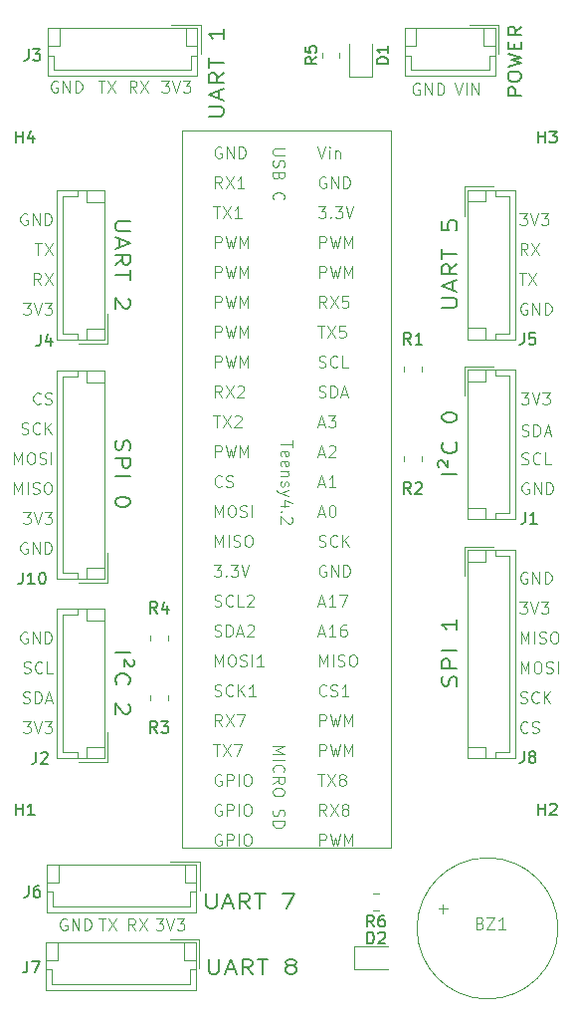
<source format=gbr>
%TF.GenerationSoftware,KiCad,Pcbnew,8.0.3*%
%TF.CreationDate,2024-09-30T00:23:01-04:00*%
%TF.ProjectId,mcu-board,6d63752d-626f-4617-9264-2e6b69636164,rev?*%
%TF.SameCoordinates,Original*%
%TF.FileFunction,Legend,Top*%
%TF.FilePolarity,Positive*%
%FSLAX46Y46*%
G04 Gerber Fmt 4.6, Leading zero omitted, Abs format (unit mm)*
G04 Created by KiCad (PCBNEW 8.0.3) date 2024-09-30 00:23:01*
%MOMM*%
%LPD*%
G01*
G04 APERTURE LIST*
%ADD10C,0.100000*%
%ADD11C,0.200000*%
%ADD12C,0.150000*%
%ADD13C,0.120000*%
G04 APERTURE END LIST*
D10*
X144206353Y-63862180D02*
X144158734Y-63909800D01*
X144158734Y-63909800D02*
X144015877Y-63957419D01*
X144015877Y-63957419D02*
X143920639Y-63957419D01*
X143920639Y-63957419D02*
X143777782Y-63909800D01*
X143777782Y-63909800D02*
X143682544Y-63814561D01*
X143682544Y-63814561D02*
X143634925Y-63719323D01*
X143634925Y-63719323D02*
X143587306Y-63528847D01*
X143587306Y-63528847D02*
X143587306Y-63385990D01*
X143587306Y-63385990D02*
X143634925Y-63195514D01*
X143634925Y-63195514D02*
X143682544Y-63100276D01*
X143682544Y-63100276D02*
X143777782Y-63005038D01*
X143777782Y-63005038D02*
X143920639Y-62957419D01*
X143920639Y-62957419D02*
X144015877Y-62957419D01*
X144015877Y-62957419D02*
X144158734Y-63005038D01*
X144158734Y-63005038D02*
X144206353Y-63052657D01*
X144587306Y-63909800D02*
X144730163Y-63957419D01*
X144730163Y-63957419D02*
X144968258Y-63957419D01*
X144968258Y-63957419D02*
X145063496Y-63909800D01*
X145063496Y-63909800D02*
X145111115Y-63862180D01*
X145111115Y-63862180D02*
X145158734Y-63766942D01*
X145158734Y-63766942D02*
X145158734Y-63671704D01*
X145158734Y-63671704D02*
X145111115Y-63576466D01*
X145111115Y-63576466D02*
X145063496Y-63528847D01*
X145063496Y-63528847D02*
X144968258Y-63481228D01*
X144968258Y-63481228D02*
X144777782Y-63433609D01*
X144777782Y-63433609D02*
X144682544Y-63385990D01*
X144682544Y-63385990D02*
X144634925Y-63338371D01*
X144634925Y-63338371D02*
X144587306Y-63243133D01*
X144587306Y-63243133D02*
X144587306Y-63147895D01*
X144587306Y-63147895D02*
X144634925Y-63052657D01*
X144634925Y-63052657D02*
X144682544Y-63005038D01*
X144682544Y-63005038D02*
X144777782Y-62957419D01*
X144777782Y-62957419D02*
X145015877Y-62957419D01*
X145015877Y-62957419D02*
X145158734Y-63005038D01*
D11*
X179637873Y-69917142D02*
X178387873Y-69917142D01*
X178090254Y-69274284D02*
X178030730Y-69131427D01*
X178030730Y-69131427D02*
X178030730Y-68917141D01*
X178030730Y-68917141D02*
X178090254Y-68774284D01*
X178090254Y-68774284D02*
X178209302Y-68702856D01*
X178209302Y-68702856D02*
X178328350Y-68702856D01*
X178328350Y-68702856D02*
X178447397Y-68774284D01*
X178447397Y-68774284D02*
X178864064Y-69274284D01*
X178864064Y-69274284D02*
X178864064Y-68702856D01*
X179518826Y-67202856D02*
X179578350Y-67274284D01*
X179578350Y-67274284D02*
X179637873Y-67488570D01*
X179637873Y-67488570D02*
X179637873Y-67631427D01*
X179637873Y-67631427D02*
X179578350Y-67845713D01*
X179578350Y-67845713D02*
X179459302Y-67988570D01*
X179459302Y-67988570D02*
X179340254Y-68059999D01*
X179340254Y-68059999D02*
X179102159Y-68131427D01*
X179102159Y-68131427D02*
X178923588Y-68131427D01*
X178923588Y-68131427D02*
X178685492Y-68059999D01*
X178685492Y-68059999D02*
X178566445Y-67988570D01*
X178566445Y-67988570D02*
X178447397Y-67845713D01*
X178447397Y-67845713D02*
X178387873Y-67631427D01*
X178387873Y-67631427D02*
X178387873Y-67488570D01*
X178387873Y-67488570D02*
X178447397Y-67274284D01*
X178447397Y-67274284D02*
X178506921Y-67202856D01*
X178387873Y-65131427D02*
X178387873Y-64988570D01*
X178387873Y-64988570D02*
X178447397Y-64845713D01*
X178447397Y-64845713D02*
X178506921Y-64774285D01*
X178506921Y-64774285D02*
X178625969Y-64702856D01*
X178625969Y-64702856D02*
X178864064Y-64631427D01*
X178864064Y-64631427D02*
X179161683Y-64631427D01*
X179161683Y-64631427D02*
X179399778Y-64702856D01*
X179399778Y-64702856D02*
X179518826Y-64774285D01*
X179518826Y-64774285D02*
X179578350Y-64845713D01*
X179578350Y-64845713D02*
X179637873Y-64988570D01*
X179637873Y-64988570D02*
X179637873Y-65131427D01*
X179637873Y-65131427D02*
X179578350Y-65274285D01*
X179578350Y-65274285D02*
X179518826Y-65345713D01*
X179518826Y-65345713D02*
X179399778Y-65417142D01*
X179399778Y-65417142D02*
X179161683Y-65488570D01*
X179161683Y-65488570D02*
X178864064Y-65488570D01*
X178864064Y-65488570D02*
X178625969Y-65417142D01*
X178625969Y-65417142D02*
X178506921Y-65345713D01*
X178506921Y-65345713D02*
X178447397Y-65274285D01*
X178447397Y-65274285D02*
X178387873Y-65131427D01*
D10*
X142730163Y-55337419D02*
X143349210Y-55337419D01*
X143349210Y-55337419D02*
X143015877Y-55718371D01*
X143015877Y-55718371D02*
X143158734Y-55718371D01*
X143158734Y-55718371D02*
X143253972Y-55765990D01*
X143253972Y-55765990D02*
X143301591Y-55813609D01*
X143301591Y-55813609D02*
X143349210Y-55908847D01*
X143349210Y-55908847D02*
X143349210Y-56146942D01*
X143349210Y-56146942D02*
X143301591Y-56242180D01*
X143301591Y-56242180D02*
X143253972Y-56289800D01*
X143253972Y-56289800D02*
X143158734Y-56337419D01*
X143158734Y-56337419D02*
X142873020Y-56337419D01*
X142873020Y-56337419D02*
X142777782Y-56289800D01*
X142777782Y-56289800D02*
X142730163Y-56242180D01*
X143634925Y-55337419D02*
X143968258Y-56337419D01*
X143968258Y-56337419D02*
X144301591Y-55337419D01*
X144539687Y-55337419D02*
X145158734Y-55337419D01*
X145158734Y-55337419D02*
X144825401Y-55718371D01*
X144825401Y-55718371D02*
X144968258Y-55718371D01*
X144968258Y-55718371D02*
X145063496Y-55765990D01*
X145063496Y-55765990D02*
X145111115Y-55813609D01*
X145111115Y-55813609D02*
X145158734Y-55908847D01*
X145158734Y-55908847D02*
X145158734Y-56146942D01*
X145158734Y-56146942D02*
X145111115Y-56242180D01*
X145111115Y-56242180D02*
X145063496Y-56289800D01*
X145063496Y-56289800D02*
X144968258Y-56337419D01*
X144968258Y-56337419D02*
X144682544Y-56337419D01*
X144682544Y-56337419D02*
X144587306Y-56289800D01*
X144587306Y-56289800D02*
X144539687Y-56242180D01*
X185612693Y-78245038D02*
X185517455Y-78197419D01*
X185517455Y-78197419D02*
X185374598Y-78197419D01*
X185374598Y-78197419D02*
X185231741Y-78245038D01*
X185231741Y-78245038D02*
X185136503Y-78340276D01*
X185136503Y-78340276D02*
X185088884Y-78435514D01*
X185088884Y-78435514D02*
X185041265Y-78625990D01*
X185041265Y-78625990D02*
X185041265Y-78768847D01*
X185041265Y-78768847D02*
X185088884Y-78959323D01*
X185088884Y-78959323D02*
X185136503Y-79054561D01*
X185136503Y-79054561D02*
X185231741Y-79149800D01*
X185231741Y-79149800D02*
X185374598Y-79197419D01*
X185374598Y-79197419D02*
X185469836Y-79197419D01*
X185469836Y-79197419D02*
X185612693Y-79149800D01*
X185612693Y-79149800D02*
X185660312Y-79102180D01*
X185660312Y-79102180D02*
X185660312Y-78768847D01*
X185660312Y-78768847D02*
X185469836Y-78768847D01*
X186088884Y-79197419D02*
X186088884Y-78197419D01*
X186088884Y-78197419D02*
X186660312Y-79197419D01*
X186660312Y-79197419D02*
X186660312Y-78197419D01*
X187136503Y-79197419D02*
X187136503Y-78197419D01*
X187136503Y-78197419D02*
X187374598Y-78197419D01*
X187374598Y-78197419D02*
X187517455Y-78245038D01*
X187517455Y-78245038D02*
X187612693Y-78340276D01*
X187612693Y-78340276D02*
X187660312Y-78435514D01*
X187660312Y-78435514D02*
X187707931Y-78625990D01*
X187707931Y-78625990D02*
X187707931Y-78768847D01*
X187707931Y-78768847D02*
X187660312Y-78959323D01*
X187660312Y-78959323D02*
X187612693Y-79054561D01*
X187612693Y-79054561D02*
X187517455Y-79149800D01*
X187517455Y-79149800D02*
X187374598Y-79197419D01*
X187374598Y-79197419D02*
X187136503Y-79197419D01*
X185732693Y-70625038D02*
X185637455Y-70577419D01*
X185637455Y-70577419D02*
X185494598Y-70577419D01*
X185494598Y-70577419D02*
X185351741Y-70625038D01*
X185351741Y-70625038D02*
X185256503Y-70720276D01*
X185256503Y-70720276D02*
X185208884Y-70815514D01*
X185208884Y-70815514D02*
X185161265Y-71005990D01*
X185161265Y-71005990D02*
X185161265Y-71148847D01*
X185161265Y-71148847D02*
X185208884Y-71339323D01*
X185208884Y-71339323D02*
X185256503Y-71434561D01*
X185256503Y-71434561D02*
X185351741Y-71529800D01*
X185351741Y-71529800D02*
X185494598Y-71577419D01*
X185494598Y-71577419D02*
X185589836Y-71577419D01*
X185589836Y-71577419D02*
X185732693Y-71529800D01*
X185732693Y-71529800D02*
X185780312Y-71482180D01*
X185780312Y-71482180D02*
X185780312Y-71148847D01*
X185780312Y-71148847D02*
X185589836Y-71148847D01*
X186208884Y-71577419D02*
X186208884Y-70577419D01*
X186208884Y-70577419D02*
X186780312Y-71577419D01*
X186780312Y-71577419D02*
X186780312Y-70577419D01*
X187256503Y-71577419D02*
X187256503Y-70577419D01*
X187256503Y-70577419D02*
X187494598Y-70577419D01*
X187494598Y-70577419D02*
X187637455Y-70625038D01*
X187637455Y-70625038D02*
X187732693Y-70720276D01*
X187732693Y-70720276D02*
X187780312Y-70815514D01*
X187780312Y-70815514D02*
X187827931Y-71005990D01*
X187827931Y-71005990D02*
X187827931Y-71148847D01*
X187827931Y-71148847D02*
X187780312Y-71339323D01*
X187780312Y-71339323D02*
X187732693Y-71434561D01*
X187732693Y-71434561D02*
X187637455Y-71529800D01*
X187637455Y-71529800D02*
X187494598Y-71577419D01*
X187494598Y-71577419D02*
X187256503Y-71577419D01*
D11*
X158521428Y-111117873D02*
X158521428Y-112129778D01*
X158521428Y-112129778D02*
X158592857Y-112248826D01*
X158592857Y-112248826D02*
X158664286Y-112308350D01*
X158664286Y-112308350D02*
X158807143Y-112367873D01*
X158807143Y-112367873D02*
X159092857Y-112367873D01*
X159092857Y-112367873D02*
X159235714Y-112308350D01*
X159235714Y-112308350D02*
X159307143Y-112248826D01*
X159307143Y-112248826D02*
X159378571Y-112129778D01*
X159378571Y-112129778D02*
X159378571Y-111117873D01*
X160021429Y-112010730D02*
X160735715Y-112010730D01*
X159878572Y-112367873D02*
X160378572Y-111117873D01*
X160378572Y-111117873D02*
X160878572Y-112367873D01*
X162235714Y-112367873D02*
X161735714Y-111772635D01*
X161378571Y-112367873D02*
X161378571Y-111117873D01*
X161378571Y-111117873D02*
X161950000Y-111117873D01*
X161950000Y-111117873D02*
X162092857Y-111177397D01*
X162092857Y-111177397D02*
X162164286Y-111236921D01*
X162164286Y-111236921D02*
X162235714Y-111355969D01*
X162235714Y-111355969D02*
X162235714Y-111534540D01*
X162235714Y-111534540D02*
X162164286Y-111653588D01*
X162164286Y-111653588D02*
X162092857Y-111713111D01*
X162092857Y-111713111D02*
X161950000Y-111772635D01*
X161950000Y-111772635D02*
X161378571Y-111772635D01*
X162664286Y-111117873D02*
X163521429Y-111117873D01*
X163092857Y-112367873D02*
X163092857Y-111117873D01*
X165378571Y-111653588D02*
X165235714Y-111594064D01*
X165235714Y-111594064D02*
X165164285Y-111534540D01*
X165164285Y-111534540D02*
X165092857Y-111415492D01*
X165092857Y-111415492D02*
X165092857Y-111355969D01*
X165092857Y-111355969D02*
X165164285Y-111236921D01*
X165164285Y-111236921D02*
X165235714Y-111177397D01*
X165235714Y-111177397D02*
X165378571Y-111117873D01*
X165378571Y-111117873D02*
X165664285Y-111117873D01*
X165664285Y-111117873D02*
X165807143Y-111177397D01*
X165807143Y-111177397D02*
X165878571Y-111236921D01*
X165878571Y-111236921D02*
X165950000Y-111355969D01*
X165950000Y-111355969D02*
X165950000Y-111415492D01*
X165950000Y-111415492D02*
X165878571Y-111534540D01*
X165878571Y-111534540D02*
X165807143Y-111594064D01*
X165807143Y-111594064D02*
X165664285Y-111653588D01*
X165664285Y-111653588D02*
X165378571Y-111653588D01*
X165378571Y-111653588D02*
X165235714Y-111713111D01*
X165235714Y-111713111D02*
X165164285Y-111772635D01*
X165164285Y-111772635D02*
X165092857Y-111891683D01*
X165092857Y-111891683D02*
X165092857Y-112129778D01*
X165092857Y-112129778D02*
X165164285Y-112248826D01*
X165164285Y-112248826D02*
X165235714Y-112308350D01*
X165235714Y-112308350D02*
X165378571Y-112367873D01*
X165378571Y-112367873D02*
X165664285Y-112367873D01*
X165664285Y-112367873D02*
X165807143Y-112308350D01*
X165807143Y-112308350D02*
X165878571Y-112248826D01*
X165878571Y-112248826D02*
X165950000Y-112129778D01*
X165950000Y-112129778D02*
X165950000Y-111891683D01*
X165950000Y-111891683D02*
X165878571Y-111772635D01*
X165878571Y-111772635D02*
X165807143Y-111713111D01*
X165807143Y-111713111D02*
X165664285Y-111653588D01*
X150621650Y-67028572D02*
X150562126Y-67242858D01*
X150562126Y-67242858D02*
X150562126Y-67600000D01*
X150562126Y-67600000D02*
X150621650Y-67742858D01*
X150621650Y-67742858D02*
X150681173Y-67814286D01*
X150681173Y-67814286D02*
X150800221Y-67885715D01*
X150800221Y-67885715D02*
X150919269Y-67885715D01*
X150919269Y-67885715D02*
X151038316Y-67814286D01*
X151038316Y-67814286D02*
X151097840Y-67742858D01*
X151097840Y-67742858D02*
X151157364Y-67600000D01*
X151157364Y-67600000D02*
X151216888Y-67314286D01*
X151216888Y-67314286D02*
X151276411Y-67171429D01*
X151276411Y-67171429D02*
X151335935Y-67100000D01*
X151335935Y-67100000D02*
X151454983Y-67028572D01*
X151454983Y-67028572D02*
X151574030Y-67028572D01*
X151574030Y-67028572D02*
X151693078Y-67100000D01*
X151693078Y-67100000D02*
X151752602Y-67171429D01*
X151752602Y-67171429D02*
X151812126Y-67314286D01*
X151812126Y-67314286D02*
X151812126Y-67671429D01*
X151812126Y-67671429D02*
X151752602Y-67885715D01*
X150562126Y-68528571D02*
X151812126Y-68528571D01*
X151812126Y-68528571D02*
X151812126Y-69100000D01*
X151812126Y-69100000D02*
X151752602Y-69242857D01*
X151752602Y-69242857D02*
X151693078Y-69314286D01*
X151693078Y-69314286D02*
X151574030Y-69385714D01*
X151574030Y-69385714D02*
X151395459Y-69385714D01*
X151395459Y-69385714D02*
X151276411Y-69314286D01*
X151276411Y-69314286D02*
X151216888Y-69242857D01*
X151216888Y-69242857D02*
X151157364Y-69100000D01*
X151157364Y-69100000D02*
X151157364Y-68528571D01*
X150562126Y-70028571D02*
X151812126Y-70028571D01*
X151812126Y-72171429D02*
X151812126Y-72314286D01*
X151812126Y-72314286D02*
X151752602Y-72457143D01*
X151752602Y-72457143D02*
X151693078Y-72528572D01*
X151693078Y-72528572D02*
X151574030Y-72600000D01*
X151574030Y-72600000D02*
X151335935Y-72671429D01*
X151335935Y-72671429D02*
X151038316Y-72671429D01*
X151038316Y-72671429D02*
X150800221Y-72600000D01*
X150800221Y-72600000D02*
X150681173Y-72528572D01*
X150681173Y-72528572D02*
X150621650Y-72457143D01*
X150621650Y-72457143D02*
X150562126Y-72314286D01*
X150562126Y-72314286D02*
X150562126Y-72171429D01*
X150562126Y-72171429D02*
X150621650Y-72028572D01*
X150621650Y-72028572D02*
X150681173Y-71957143D01*
X150681173Y-71957143D02*
X150800221Y-71885714D01*
X150800221Y-71885714D02*
X151038316Y-71814286D01*
X151038316Y-71814286D02*
X151335935Y-71814286D01*
X151335935Y-71814286D02*
X151574030Y-71885714D01*
X151574030Y-71885714D02*
X151693078Y-71957143D01*
X151693078Y-71957143D02*
X151752602Y-72028572D01*
X151752602Y-72028572D02*
X151812126Y-72171429D01*
D10*
X149115163Y-36457419D02*
X149686591Y-36457419D01*
X149400877Y-37457419D02*
X149400877Y-36457419D01*
X149924687Y-36457419D02*
X150591353Y-37457419D01*
X150591353Y-36457419D02*
X149924687Y-37457419D01*
X185612693Y-55385038D02*
X185517455Y-55337419D01*
X185517455Y-55337419D02*
X185374598Y-55337419D01*
X185374598Y-55337419D02*
X185231741Y-55385038D01*
X185231741Y-55385038D02*
X185136503Y-55480276D01*
X185136503Y-55480276D02*
X185088884Y-55575514D01*
X185088884Y-55575514D02*
X185041265Y-55765990D01*
X185041265Y-55765990D02*
X185041265Y-55908847D01*
X185041265Y-55908847D02*
X185088884Y-56099323D01*
X185088884Y-56099323D02*
X185136503Y-56194561D01*
X185136503Y-56194561D02*
X185231741Y-56289800D01*
X185231741Y-56289800D02*
X185374598Y-56337419D01*
X185374598Y-56337419D02*
X185469836Y-56337419D01*
X185469836Y-56337419D02*
X185612693Y-56289800D01*
X185612693Y-56289800D02*
X185660312Y-56242180D01*
X185660312Y-56242180D02*
X185660312Y-55908847D01*
X185660312Y-55908847D02*
X185469836Y-55908847D01*
X186088884Y-56337419D02*
X186088884Y-55337419D01*
X186088884Y-55337419D02*
X186660312Y-56337419D01*
X186660312Y-56337419D02*
X186660312Y-55337419D01*
X187136503Y-56337419D02*
X187136503Y-55337419D01*
X187136503Y-55337419D02*
X187374598Y-55337419D01*
X187374598Y-55337419D02*
X187517455Y-55385038D01*
X187517455Y-55385038D02*
X187612693Y-55480276D01*
X187612693Y-55480276D02*
X187660312Y-55575514D01*
X187660312Y-55575514D02*
X187707931Y-55765990D01*
X187707931Y-55765990D02*
X187707931Y-55908847D01*
X187707931Y-55908847D02*
X187660312Y-56099323D01*
X187660312Y-56099323D02*
X187612693Y-56194561D01*
X187612693Y-56194561D02*
X187517455Y-56289800D01*
X187517455Y-56289800D02*
X187374598Y-56337419D01*
X187374598Y-56337419D02*
X187136503Y-56337419D01*
X154008646Y-107657419D02*
X154627693Y-107657419D01*
X154627693Y-107657419D02*
X154294360Y-108038371D01*
X154294360Y-108038371D02*
X154437217Y-108038371D01*
X154437217Y-108038371D02*
X154532455Y-108085990D01*
X154532455Y-108085990D02*
X154580074Y-108133609D01*
X154580074Y-108133609D02*
X154627693Y-108228847D01*
X154627693Y-108228847D02*
X154627693Y-108466942D01*
X154627693Y-108466942D02*
X154580074Y-108562180D01*
X154580074Y-108562180D02*
X154532455Y-108609800D01*
X154532455Y-108609800D02*
X154437217Y-108657419D01*
X154437217Y-108657419D02*
X154151503Y-108657419D01*
X154151503Y-108657419D02*
X154056265Y-108609800D01*
X154056265Y-108609800D02*
X154008646Y-108562180D01*
X154913408Y-107657419D02*
X155246741Y-108657419D01*
X155246741Y-108657419D02*
X155580074Y-107657419D01*
X155818170Y-107657419D02*
X156437217Y-107657419D01*
X156437217Y-107657419D02*
X156103884Y-108038371D01*
X156103884Y-108038371D02*
X156246741Y-108038371D01*
X156246741Y-108038371D02*
X156341979Y-108085990D01*
X156341979Y-108085990D02*
X156389598Y-108133609D01*
X156389598Y-108133609D02*
X156437217Y-108228847D01*
X156437217Y-108228847D02*
X156437217Y-108466942D01*
X156437217Y-108466942D02*
X156389598Y-108562180D01*
X156389598Y-108562180D02*
X156341979Y-108609800D01*
X156341979Y-108609800D02*
X156246741Y-108657419D01*
X156246741Y-108657419D02*
X155961027Y-108657419D01*
X155961027Y-108657419D02*
X155865789Y-108609800D01*
X155865789Y-108609800D02*
X155818170Y-108562180D01*
X185041265Y-89309800D02*
X185184122Y-89357419D01*
X185184122Y-89357419D02*
X185422217Y-89357419D01*
X185422217Y-89357419D02*
X185517455Y-89309800D01*
X185517455Y-89309800D02*
X185565074Y-89262180D01*
X185565074Y-89262180D02*
X185612693Y-89166942D01*
X185612693Y-89166942D02*
X185612693Y-89071704D01*
X185612693Y-89071704D02*
X185565074Y-88976466D01*
X185565074Y-88976466D02*
X185517455Y-88928847D01*
X185517455Y-88928847D02*
X185422217Y-88881228D01*
X185422217Y-88881228D02*
X185231741Y-88833609D01*
X185231741Y-88833609D02*
X185136503Y-88785990D01*
X185136503Y-88785990D02*
X185088884Y-88738371D01*
X185088884Y-88738371D02*
X185041265Y-88643133D01*
X185041265Y-88643133D02*
X185041265Y-88547895D01*
X185041265Y-88547895D02*
X185088884Y-88452657D01*
X185088884Y-88452657D02*
X185136503Y-88405038D01*
X185136503Y-88405038D02*
X185231741Y-88357419D01*
X185231741Y-88357419D02*
X185469836Y-88357419D01*
X185469836Y-88357419D02*
X185612693Y-88405038D01*
X186612693Y-89262180D02*
X186565074Y-89309800D01*
X186565074Y-89309800D02*
X186422217Y-89357419D01*
X186422217Y-89357419D02*
X186326979Y-89357419D01*
X186326979Y-89357419D02*
X186184122Y-89309800D01*
X186184122Y-89309800D02*
X186088884Y-89214561D01*
X186088884Y-89214561D02*
X186041265Y-89119323D01*
X186041265Y-89119323D02*
X185993646Y-88928847D01*
X185993646Y-88928847D02*
X185993646Y-88785990D01*
X185993646Y-88785990D02*
X186041265Y-88595514D01*
X186041265Y-88595514D02*
X186088884Y-88500276D01*
X186088884Y-88500276D02*
X186184122Y-88405038D01*
X186184122Y-88405038D02*
X186326979Y-88357419D01*
X186326979Y-88357419D02*
X186422217Y-88357419D01*
X186422217Y-88357419D02*
X186565074Y-88405038D01*
X186565074Y-88405038D02*
X186612693Y-88452657D01*
X187041265Y-89357419D02*
X187041265Y-88357419D01*
X187612693Y-89357419D02*
X187184122Y-88785990D01*
X187612693Y-88357419D02*
X187041265Y-88928847D01*
X143730163Y-50257419D02*
X144301591Y-50257419D01*
X144015877Y-51257419D02*
X144015877Y-50257419D01*
X144539687Y-50257419D02*
X145206353Y-51257419D01*
X145206353Y-50257419D02*
X144539687Y-51257419D01*
D11*
X151812126Y-48391428D02*
X150800221Y-48391428D01*
X150800221Y-48391428D02*
X150681173Y-48462857D01*
X150681173Y-48462857D02*
X150621650Y-48534286D01*
X150621650Y-48534286D02*
X150562126Y-48677143D01*
X150562126Y-48677143D02*
X150562126Y-48962857D01*
X150562126Y-48962857D02*
X150621650Y-49105714D01*
X150621650Y-49105714D02*
X150681173Y-49177143D01*
X150681173Y-49177143D02*
X150800221Y-49248571D01*
X150800221Y-49248571D02*
X151812126Y-49248571D01*
X150919269Y-49891429D02*
X150919269Y-50605715D01*
X150562126Y-49748572D02*
X151812126Y-50248572D01*
X151812126Y-50248572D02*
X150562126Y-50748572D01*
X150562126Y-52105714D02*
X151157364Y-51605714D01*
X150562126Y-51248571D02*
X151812126Y-51248571D01*
X151812126Y-51248571D02*
X151812126Y-51820000D01*
X151812126Y-51820000D02*
X151752602Y-51962857D01*
X151752602Y-51962857D02*
X151693078Y-52034286D01*
X151693078Y-52034286D02*
X151574030Y-52105714D01*
X151574030Y-52105714D02*
X151395459Y-52105714D01*
X151395459Y-52105714D02*
X151276411Y-52034286D01*
X151276411Y-52034286D02*
X151216888Y-51962857D01*
X151216888Y-51962857D02*
X151157364Y-51820000D01*
X151157364Y-51820000D02*
X151157364Y-51248571D01*
X151812126Y-52534286D02*
X151812126Y-53391429D01*
X150562126Y-52962857D02*
X151812126Y-52962857D01*
X151693078Y-54962857D02*
X151752602Y-55034285D01*
X151752602Y-55034285D02*
X151812126Y-55177143D01*
X151812126Y-55177143D02*
X151812126Y-55534285D01*
X151812126Y-55534285D02*
X151752602Y-55677143D01*
X151752602Y-55677143D02*
X151693078Y-55748571D01*
X151693078Y-55748571D02*
X151574030Y-55820000D01*
X151574030Y-55820000D02*
X151454983Y-55820000D01*
X151454983Y-55820000D02*
X151276411Y-55748571D01*
X151276411Y-55748571D02*
X150562126Y-54891428D01*
X150562126Y-54891428D02*
X150562126Y-55820000D01*
X158517873Y-39478571D02*
X159529778Y-39478571D01*
X159529778Y-39478571D02*
X159648826Y-39407142D01*
X159648826Y-39407142D02*
X159708350Y-39335714D01*
X159708350Y-39335714D02*
X159767873Y-39192856D01*
X159767873Y-39192856D02*
X159767873Y-38907142D01*
X159767873Y-38907142D02*
X159708350Y-38764285D01*
X159708350Y-38764285D02*
X159648826Y-38692856D01*
X159648826Y-38692856D02*
X159529778Y-38621428D01*
X159529778Y-38621428D02*
X158517873Y-38621428D01*
X159410730Y-37978570D02*
X159410730Y-37264285D01*
X159767873Y-38121427D02*
X158517873Y-37621427D01*
X158517873Y-37621427D02*
X159767873Y-37121427D01*
X159767873Y-35764285D02*
X159172635Y-36264285D01*
X159767873Y-36621428D02*
X158517873Y-36621428D01*
X158517873Y-36621428D02*
X158517873Y-36049999D01*
X158517873Y-36049999D02*
X158577397Y-35907142D01*
X158577397Y-35907142D02*
X158636921Y-35835713D01*
X158636921Y-35835713D02*
X158755969Y-35764285D01*
X158755969Y-35764285D02*
X158934540Y-35764285D01*
X158934540Y-35764285D02*
X159053588Y-35835713D01*
X159053588Y-35835713D02*
X159113111Y-35907142D01*
X159113111Y-35907142D02*
X159172635Y-36049999D01*
X159172635Y-36049999D02*
X159172635Y-36621428D01*
X158517873Y-35335713D02*
X158517873Y-34478571D01*
X159767873Y-34907142D02*
X158517873Y-34907142D01*
X159767873Y-32049999D02*
X159767873Y-32907142D01*
X159767873Y-32478571D02*
X158517873Y-32478571D01*
X158517873Y-32478571D02*
X158696445Y-32621428D01*
X158696445Y-32621428D02*
X158815492Y-32764285D01*
X158815492Y-32764285D02*
X158875016Y-32907142D01*
X178387873Y-55748571D02*
X179399778Y-55748571D01*
X179399778Y-55748571D02*
X179518826Y-55677142D01*
X179518826Y-55677142D02*
X179578350Y-55605714D01*
X179578350Y-55605714D02*
X179637873Y-55462856D01*
X179637873Y-55462856D02*
X179637873Y-55177142D01*
X179637873Y-55177142D02*
X179578350Y-55034285D01*
X179578350Y-55034285D02*
X179518826Y-54962856D01*
X179518826Y-54962856D02*
X179399778Y-54891428D01*
X179399778Y-54891428D02*
X178387873Y-54891428D01*
X179280730Y-54248570D02*
X179280730Y-53534285D01*
X179637873Y-54391427D02*
X178387873Y-53891427D01*
X178387873Y-53891427D02*
X179637873Y-53391427D01*
X179637873Y-52034285D02*
X179042635Y-52534285D01*
X179637873Y-52891428D02*
X178387873Y-52891428D01*
X178387873Y-52891428D02*
X178387873Y-52319999D01*
X178387873Y-52319999D02*
X178447397Y-52177142D01*
X178447397Y-52177142D02*
X178506921Y-52105713D01*
X178506921Y-52105713D02*
X178625969Y-52034285D01*
X178625969Y-52034285D02*
X178804540Y-52034285D01*
X178804540Y-52034285D02*
X178923588Y-52105713D01*
X178923588Y-52105713D02*
X178983111Y-52177142D01*
X178983111Y-52177142D02*
X179042635Y-52319999D01*
X179042635Y-52319999D02*
X179042635Y-52891428D01*
X178387873Y-51605713D02*
X178387873Y-50748571D01*
X179637873Y-51177142D02*
X178387873Y-51177142D01*
X178387873Y-48391428D02*
X178387873Y-49105714D01*
X178387873Y-49105714D02*
X178983111Y-49177142D01*
X178983111Y-49177142D02*
X178923588Y-49105714D01*
X178923588Y-49105714D02*
X178864064Y-48962857D01*
X178864064Y-48962857D02*
X178864064Y-48605714D01*
X178864064Y-48605714D02*
X178923588Y-48462857D01*
X178923588Y-48462857D02*
X178983111Y-48391428D01*
X178983111Y-48391428D02*
X179102159Y-48319999D01*
X179102159Y-48319999D02*
X179399778Y-48319999D01*
X179399778Y-48319999D02*
X179518826Y-48391428D01*
X179518826Y-48391428D02*
X179578350Y-48462857D01*
X179578350Y-48462857D02*
X179637873Y-48605714D01*
X179637873Y-48605714D02*
X179637873Y-48962857D01*
X179637873Y-48962857D02*
X179578350Y-49105714D01*
X179578350Y-49105714D02*
X179518826Y-49177142D01*
D10*
X149161027Y-107657419D02*
X149732455Y-107657419D01*
X149446741Y-108657419D02*
X149446741Y-107657419D01*
X149970551Y-107657419D02*
X150637217Y-108657419D01*
X150637217Y-107657419D02*
X149970551Y-108657419D01*
X185161265Y-69009800D02*
X185304122Y-69057419D01*
X185304122Y-69057419D02*
X185542217Y-69057419D01*
X185542217Y-69057419D02*
X185637455Y-69009800D01*
X185637455Y-69009800D02*
X185685074Y-68962180D01*
X185685074Y-68962180D02*
X185732693Y-68866942D01*
X185732693Y-68866942D02*
X185732693Y-68771704D01*
X185732693Y-68771704D02*
X185685074Y-68676466D01*
X185685074Y-68676466D02*
X185637455Y-68628847D01*
X185637455Y-68628847D02*
X185542217Y-68581228D01*
X185542217Y-68581228D02*
X185351741Y-68533609D01*
X185351741Y-68533609D02*
X185256503Y-68485990D01*
X185256503Y-68485990D02*
X185208884Y-68438371D01*
X185208884Y-68438371D02*
X185161265Y-68343133D01*
X185161265Y-68343133D02*
X185161265Y-68247895D01*
X185161265Y-68247895D02*
X185208884Y-68152657D01*
X185208884Y-68152657D02*
X185256503Y-68105038D01*
X185256503Y-68105038D02*
X185351741Y-68057419D01*
X185351741Y-68057419D02*
X185589836Y-68057419D01*
X185589836Y-68057419D02*
X185732693Y-68105038D01*
X186732693Y-68962180D02*
X186685074Y-69009800D01*
X186685074Y-69009800D02*
X186542217Y-69057419D01*
X186542217Y-69057419D02*
X186446979Y-69057419D01*
X186446979Y-69057419D02*
X186304122Y-69009800D01*
X186304122Y-69009800D02*
X186208884Y-68914561D01*
X186208884Y-68914561D02*
X186161265Y-68819323D01*
X186161265Y-68819323D02*
X186113646Y-68628847D01*
X186113646Y-68628847D02*
X186113646Y-68485990D01*
X186113646Y-68485990D02*
X186161265Y-68295514D01*
X186161265Y-68295514D02*
X186208884Y-68200276D01*
X186208884Y-68200276D02*
X186304122Y-68105038D01*
X186304122Y-68105038D02*
X186446979Y-68057419D01*
X186446979Y-68057419D02*
X186542217Y-68057419D01*
X186542217Y-68057419D02*
X186685074Y-68105038D01*
X186685074Y-68105038D02*
X186732693Y-68152657D01*
X187637455Y-69057419D02*
X187161265Y-69057419D01*
X187161265Y-69057419D02*
X187161265Y-68057419D01*
X143063496Y-75705038D02*
X142968258Y-75657419D01*
X142968258Y-75657419D02*
X142825401Y-75657419D01*
X142825401Y-75657419D02*
X142682544Y-75705038D01*
X142682544Y-75705038D02*
X142587306Y-75800276D01*
X142587306Y-75800276D02*
X142539687Y-75895514D01*
X142539687Y-75895514D02*
X142492068Y-76085990D01*
X142492068Y-76085990D02*
X142492068Y-76228847D01*
X142492068Y-76228847D02*
X142539687Y-76419323D01*
X142539687Y-76419323D02*
X142587306Y-76514561D01*
X142587306Y-76514561D02*
X142682544Y-76609800D01*
X142682544Y-76609800D02*
X142825401Y-76657419D01*
X142825401Y-76657419D02*
X142920639Y-76657419D01*
X142920639Y-76657419D02*
X143063496Y-76609800D01*
X143063496Y-76609800D02*
X143111115Y-76562180D01*
X143111115Y-76562180D02*
X143111115Y-76228847D01*
X143111115Y-76228847D02*
X142920639Y-76228847D01*
X143539687Y-76657419D02*
X143539687Y-75657419D01*
X143539687Y-75657419D02*
X144111115Y-76657419D01*
X144111115Y-76657419D02*
X144111115Y-75657419D01*
X144587306Y-76657419D02*
X144587306Y-75657419D01*
X144587306Y-75657419D02*
X144825401Y-75657419D01*
X144825401Y-75657419D02*
X144968258Y-75705038D01*
X144968258Y-75705038D02*
X145063496Y-75800276D01*
X145063496Y-75800276D02*
X145111115Y-75895514D01*
X145111115Y-75895514D02*
X145158734Y-76085990D01*
X145158734Y-76085990D02*
X145158734Y-76228847D01*
X145158734Y-76228847D02*
X145111115Y-76419323D01*
X145111115Y-76419323D02*
X145063496Y-76514561D01*
X145063496Y-76514561D02*
X144968258Y-76609800D01*
X144968258Y-76609800D02*
X144825401Y-76657419D01*
X144825401Y-76657419D02*
X144587306Y-76657419D01*
X184993646Y-47717419D02*
X185612693Y-47717419D01*
X185612693Y-47717419D02*
X185279360Y-48098371D01*
X185279360Y-48098371D02*
X185422217Y-48098371D01*
X185422217Y-48098371D02*
X185517455Y-48145990D01*
X185517455Y-48145990D02*
X185565074Y-48193609D01*
X185565074Y-48193609D02*
X185612693Y-48288847D01*
X185612693Y-48288847D02*
X185612693Y-48526942D01*
X185612693Y-48526942D02*
X185565074Y-48622180D01*
X185565074Y-48622180D02*
X185517455Y-48669800D01*
X185517455Y-48669800D02*
X185422217Y-48717419D01*
X185422217Y-48717419D02*
X185136503Y-48717419D01*
X185136503Y-48717419D02*
X185041265Y-48669800D01*
X185041265Y-48669800D02*
X184993646Y-48622180D01*
X185898408Y-47717419D02*
X186231741Y-48717419D01*
X186231741Y-48717419D02*
X186565074Y-47717419D01*
X186803170Y-47717419D02*
X187422217Y-47717419D01*
X187422217Y-47717419D02*
X187088884Y-48098371D01*
X187088884Y-48098371D02*
X187231741Y-48098371D01*
X187231741Y-48098371D02*
X187326979Y-48145990D01*
X187326979Y-48145990D02*
X187374598Y-48193609D01*
X187374598Y-48193609D02*
X187422217Y-48288847D01*
X187422217Y-48288847D02*
X187422217Y-48526942D01*
X187422217Y-48526942D02*
X187374598Y-48622180D01*
X187374598Y-48622180D02*
X187326979Y-48669800D01*
X187326979Y-48669800D02*
X187231741Y-48717419D01*
X187231741Y-48717419D02*
X186946027Y-48717419D01*
X186946027Y-48717419D02*
X186850789Y-48669800D01*
X186850789Y-48669800D02*
X186803170Y-48622180D01*
D11*
X179578350Y-87911427D02*
X179637873Y-87697142D01*
X179637873Y-87697142D02*
X179637873Y-87339999D01*
X179637873Y-87339999D02*
X179578350Y-87197142D01*
X179578350Y-87197142D02*
X179518826Y-87125713D01*
X179518826Y-87125713D02*
X179399778Y-87054284D01*
X179399778Y-87054284D02*
X179280730Y-87054284D01*
X179280730Y-87054284D02*
X179161683Y-87125713D01*
X179161683Y-87125713D02*
X179102159Y-87197142D01*
X179102159Y-87197142D02*
X179042635Y-87339999D01*
X179042635Y-87339999D02*
X178983111Y-87625713D01*
X178983111Y-87625713D02*
X178923588Y-87768570D01*
X178923588Y-87768570D02*
X178864064Y-87839999D01*
X178864064Y-87839999D02*
X178745016Y-87911427D01*
X178745016Y-87911427D02*
X178625969Y-87911427D01*
X178625969Y-87911427D02*
X178506921Y-87839999D01*
X178506921Y-87839999D02*
X178447397Y-87768570D01*
X178447397Y-87768570D02*
X178387873Y-87625713D01*
X178387873Y-87625713D02*
X178387873Y-87268570D01*
X178387873Y-87268570D02*
X178447397Y-87054284D01*
X179637873Y-86411428D02*
X178387873Y-86411428D01*
X178387873Y-86411428D02*
X178387873Y-85839999D01*
X178387873Y-85839999D02*
X178447397Y-85697142D01*
X178447397Y-85697142D02*
X178506921Y-85625713D01*
X178506921Y-85625713D02*
X178625969Y-85554285D01*
X178625969Y-85554285D02*
X178804540Y-85554285D01*
X178804540Y-85554285D02*
X178923588Y-85625713D01*
X178923588Y-85625713D02*
X178983111Y-85697142D01*
X178983111Y-85697142D02*
X179042635Y-85839999D01*
X179042635Y-85839999D02*
X179042635Y-86411428D01*
X179637873Y-84911428D02*
X178387873Y-84911428D01*
X179637873Y-82268570D02*
X179637873Y-83125713D01*
X179637873Y-82697142D02*
X178387873Y-82697142D01*
X178387873Y-82697142D02*
X178566445Y-82839999D01*
X178566445Y-82839999D02*
X178685492Y-82982856D01*
X178685492Y-82982856D02*
X178745016Y-83125713D01*
D10*
X142587306Y-66449800D02*
X142730163Y-66497419D01*
X142730163Y-66497419D02*
X142968258Y-66497419D01*
X142968258Y-66497419D02*
X143063496Y-66449800D01*
X143063496Y-66449800D02*
X143111115Y-66402180D01*
X143111115Y-66402180D02*
X143158734Y-66306942D01*
X143158734Y-66306942D02*
X143158734Y-66211704D01*
X143158734Y-66211704D02*
X143111115Y-66116466D01*
X143111115Y-66116466D02*
X143063496Y-66068847D01*
X143063496Y-66068847D02*
X142968258Y-66021228D01*
X142968258Y-66021228D02*
X142777782Y-65973609D01*
X142777782Y-65973609D02*
X142682544Y-65925990D01*
X142682544Y-65925990D02*
X142634925Y-65878371D01*
X142634925Y-65878371D02*
X142587306Y-65783133D01*
X142587306Y-65783133D02*
X142587306Y-65687895D01*
X142587306Y-65687895D02*
X142634925Y-65592657D01*
X142634925Y-65592657D02*
X142682544Y-65545038D01*
X142682544Y-65545038D02*
X142777782Y-65497419D01*
X142777782Y-65497419D02*
X143015877Y-65497419D01*
X143015877Y-65497419D02*
X143158734Y-65545038D01*
X144158734Y-66402180D02*
X144111115Y-66449800D01*
X144111115Y-66449800D02*
X143968258Y-66497419D01*
X143968258Y-66497419D02*
X143873020Y-66497419D01*
X143873020Y-66497419D02*
X143730163Y-66449800D01*
X143730163Y-66449800D02*
X143634925Y-66354561D01*
X143634925Y-66354561D02*
X143587306Y-66259323D01*
X143587306Y-66259323D02*
X143539687Y-66068847D01*
X143539687Y-66068847D02*
X143539687Y-65925990D01*
X143539687Y-65925990D02*
X143587306Y-65735514D01*
X143587306Y-65735514D02*
X143634925Y-65640276D01*
X143634925Y-65640276D02*
X143730163Y-65545038D01*
X143730163Y-65545038D02*
X143873020Y-65497419D01*
X143873020Y-65497419D02*
X143968258Y-65497419D01*
X143968258Y-65497419D02*
X144111115Y-65545038D01*
X144111115Y-65545038D02*
X144158734Y-65592657D01*
X144587306Y-66497419D02*
X144587306Y-65497419D01*
X145158734Y-66497419D02*
X144730163Y-65925990D01*
X145158734Y-65497419D02*
X144587306Y-66068847D01*
X184993646Y-80737419D02*
X185612693Y-80737419D01*
X185612693Y-80737419D02*
X185279360Y-81118371D01*
X185279360Y-81118371D02*
X185422217Y-81118371D01*
X185422217Y-81118371D02*
X185517455Y-81165990D01*
X185517455Y-81165990D02*
X185565074Y-81213609D01*
X185565074Y-81213609D02*
X185612693Y-81308847D01*
X185612693Y-81308847D02*
X185612693Y-81546942D01*
X185612693Y-81546942D02*
X185565074Y-81642180D01*
X185565074Y-81642180D02*
X185517455Y-81689800D01*
X185517455Y-81689800D02*
X185422217Y-81737419D01*
X185422217Y-81737419D02*
X185136503Y-81737419D01*
X185136503Y-81737419D02*
X185041265Y-81689800D01*
X185041265Y-81689800D02*
X184993646Y-81642180D01*
X185898408Y-80737419D02*
X186231741Y-81737419D01*
X186231741Y-81737419D02*
X186565074Y-80737419D01*
X186803170Y-80737419D02*
X187422217Y-80737419D01*
X187422217Y-80737419D02*
X187088884Y-81118371D01*
X187088884Y-81118371D02*
X187231741Y-81118371D01*
X187231741Y-81118371D02*
X187326979Y-81165990D01*
X187326979Y-81165990D02*
X187374598Y-81213609D01*
X187374598Y-81213609D02*
X187422217Y-81308847D01*
X187422217Y-81308847D02*
X187422217Y-81546942D01*
X187422217Y-81546942D02*
X187374598Y-81642180D01*
X187374598Y-81642180D02*
X187326979Y-81689800D01*
X187326979Y-81689800D02*
X187231741Y-81737419D01*
X187231741Y-81737419D02*
X186946027Y-81737419D01*
X186946027Y-81737419D02*
X186850789Y-81689800D01*
X186850789Y-81689800D02*
X186803170Y-81642180D01*
X142730163Y-90897419D02*
X143349210Y-90897419D01*
X143349210Y-90897419D02*
X143015877Y-91278371D01*
X143015877Y-91278371D02*
X143158734Y-91278371D01*
X143158734Y-91278371D02*
X143253972Y-91325990D01*
X143253972Y-91325990D02*
X143301591Y-91373609D01*
X143301591Y-91373609D02*
X143349210Y-91468847D01*
X143349210Y-91468847D02*
X143349210Y-91706942D01*
X143349210Y-91706942D02*
X143301591Y-91802180D01*
X143301591Y-91802180D02*
X143253972Y-91849800D01*
X143253972Y-91849800D02*
X143158734Y-91897419D01*
X143158734Y-91897419D02*
X142873020Y-91897419D01*
X142873020Y-91897419D02*
X142777782Y-91849800D01*
X142777782Y-91849800D02*
X142730163Y-91802180D01*
X143634925Y-90897419D02*
X143968258Y-91897419D01*
X143968258Y-91897419D02*
X144301591Y-90897419D01*
X144539687Y-90897419D02*
X145158734Y-90897419D01*
X145158734Y-90897419D02*
X144825401Y-91278371D01*
X144825401Y-91278371D02*
X144968258Y-91278371D01*
X144968258Y-91278371D02*
X145063496Y-91325990D01*
X145063496Y-91325990D02*
X145111115Y-91373609D01*
X145111115Y-91373609D02*
X145158734Y-91468847D01*
X145158734Y-91468847D02*
X145158734Y-91706942D01*
X145158734Y-91706942D02*
X145111115Y-91802180D01*
X145111115Y-91802180D02*
X145063496Y-91849800D01*
X145063496Y-91849800D02*
X144968258Y-91897419D01*
X144968258Y-91897419D02*
X144682544Y-91897419D01*
X144682544Y-91897419D02*
X144587306Y-91849800D01*
X144587306Y-91849800D02*
X144539687Y-91802180D01*
X152391353Y-37457419D02*
X152058020Y-36981228D01*
X151819925Y-37457419D02*
X151819925Y-36457419D01*
X151819925Y-36457419D02*
X152200877Y-36457419D01*
X152200877Y-36457419D02*
X152296115Y-36505038D01*
X152296115Y-36505038D02*
X152343734Y-36552657D01*
X152343734Y-36552657D02*
X152391353Y-36647895D01*
X152391353Y-36647895D02*
X152391353Y-36790752D01*
X152391353Y-36790752D02*
X152343734Y-36885990D01*
X152343734Y-36885990D02*
X152296115Y-36933609D01*
X152296115Y-36933609D02*
X152200877Y-36981228D01*
X152200877Y-36981228D02*
X151819925Y-36981228D01*
X152724687Y-36457419D02*
X153391353Y-37457419D01*
X153391353Y-36457419D02*
X152724687Y-37457419D01*
D11*
X158321428Y-105517873D02*
X158321428Y-106529778D01*
X158321428Y-106529778D02*
X158392857Y-106648826D01*
X158392857Y-106648826D02*
X158464286Y-106708350D01*
X158464286Y-106708350D02*
X158607143Y-106767873D01*
X158607143Y-106767873D02*
X158892857Y-106767873D01*
X158892857Y-106767873D02*
X159035714Y-106708350D01*
X159035714Y-106708350D02*
X159107143Y-106648826D01*
X159107143Y-106648826D02*
X159178571Y-106529778D01*
X159178571Y-106529778D02*
X159178571Y-105517873D01*
X159821429Y-106410730D02*
X160535715Y-106410730D01*
X159678572Y-106767873D02*
X160178572Y-105517873D01*
X160178572Y-105517873D02*
X160678572Y-106767873D01*
X162035714Y-106767873D02*
X161535714Y-106172635D01*
X161178571Y-106767873D02*
X161178571Y-105517873D01*
X161178571Y-105517873D02*
X161750000Y-105517873D01*
X161750000Y-105517873D02*
X161892857Y-105577397D01*
X161892857Y-105577397D02*
X161964286Y-105636921D01*
X161964286Y-105636921D02*
X162035714Y-105755969D01*
X162035714Y-105755969D02*
X162035714Y-105934540D01*
X162035714Y-105934540D02*
X161964286Y-106053588D01*
X161964286Y-106053588D02*
X161892857Y-106113111D01*
X161892857Y-106113111D02*
X161750000Y-106172635D01*
X161750000Y-106172635D02*
X161178571Y-106172635D01*
X162464286Y-105517873D02*
X163321429Y-105517873D01*
X162892857Y-106767873D02*
X162892857Y-105517873D01*
X164821428Y-105517873D02*
X165821428Y-105517873D01*
X165821428Y-105517873D02*
X165178571Y-106767873D01*
D10*
X144206353Y-53797419D02*
X143873020Y-53321228D01*
X143634925Y-53797419D02*
X143634925Y-52797419D01*
X143634925Y-52797419D02*
X144015877Y-52797419D01*
X144015877Y-52797419D02*
X144111115Y-52845038D01*
X144111115Y-52845038D02*
X144158734Y-52892657D01*
X144158734Y-52892657D02*
X144206353Y-52987895D01*
X144206353Y-52987895D02*
X144206353Y-53130752D01*
X144206353Y-53130752D02*
X144158734Y-53225990D01*
X144158734Y-53225990D02*
X144111115Y-53273609D01*
X144111115Y-53273609D02*
X144015877Y-53321228D01*
X144015877Y-53321228D02*
X143634925Y-53321228D01*
X144539687Y-52797419D02*
X145206353Y-53797419D01*
X145206353Y-52797419D02*
X144539687Y-53797419D01*
X185660312Y-91802180D02*
X185612693Y-91849800D01*
X185612693Y-91849800D02*
X185469836Y-91897419D01*
X185469836Y-91897419D02*
X185374598Y-91897419D01*
X185374598Y-91897419D02*
X185231741Y-91849800D01*
X185231741Y-91849800D02*
X185136503Y-91754561D01*
X185136503Y-91754561D02*
X185088884Y-91659323D01*
X185088884Y-91659323D02*
X185041265Y-91468847D01*
X185041265Y-91468847D02*
X185041265Y-91325990D01*
X185041265Y-91325990D02*
X185088884Y-91135514D01*
X185088884Y-91135514D02*
X185136503Y-91040276D01*
X185136503Y-91040276D02*
X185231741Y-90945038D01*
X185231741Y-90945038D02*
X185374598Y-90897419D01*
X185374598Y-90897419D02*
X185469836Y-90897419D01*
X185469836Y-90897419D02*
X185612693Y-90945038D01*
X185612693Y-90945038D02*
X185660312Y-90992657D01*
X186041265Y-91849800D02*
X186184122Y-91897419D01*
X186184122Y-91897419D02*
X186422217Y-91897419D01*
X186422217Y-91897419D02*
X186517455Y-91849800D01*
X186517455Y-91849800D02*
X186565074Y-91802180D01*
X186565074Y-91802180D02*
X186612693Y-91706942D01*
X186612693Y-91706942D02*
X186612693Y-91611704D01*
X186612693Y-91611704D02*
X186565074Y-91516466D01*
X186565074Y-91516466D02*
X186517455Y-91468847D01*
X186517455Y-91468847D02*
X186422217Y-91421228D01*
X186422217Y-91421228D02*
X186231741Y-91373609D01*
X186231741Y-91373609D02*
X186136503Y-91325990D01*
X186136503Y-91325990D02*
X186088884Y-91278371D01*
X186088884Y-91278371D02*
X186041265Y-91183133D01*
X186041265Y-91183133D02*
X186041265Y-91087895D01*
X186041265Y-91087895D02*
X186088884Y-90992657D01*
X186088884Y-90992657D02*
X186136503Y-90945038D01*
X186136503Y-90945038D02*
X186231741Y-90897419D01*
X186231741Y-90897419D02*
X186469836Y-90897419D01*
X186469836Y-90897419D02*
X186612693Y-90945038D01*
D12*
X185112646Y-37686903D02*
X183987646Y-37686903D01*
X183987646Y-37686903D02*
X183987646Y-37210713D01*
X183987646Y-37210713D02*
X184041217Y-37091665D01*
X184041217Y-37091665D02*
X184094789Y-37032142D01*
X184094789Y-37032142D02*
X184201932Y-36972618D01*
X184201932Y-36972618D02*
X184362646Y-36972618D01*
X184362646Y-36972618D02*
X184469789Y-37032142D01*
X184469789Y-37032142D02*
X184523360Y-37091665D01*
X184523360Y-37091665D02*
X184576932Y-37210713D01*
X184576932Y-37210713D02*
X184576932Y-37686903D01*
X183987646Y-36198808D02*
X183987646Y-35960713D01*
X183987646Y-35960713D02*
X184041217Y-35841665D01*
X184041217Y-35841665D02*
X184148360Y-35722618D01*
X184148360Y-35722618D02*
X184362646Y-35663094D01*
X184362646Y-35663094D02*
X184737646Y-35663094D01*
X184737646Y-35663094D02*
X184951932Y-35722618D01*
X184951932Y-35722618D02*
X185059075Y-35841665D01*
X185059075Y-35841665D02*
X185112646Y-35960713D01*
X185112646Y-35960713D02*
X185112646Y-36198808D01*
X185112646Y-36198808D02*
X185059075Y-36317856D01*
X185059075Y-36317856D02*
X184951932Y-36436903D01*
X184951932Y-36436903D02*
X184737646Y-36496427D01*
X184737646Y-36496427D02*
X184362646Y-36496427D01*
X184362646Y-36496427D02*
X184148360Y-36436903D01*
X184148360Y-36436903D02*
X184041217Y-36317856D01*
X184041217Y-36317856D02*
X183987646Y-36198808D01*
X183987646Y-35246427D02*
X185112646Y-34948808D01*
X185112646Y-34948808D02*
X184309075Y-34710713D01*
X184309075Y-34710713D02*
X185112646Y-34472618D01*
X185112646Y-34472618D02*
X183987646Y-34174999D01*
X184523360Y-33698808D02*
X184523360Y-33282142D01*
X185112646Y-33103570D02*
X185112646Y-33698808D01*
X185112646Y-33698808D02*
X183987646Y-33698808D01*
X183987646Y-33698808D02*
X183987646Y-33103570D01*
X185112646Y-31853571D02*
X184576932Y-32270237D01*
X185112646Y-32567856D02*
X183987646Y-32567856D01*
X183987646Y-32567856D02*
X183987646Y-32091666D01*
X183987646Y-32091666D02*
X184041217Y-31972618D01*
X184041217Y-31972618D02*
X184094789Y-31913095D01*
X184094789Y-31913095D02*
X184201932Y-31853571D01*
X184201932Y-31853571D02*
X184362646Y-31853571D01*
X184362646Y-31853571D02*
X184469789Y-31913095D01*
X184469789Y-31913095D02*
X184523360Y-31972618D01*
X184523360Y-31972618D02*
X184576932Y-32091666D01*
X184576932Y-32091666D02*
X184576932Y-32567856D01*
D10*
X142730163Y-73117419D02*
X143349210Y-73117419D01*
X143349210Y-73117419D02*
X143015877Y-73498371D01*
X143015877Y-73498371D02*
X143158734Y-73498371D01*
X143158734Y-73498371D02*
X143253972Y-73545990D01*
X143253972Y-73545990D02*
X143301591Y-73593609D01*
X143301591Y-73593609D02*
X143349210Y-73688847D01*
X143349210Y-73688847D02*
X143349210Y-73926942D01*
X143349210Y-73926942D02*
X143301591Y-74022180D01*
X143301591Y-74022180D02*
X143253972Y-74069800D01*
X143253972Y-74069800D02*
X143158734Y-74117419D01*
X143158734Y-74117419D02*
X142873020Y-74117419D01*
X142873020Y-74117419D02*
X142777782Y-74069800D01*
X142777782Y-74069800D02*
X142730163Y-74022180D01*
X143634925Y-73117419D02*
X143968258Y-74117419D01*
X143968258Y-74117419D02*
X144301591Y-73117419D01*
X144539687Y-73117419D02*
X145158734Y-73117419D01*
X145158734Y-73117419D02*
X144825401Y-73498371D01*
X144825401Y-73498371D02*
X144968258Y-73498371D01*
X144968258Y-73498371D02*
X145063496Y-73545990D01*
X145063496Y-73545990D02*
X145111115Y-73593609D01*
X145111115Y-73593609D02*
X145158734Y-73688847D01*
X145158734Y-73688847D02*
X145158734Y-73926942D01*
X145158734Y-73926942D02*
X145111115Y-74022180D01*
X145111115Y-74022180D02*
X145063496Y-74069800D01*
X145063496Y-74069800D02*
X144968258Y-74117419D01*
X144968258Y-74117419D02*
X144682544Y-74117419D01*
X144682544Y-74117419D02*
X144587306Y-74069800D01*
X144587306Y-74069800D02*
X144539687Y-74022180D01*
X152275312Y-108657419D02*
X151941979Y-108181228D01*
X151703884Y-108657419D02*
X151703884Y-107657419D01*
X151703884Y-107657419D02*
X152084836Y-107657419D01*
X152084836Y-107657419D02*
X152180074Y-107705038D01*
X152180074Y-107705038D02*
X152227693Y-107752657D01*
X152227693Y-107752657D02*
X152275312Y-107847895D01*
X152275312Y-107847895D02*
X152275312Y-107990752D01*
X152275312Y-107990752D02*
X152227693Y-108085990D01*
X152227693Y-108085990D02*
X152180074Y-108133609D01*
X152180074Y-108133609D02*
X152084836Y-108181228D01*
X152084836Y-108181228D02*
X151703884Y-108181228D01*
X152608646Y-107657419D02*
X153275312Y-108657419D01*
X153275312Y-107657419D02*
X152608646Y-108657419D01*
X185113646Y-62957419D02*
X185732693Y-62957419D01*
X185732693Y-62957419D02*
X185399360Y-63338371D01*
X185399360Y-63338371D02*
X185542217Y-63338371D01*
X185542217Y-63338371D02*
X185637455Y-63385990D01*
X185637455Y-63385990D02*
X185685074Y-63433609D01*
X185685074Y-63433609D02*
X185732693Y-63528847D01*
X185732693Y-63528847D02*
X185732693Y-63766942D01*
X185732693Y-63766942D02*
X185685074Y-63862180D01*
X185685074Y-63862180D02*
X185637455Y-63909800D01*
X185637455Y-63909800D02*
X185542217Y-63957419D01*
X185542217Y-63957419D02*
X185256503Y-63957419D01*
X185256503Y-63957419D02*
X185161265Y-63909800D01*
X185161265Y-63909800D02*
X185113646Y-63862180D01*
X186018408Y-62957419D02*
X186351741Y-63957419D01*
X186351741Y-63957419D02*
X186685074Y-62957419D01*
X186923170Y-62957419D02*
X187542217Y-62957419D01*
X187542217Y-62957419D02*
X187208884Y-63338371D01*
X187208884Y-63338371D02*
X187351741Y-63338371D01*
X187351741Y-63338371D02*
X187446979Y-63385990D01*
X187446979Y-63385990D02*
X187494598Y-63433609D01*
X187494598Y-63433609D02*
X187542217Y-63528847D01*
X187542217Y-63528847D02*
X187542217Y-63766942D01*
X187542217Y-63766942D02*
X187494598Y-63862180D01*
X187494598Y-63862180D02*
X187446979Y-63909800D01*
X187446979Y-63909800D02*
X187351741Y-63957419D01*
X187351741Y-63957419D02*
X187066027Y-63957419D01*
X187066027Y-63957419D02*
X186970789Y-63909800D01*
X186970789Y-63909800D02*
X186923170Y-63862180D01*
X154515163Y-36457419D02*
X155134210Y-36457419D01*
X155134210Y-36457419D02*
X154800877Y-36838371D01*
X154800877Y-36838371D02*
X154943734Y-36838371D01*
X154943734Y-36838371D02*
X155038972Y-36885990D01*
X155038972Y-36885990D02*
X155086591Y-36933609D01*
X155086591Y-36933609D02*
X155134210Y-37028847D01*
X155134210Y-37028847D02*
X155134210Y-37266942D01*
X155134210Y-37266942D02*
X155086591Y-37362180D01*
X155086591Y-37362180D02*
X155038972Y-37409800D01*
X155038972Y-37409800D02*
X154943734Y-37457419D01*
X154943734Y-37457419D02*
X154658020Y-37457419D01*
X154658020Y-37457419D02*
X154562782Y-37409800D01*
X154562782Y-37409800D02*
X154515163Y-37362180D01*
X155419925Y-36457419D02*
X155753258Y-37457419D01*
X155753258Y-37457419D02*
X156086591Y-36457419D01*
X156324687Y-36457419D02*
X156943734Y-36457419D01*
X156943734Y-36457419D02*
X156610401Y-36838371D01*
X156610401Y-36838371D02*
X156753258Y-36838371D01*
X156753258Y-36838371D02*
X156848496Y-36885990D01*
X156848496Y-36885990D02*
X156896115Y-36933609D01*
X156896115Y-36933609D02*
X156943734Y-37028847D01*
X156943734Y-37028847D02*
X156943734Y-37266942D01*
X156943734Y-37266942D02*
X156896115Y-37362180D01*
X156896115Y-37362180D02*
X156848496Y-37409800D01*
X156848496Y-37409800D02*
X156753258Y-37457419D01*
X156753258Y-37457419D02*
X156467544Y-37457419D01*
X156467544Y-37457419D02*
X156372306Y-37409800D01*
X156372306Y-37409800D02*
X156324687Y-37362180D01*
X185176265Y-66609800D02*
X185319122Y-66657419D01*
X185319122Y-66657419D02*
X185557217Y-66657419D01*
X185557217Y-66657419D02*
X185652455Y-66609800D01*
X185652455Y-66609800D02*
X185700074Y-66562180D01*
X185700074Y-66562180D02*
X185747693Y-66466942D01*
X185747693Y-66466942D02*
X185747693Y-66371704D01*
X185747693Y-66371704D02*
X185700074Y-66276466D01*
X185700074Y-66276466D02*
X185652455Y-66228847D01*
X185652455Y-66228847D02*
X185557217Y-66181228D01*
X185557217Y-66181228D02*
X185366741Y-66133609D01*
X185366741Y-66133609D02*
X185271503Y-66085990D01*
X185271503Y-66085990D02*
X185223884Y-66038371D01*
X185223884Y-66038371D02*
X185176265Y-65943133D01*
X185176265Y-65943133D02*
X185176265Y-65847895D01*
X185176265Y-65847895D02*
X185223884Y-65752657D01*
X185223884Y-65752657D02*
X185271503Y-65705038D01*
X185271503Y-65705038D02*
X185366741Y-65657419D01*
X185366741Y-65657419D02*
X185604836Y-65657419D01*
X185604836Y-65657419D02*
X185747693Y-65705038D01*
X186176265Y-66657419D02*
X186176265Y-65657419D01*
X186176265Y-65657419D02*
X186414360Y-65657419D01*
X186414360Y-65657419D02*
X186557217Y-65705038D01*
X186557217Y-65705038D02*
X186652455Y-65800276D01*
X186652455Y-65800276D02*
X186700074Y-65895514D01*
X186700074Y-65895514D02*
X186747693Y-66085990D01*
X186747693Y-66085990D02*
X186747693Y-66228847D01*
X186747693Y-66228847D02*
X186700074Y-66419323D01*
X186700074Y-66419323D02*
X186652455Y-66514561D01*
X186652455Y-66514561D02*
X186557217Y-66609800D01*
X186557217Y-66609800D02*
X186414360Y-66657419D01*
X186414360Y-66657419D02*
X186176265Y-66657419D01*
X187128646Y-66371704D02*
X187604836Y-66371704D01*
X187033408Y-66657419D02*
X187366741Y-65657419D01*
X187366741Y-65657419D02*
X187700074Y-66657419D01*
X142730163Y-89309800D02*
X142873020Y-89357419D01*
X142873020Y-89357419D02*
X143111115Y-89357419D01*
X143111115Y-89357419D02*
X143206353Y-89309800D01*
X143206353Y-89309800D02*
X143253972Y-89262180D01*
X143253972Y-89262180D02*
X143301591Y-89166942D01*
X143301591Y-89166942D02*
X143301591Y-89071704D01*
X143301591Y-89071704D02*
X143253972Y-88976466D01*
X143253972Y-88976466D02*
X143206353Y-88928847D01*
X143206353Y-88928847D02*
X143111115Y-88881228D01*
X143111115Y-88881228D02*
X142920639Y-88833609D01*
X142920639Y-88833609D02*
X142825401Y-88785990D01*
X142825401Y-88785990D02*
X142777782Y-88738371D01*
X142777782Y-88738371D02*
X142730163Y-88643133D01*
X142730163Y-88643133D02*
X142730163Y-88547895D01*
X142730163Y-88547895D02*
X142777782Y-88452657D01*
X142777782Y-88452657D02*
X142825401Y-88405038D01*
X142825401Y-88405038D02*
X142920639Y-88357419D01*
X142920639Y-88357419D02*
X143158734Y-88357419D01*
X143158734Y-88357419D02*
X143301591Y-88405038D01*
X143730163Y-89357419D02*
X143730163Y-88357419D01*
X143730163Y-88357419D02*
X143968258Y-88357419D01*
X143968258Y-88357419D02*
X144111115Y-88405038D01*
X144111115Y-88405038D02*
X144206353Y-88500276D01*
X144206353Y-88500276D02*
X144253972Y-88595514D01*
X144253972Y-88595514D02*
X144301591Y-88785990D01*
X144301591Y-88785990D02*
X144301591Y-88928847D01*
X144301591Y-88928847D02*
X144253972Y-89119323D01*
X144253972Y-89119323D02*
X144206353Y-89214561D01*
X144206353Y-89214561D02*
X144111115Y-89309800D01*
X144111115Y-89309800D02*
X143968258Y-89357419D01*
X143968258Y-89357419D02*
X143730163Y-89357419D01*
X144682544Y-89071704D02*
X145158734Y-89071704D01*
X144587306Y-89357419D02*
X144920639Y-88357419D01*
X144920639Y-88357419D02*
X145253972Y-89357419D01*
X143063496Y-47765038D02*
X142968258Y-47717419D01*
X142968258Y-47717419D02*
X142825401Y-47717419D01*
X142825401Y-47717419D02*
X142682544Y-47765038D01*
X142682544Y-47765038D02*
X142587306Y-47860276D01*
X142587306Y-47860276D02*
X142539687Y-47955514D01*
X142539687Y-47955514D02*
X142492068Y-48145990D01*
X142492068Y-48145990D02*
X142492068Y-48288847D01*
X142492068Y-48288847D02*
X142539687Y-48479323D01*
X142539687Y-48479323D02*
X142587306Y-48574561D01*
X142587306Y-48574561D02*
X142682544Y-48669800D01*
X142682544Y-48669800D02*
X142825401Y-48717419D01*
X142825401Y-48717419D02*
X142920639Y-48717419D01*
X142920639Y-48717419D02*
X143063496Y-48669800D01*
X143063496Y-48669800D02*
X143111115Y-48622180D01*
X143111115Y-48622180D02*
X143111115Y-48288847D01*
X143111115Y-48288847D02*
X142920639Y-48288847D01*
X143539687Y-48717419D02*
X143539687Y-47717419D01*
X143539687Y-47717419D02*
X144111115Y-48717419D01*
X144111115Y-48717419D02*
X144111115Y-47717419D01*
X144587306Y-48717419D02*
X144587306Y-47717419D01*
X144587306Y-47717419D02*
X144825401Y-47717419D01*
X144825401Y-47717419D02*
X144968258Y-47765038D01*
X144968258Y-47765038D02*
X145063496Y-47860276D01*
X145063496Y-47860276D02*
X145111115Y-47955514D01*
X145111115Y-47955514D02*
X145158734Y-48145990D01*
X145158734Y-48145990D02*
X145158734Y-48288847D01*
X145158734Y-48288847D02*
X145111115Y-48479323D01*
X145111115Y-48479323D02*
X145063496Y-48574561D01*
X145063496Y-48574561D02*
X144968258Y-48669800D01*
X144968258Y-48669800D02*
X144825401Y-48717419D01*
X144825401Y-48717419D02*
X144587306Y-48717419D01*
D11*
X150562126Y-85022857D02*
X151812126Y-85022857D01*
X152109745Y-85665715D02*
X152169269Y-85808572D01*
X152169269Y-85808572D02*
X152169269Y-86022858D01*
X152169269Y-86022858D02*
X152109745Y-86165715D01*
X152109745Y-86165715D02*
X151990697Y-86237143D01*
X151990697Y-86237143D02*
X151871650Y-86237143D01*
X151871650Y-86237143D02*
X151752602Y-86165715D01*
X151752602Y-86165715D02*
X151335935Y-85665715D01*
X151335935Y-85665715D02*
X151335935Y-86237143D01*
X150681173Y-87737143D02*
X150621650Y-87665715D01*
X150621650Y-87665715D02*
X150562126Y-87451429D01*
X150562126Y-87451429D02*
X150562126Y-87308572D01*
X150562126Y-87308572D02*
X150621650Y-87094286D01*
X150621650Y-87094286D02*
X150740697Y-86951429D01*
X150740697Y-86951429D02*
X150859745Y-86880000D01*
X150859745Y-86880000D02*
X151097840Y-86808572D01*
X151097840Y-86808572D02*
X151276411Y-86808572D01*
X151276411Y-86808572D02*
X151514507Y-86880000D01*
X151514507Y-86880000D02*
X151633554Y-86951429D01*
X151633554Y-86951429D02*
X151752602Y-87094286D01*
X151752602Y-87094286D02*
X151812126Y-87308572D01*
X151812126Y-87308572D02*
X151812126Y-87451429D01*
X151812126Y-87451429D02*
X151752602Y-87665715D01*
X151752602Y-87665715D02*
X151693078Y-87737143D01*
X151693078Y-89451429D02*
X151752602Y-89522857D01*
X151752602Y-89522857D02*
X151812126Y-89665715D01*
X151812126Y-89665715D02*
X151812126Y-90022857D01*
X151812126Y-90022857D02*
X151752602Y-90165715D01*
X151752602Y-90165715D02*
X151693078Y-90237143D01*
X151693078Y-90237143D02*
X151574030Y-90308572D01*
X151574030Y-90308572D02*
X151454983Y-90308572D01*
X151454983Y-90308572D02*
X151276411Y-90237143D01*
X151276411Y-90237143D02*
X150562126Y-89380000D01*
X150562126Y-89380000D02*
X150562126Y-90308572D01*
D10*
X141968259Y-71577419D02*
X141968259Y-70577419D01*
X141968259Y-70577419D02*
X142301592Y-71291704D01*
X142301592Y-71291704D02*
X142634925Y-70577419D01*
X142634925Y-70577419D02*
X142634925Y-71577419D01*
X143111116Y-71577419D02*
X143111116Y-70577419D01*
X143539687Y-71529800D02*
X143682544Y-71577419D01*
X143682544Y-71577419D02*
X143920639Y-71577419D01*
X143920639Y-71577419D02*
X144015877Y-71529800D01*
X144015877Y-71529800D02*
X144063496Y-71482180D01*
X144063496Y-71482180D02*
X144111115Y-71386942D01*
X144111115Y-71386942D02*
X144111115Y-71291704D01*
X144111115Y-71291704D02*
X144063496Y-71196466D01*
X144063496Y-71196466D02*
X144015877Y-71148847D01*
X144015877Y-71148847D02*
X143920639Y-71101228D01*
X143920639Y-71101228D02*
X143730163Y-71053609D01*
X143730163Y-71053609D02*
X143634925Y-71005990D01*
X143634925Y-71005990D02*
X143587306Y-70958371D01*
X143587306Y-70958371D02*
X143539687Y-70863133D01*
X143539687Y-70863133D02*
X143539687Y-70767895D01*
X143539687Y-70767895D02*
X143587306Y-70672657D01*
X143587306Y-70672657D02*
X143634925Y-70625038D01*
X143634925Y-70625038D02*
X143730163Y-70577419D01*
X143730163Y-70577419D02*
X143968258Y-70577419D01*
X143968258Y-70577419D02*
X144111115Y-70625038D01*
X144730163Y-70577419D02*
X144920639Y-70577419D01*
X144920639Y-70577419D02*
X145015877Y-70625038D01*
X145015877Y-70625038D02*
X145111115Y-70720276D01*
X145111115Y-70720276D02*
X145158734Y-70910752D01*
X145158734Y-70910752D02*
X145158734Y-71244085D01*
X145158734Y-71244085D02*
X145111115Y-71434561D01*
X145111115Y-71434561D02*
X145015877Y-71529800D01*
X145015877Y-71529800D02*
X144920639Y-71577419D01*
X144920639Y-71577419D02*
X144730163Y-71577419D01*
X144730163Y-71577419D02*
X144634925Y-71529800D01*
X144634925Y-71529800D02*
X144539687Y-71434561D01*
X144539687Y-71434561D02*
X144492068Y-71244085D01*
X144492068Y-71244085D02*
X144492068Y-70910752D01*
X144492068Y-70910752D02*
X144539687Y-70720276D01*
X144539687Y-70720276D02*
X144634925Y-70625038D01*
X144634925Y-70625038D02*
X144730163Y-70577419D01*
X176448496Y-36705038D02*
X176353258Y-36657419D01*
X176353258Y-36657419D02*
X176210401Y-36657419D01*
X176210401Y-36657419D02*
X176067544Y-36705038D01*
X176067544Y-36705038D02*
X175972306Y-36800276D01*
X175972306Y-36800276D02*
X175924687Y-36895514D01*
X175924687Y-36895514D02*
X175877068Y-37085990D01*
X175877068Y-37085990D02*
X175877068Y-37228847D01*
X175877068Y-37228847D02*
X175924687Y-37419323D01*
X175924687Y-37419323D02*
X175972306Y-37514561D01*
X175972306Y-37514561D02*
X176067544Y-37609800D01*
X176067544Y-37609800D02*
X176210401Y-37657419D01*
X176210401Y-37657419D02*
X176305639Y-37657419D01*
X176305639Y-37657419D02*
X176448496Y-37609800D01*
X176448496Y-37609800D02*
X176496115Y-37562180D01*
X176496115Y-37562180D02*
X176496115Y-37228847D01*
X176496115Y-37228847D02*
X176305639Y-37228847D01*
X176924687Y-37657419D02*
X176924687Y-36657419D01*
X176924687Y-36657419D02*
X177496115Y-37657419D01*
X177496115Y-37657419D02*
X177496115Y-36657419D01*
X177972306Y-37657419D02*
X177972306Y-36657419D01*
X177972306Y-36657419D02*
X178210401Y-36657419D01*
X178210401Y-36657419D02*
X178353258Y-36705038D01*
X178353258Y-36705038D02*
X178448496Y-36800276D01*
X178448496Y-36800276D02*
X178496115Y-36895514D01*
X178496115Y-36895514D02*
X178543734Y-37085990D01*
X178543734Y-37085990D02*
X178543734Y-37228847D01*
X178543734Y-37228847D02*
X178496115Y-37419323D01*
X178496115Y-37419323D02*
X178448496Y-37514561D01*
X178448496Y-37514561D02*
X178353258Y-37609800D01*
X178353258Y-37609800D02*
X178210401Y-37657419D01*
X178210401Y-37657419D02*
X177972306Y-37657419D01*
X185660312Y-51257419D02*
X185326979Y-50781228D01*
X185088884Y-51257419D02*
X185088884Y-50257419D01*
X185088884Y-50257419D02*
X185469836Y-50257419D01*
X185469836Y-50257419D02*
X185565074Y-50305038D01*
X185565074Y-50305038D02*
X185612693Y-50352657D01*
X185612693Y-50352657D02*
X185660312Y-50447895D01*
X185660312Y-50447895D02*
X185660312Y-50590752D01*
X185660312Y-50590752D02*
X185612693Y-50685990D01*
X185612693Y-50685990D02*
X185565074Y-50733609D01*
X185565074Y-50733609D02*
X185469836Y-50781228D01*
X185469836Y-50781228D02*
X185088884Y-50781228D01*
X185993646Y-50257419D02*
X186660312Y-51257419D01*
X186660312Y-50257419D02*
X185993646Y-51257419D01*
X143063496Y-83325038D02*
X142968258Y-83277419D01*
X142968258Y-83277419D02*
X142825401Y-83277419D01*
X142825401Y-83277419D02*
X142682544Y-83325038D01*
X142682544Y-83325038D02*
X142587306Y-83420276D01*
X142587306Y-83420276D02*
X142539687Y-83515514D01*
X142539687Y-83515514D02*
X142492068Y-83705990D01*
X142492068Y-83705990D02*
X142492068Y-83848847D01*
X142492068Y-83848847D02*
X142539687Y-84039323D01*
X142539687Y-84039323D02*
X142587306Y-84134561D01*
X142587306Y-84134561D02*
X142682544Y-84229800D01*
X142682544Y-84229800D02*
X142825401Y-84277419D01*
X142825401Y-84277419D02*
X142920639Y-84277419D01*
X142920639Y-84277419D02*
X143063496Y-84229800D01*
X143063496Y-84229800D02*
X143111115Y-84182180D01*
X143111115Y-84182180D02*
X143111115Y-83848847D01*
X143111115Y-83848847D02*
X142920639Y-83848847D01*
X143539687Y-84277419D02*
X143539687Y-83277419D01*
X143539687Y-83277419D02*
X144111115Y-84277419D01*
X144111115Y-84277419D02*
X144111115Y-83277419D01*
X144587306Y-84277419D02*
X144587306Y-83277419D01*
X144587306Y-83277419D02*
X144825401Y-83277419D01*
X144825401Y-83277419D02*
X144968258Y-83325038D01*
X144968258Y-83325038D02*
X145063496Y-83420276D01*
X145063496Y-83420276D02*
X145111115Y-83515514D01*
X145111115Y-83515514D02*
X145158734Y-83705990D01*
X145158734Y-83705990D02*
X145158734Y-83848847D01*
X145158734Y-83848847D02*
X145111115Y-84039323D01*
X145111115Y-84039323D02*
X145063496Y-84134561D01*
X145063496Y-84134561D02*
X144968258Y-84229800D01*
X144968258Y-84229800D02*
X144825401Y-84277419D01*
X144825401Y-84277419D02*
X144587306Y-84277419D01*
X146427693Y-107705038D02*
X146332455Y-107657419D01*
X146332455Y-107657419D02*
X146189598Y-107657419D01*
X146189598Y-107657419D02*
X146046741Y-107705038D01*
X146046741Y-107705038D02*
X145951503Y-107800276D01*
X145951503Y-107800276D02*
X145903884Y-107895514D01*
X145903884Y-107895514D02*
X145856265Y-108085990D01*
X145856265Y-108085990D02*
X145856265Y-108228847D01*
X145856265Y-108228847D02*
X145903884Y-108419323D01*
X145903884Y-108419323D02*
X145951503Y-108514561D01*
X145951503Y-108514561D02*
X146046741Y-108609800D01*
X146046741Y-108609800D02*
X146189598Y-108657419D01*
X146189598Y-108657419D02*
X146284836Y-108657419D01*
X146284836Y-108657419D02*
X146427693Y-108609800D01*
X146427693Y-108609800D02*
X146475312Y-108562180D01*
X146475312Y-108562180D02*
X146475312Y-108228847D01*
X146475312Y-108228847D02*
X146284836Y-108228847D01*
X146903884Y-108657419D02*
X146903884Y-107657419D01*
X146903884Y-107657419D02*
X147475312Y-108657419D01*
X147475312Y-108657419D02*
X147475312Y-107657419D01*
X147951503Y-108657419D02*
X147951503Y-107657419D01*
X147951503Y-107657419D02*
X148189598Y-107657419D01*
X148189598Y-107657419D02*
X148332455Y-107705038D01*
X148332455Y-107705038D02*
X148427693Y-107800276D01*
X148427693Y-107800276D02*
X148475312Y-107895514D01*
X148475312Y-107895514D02*
X148522931Y-108085990D01*
X148522931Y-108085990D02*
X148522931Y-108228847D01*
X148522931Y-108228847D02*
X148475312Y-108419323D01*
X148475312Y-108419323D02*
X148427693Y-108514561D01*
X148427693Y-108514561D02*
X148332455Y-108609800D01*
X148332455Y-108609800D02*
X148189598Y-108657419D01*
X148189598Y-108657419D02*
X147951503Y-108657419D01*
X142777782Y-86769800D02*
X142920639Y-86817419D01*
X142920639Y-86817419D02*
X143158734Y-86817419D01*
X143158734Y-86817419D02*
X143253972Y-86769800D01*
X143253972Y-86769800D02*
X143301591Y-86722180D01*
X143301591Y-86722180D02*
X143349210Y-86626942D01*
X143349210Y-86626942D02*
X143349210Y-86531704D01*
X143349210Y-86531704D02*
X143301591Y-86436466D01*
X143301591Y-86436466D02*
X143253972Y-86388847D01*
X143253972Y-86388847D02*
X143158734Y-86341228D01*
X143158734Y-86341228D02*
X142968258Y-86293609D01*
X142968258Y-86293609D02*
X142873020Y-86245990D01*
X142873020Y-86245990D02*
X142825401Y-86198371D01*
X142825401Y-86198371D02*
X142777782Y-86103133D01*
X142777782Y-86103133D02*
X142777782Y-86007895D01*
X142777782Y-86007895D02*
X142825401Y-85912657D01*
X142825401Y-85912657D02*
X142873020Y-85865038D01*
X142873020Y-85865038D02*
X142968258Y-85817419D01*
X142968258Y-85817419D02*
X143206353Y-85817419D01*
X143206353Y-85817419D02*
X143349210Y-85865038D01*
X144349210Y-86722180D02*
X144301591Y-86769800D01*
X144301591Y-86769800D02*
X144158734Y-86817419D01*
X144158734Y-86817419D02*
X144063496Y-86817419D01*
X144063496Y-86817419D02*
X143920639Y-86769800D01*
X143920639Y-86769800D02*
X143825401Y-86674561D01*
X143825401Y-86674561D02*
X143777782Y-86579323D01*
X143777782Y-86579323D02*
X143730163Y-86388847D01*
X143730163Y-86388847D02*
X143730163Y-86245990D01*
X143730163Y-86245990D02*
X143777782Y-86055514D01*
X143777782Y-86055514D02*
X143825401Y-85960276D01*
X143825401Y-85960276D02*
X143920639Y-85865038D01*
X143920639Y-85865038D02*
X144063496Y-85817419D01*
X144063496Y-85817419D02*
X144158734Y-85817419D01*
X144158734Y-85817419D02*
X144301591Y-85865038D01*
X144301591Y-85865038D02*
X144349210Y-85912657D01*
X145253972Y-86817419D02*
X144777782Y-86817419D01*
X144777782Y-86817419D02*
X144777782Y-85817419D01*
X185088884Y-86817419D02*
X185088884Y-85817419D01*
X185088884Y-85817419D02*
X185422217Y-86531704D01*
X185422217Y-86531704D02*
X185755550Y-85817419D01*
X185755550Y-85817419D02*
X185755550Y-86817419D01*
X186422217Y-85817419D02*
X186612693Y-85817419D01*
X186612693Y-85817419D02*
X186707931Y-85865038D01*
X186707931Y-85865038D02*
X186803169Y-85960276D01*
X186803169Y-85960276D02*
X186850788Y-86150752D01*
X186850788Y-86150752D02*
X186850788Y-86484085D01*
X186850788Y-86484085D02*
X186803169Y-86674561D01*
X186803169Y-86674561D02*
X186707931Y-86769800D01*
X186707931Y-86769800D02*
X186612693Y-86817419D01*
X186612693Y-86817419D02*
X186422217Y-86817419D01*
X186422217Y-86817419D02*
X186326979Y-86769800D01*
X186326979Y-86769800D02*
X186231741Y-86674561D01*
X186231741Y-86674561D02*
X186184122Y-86484085D01*
X186184122Y-86484085D02*
X186184122Y-86150752D01*
X186184122Y-86150752D02*
X186231741Y-85960276D01*
X186231741Y-85960276D02*
X186326979Y-85865038D01*
X186326979Y-85865038D02*
X186422217Y-85817419D01*
X187231741Y-86769800D02*
X187374598Y-86817419D01*
X187374598Y-86817419D02*
X187612693Y-86817419D01*
X187612693Y-86817419D02*
X187707931Y-86769800D01*
X187707931Y-86769800D02*
X187755550Y-86722180D01*
X187755550Y-86722180D02*
X187803169Y-86626942D01*
X187803169Y-86626942D02*
X187803169Y-86531704D01*
X187803169Y-86531704D02*
X187755550Y-86436466D01*
X187755550Y-86436466D02*
X187707931Y-86388847D01*
X187707931Y-86388847D02*
X187612693Y-86341228D01*
X187612693Y-86341228D02*
X187422217Y-86293609D01*
X187422217Y-86293609D02*
X187326979Y-86245990D01*
X187326979Y-86245990D02*
X187279360Y-86198371D01*
X187279360Y-86198371D02*
X187231741Y-86103133D01*
X187231741Y-86103133D02*
X187231741Y-86007895D01*
X187231741Y-86007895D02*
X187279360Y-85912657D01*
X187279360Y-85912657D02*
X187326979Y-85865038D01*
X187326979Y-85865038D02*
X187422217Y-85817419D01*
X187422217Y-85817419D02*
X187660312Y-85817419D01*
X187660312Y-85817419D02*
X187803169Y-85865038D01*
X188231741Y-86817419D02*
X188231741Y-85817419D01*
X185088884Y-84277419D02*
X185088884Y-83277419D01*
X185088884Y-83277419D02*
X185422217Y-83991704D01*
X185422217Y-83991704D02*
X185755550Y-83277419D01*
X185755550Y-83277419D02*
X185755550Y-84277419D01*
X186231741Y-84277419D02*
X186231741Y-83277419D01*
X186660312Y-84229800D02*
X186803169Y-84277419D01*
X186803169Y-84277419D02*
X187041264Y-84277419D01*
X187041264Y-84277419D02*
X187136502Y-84229800D01*
X187136502Y-84229800D02*
X187184121Y-84182180D01*
X187184121Y-84182180D02*
X187231740Y-84086942D01*
X187231740Y-84086942D02*
X187231740Y-83991704D01*
X187231740Y-83991704D02*
X187184121Y-83896466D01*
X187184121Y-83896466D02*
X187136502Y-83848847D01*
X187136502Y-83848847D02*
X187041264Y-83801228D01*
X187041264Y-83801228D02*
X186850788Y-83753609D01*
X186850788Y-83753609D02*
X186755550Y-83705990D01*
X186755550Y-83705990D02*
X186707931Y-83658371D01*
X186707931Y-83658371D02*
X186660312Y-83563133D01*
X186660312Y-83563133D02*
X186660312Y-83467895D01*
X186660312Y-83467895D02*
X186707931Y-83372657D01*
X186707931Y-83372657D02*
X186755550Y-83325038D01*
X186755550Y-83325038D02*
X186850788Y-83277419D01*
X186850788Y-83277419D02*
X187088883Y-83277419D01*
X187088883Y-83277419D02*
X187231740Y-83325038D01*
X187850788Y-83277419D02*
X188041264Y-83277419D01*
X188041264Y-83277419D02*
X188136502Y-83325038D01*
X188136502Y-83325038D02*
X188231740Y-83420276D01*
X188231740Y-83420276D02*
X188279359Y-83610752D01*
X188279359Y-83610752D02*
X188279359Y-83944085D01*
X188279359Y-83944085D02*
X188231740Y-84134561D01*
X188231740Y-84134561D02*
X188136502Y-84229800D01*
X188136502Y-84229800D02*
X188041264Y-84277419D01*
X188041264Y-84277419D02*
X187850788Y-84277419D01*
X187850788Y-84277419D02*
X187755550Y-84229800D01*
X187755550Y-84229800D02*
X187660312Y-84134561D01*
X187660312Y-84134561D02*
X187612693Y-83944085D01*
X187612693Y-83944085D02*
X187612693Y-83610752D01*
X187612693Y-83610752D02*
X187660312Y-83420276D01*
X187660312Y-83420276D02*
X187755550Y-83325038D01*
X187755550Y-83325038D02*
X187850788Y-83277419D01*
X179448497Y-36657419D02*
X179781830Y-37657419D01*
X179781830Y-37657419D02*
X180115163Y-36657419D01*
X180448497Y-37657419D02*
X180448497Y-36657419D01*
X180924687Y-37657419D02*
X180924687Y-36657419D01*
X180924687Y-36657419D02*
X181496115Y-37657419D01*
X181496115Y-37657419D02*
X181496115Y-36657419D01*
X145648496Y-36505038D02*
X145553258Y-36457419D01*
X145553258Y-36457419D02*
X145410401Y-36457419D01*
X145410401Y-36457419D02*
X145267544Y-36505038D01*
X145267544Y-36505038D02*
X145172306Y-36600276D01*
X145172306Y-36600276D02*
X145124687Y-36695514D01*
X145124687Y-36695514D02*
X145077068Y-36885990D01*
X145077068Y-36885990D02*
X145077068Y-37028847D01*
X145077068Y-37028847D02*
X145124687Y-37219323D01*
X145124687Y-37219323D02*
X145172306Y-37314561D01*
X145172306Y-37314561D02*
X145267544Y-37409800D01*
X145267544Y-37409800D02*
X145410401Y-37457419D01*
X145410401Y-37457419D02*
X145505639Y-37457419D01*
X145505639Y-37457419D02*
X145648496Y-37409800D01*
X145648496Y-37409800D02*
X145696115Y-37362180D01*
X145696115Y-37362180D02*
X145696115Y-37028847D01*
X145696115Y-37028847D02*
X145505639Y-37028847D01*
X146124687Y-37457419D02*
X146124687Y-36457419D01*
X146124687Y-36457419D02*
X146696115Y-37457419D01*
X146696115Y-37457419D02*
X146696115Y-36457419D01*
X147172306Y-37457419D02*
X147172306Y-36457419D01*
X147172306Y-36457419D02*
X147410401Y-36457419D01*
X147410401Y-36457419D02*
X147553258Y-36505038D01*
X147553258Y-36505038D02*
X147648496Y-36600276D01*
X147648496Y-36600276D02*
X147696115Y-36695514D01*
X147696115Y-36695514D02*
X147743734Y-36885990D01*
X147743734Y-36885990D02*
X147743734Y-37028847D01*
X147743734Y-37028847D02*
X147696115Y-37219323D01*
X147696115Y-37219323D02*
X147648496Y-37314561D01*
X147648496Y-37314561D02*
X147553258Y-37409800D01*
X147553258Y-37409800D02*
X147410401Y-37457419D01*
X147410401Y-37457419D02*
X147172306Y-37457419D01*
X184946027Y-52797419D02*
X185517455Y-52797419D01*
X185231741Y-53797419D02*
X185231741Y-52797419D01*
X185755551Y-52797419D02*
X186422217Y-53797419D01*
X186422217Y-52797419D02*
X185755551Y-53797419D01*
X141968259Y-69037419D02*
X141968259Y-68037419D01*
X141968259Y-68037419D02*
X142301592Y-68751704D01*
X142301592Y-68751704D02*
X142634925Y-68037419D01*
X142634925Y-68037419D02*
X142634925Y-69037419D01*
X143301592Y-68037419D02*
X143492068Y-68037419D01*
X143492068Y-68037419D02*
X143587306Y-68085038D01*
X143587306Y-68085038D02*
X143682544Y-68180276D01*
X143682544Y-68180276D02*
X143730163Y-68370752D01*
X143730163Y-68370752D02*
X143730163Y-68704085D01*
X143730163Y-68704085D02*
X143682544Y-68894561D01*
X143682544Y-68894561D02*
X143587306Y-68989800D01*
X143587306Y-68989800D02*
X143492068Y-69037419D01*
X143492068Y-69037419D02*
X143301592Y-69037419D01*
X143301592Y-69037419D02*
X143206354Y-68989800D01*
X143206354Y-68989800D02*
X143111116Y-68894561D01*
X143111116Y-68894561D02*
X143063497Y-68704085D01*
X143063497Y-68704085D02*
X143063497Y-68370752D01*
X143063497Y-68370752D02*
X143111116Y-68180276D01*
X143111116Y-68180276D02*
X143206354Y-68085038D01*
X143206354Y-68085038D02*
X143301592Y-68037419D01*
X144111116Y-68989800D02*
X144253973Y-69037419D01*
X144253973Y-69037419D02*
X144492068Y-69037419D01*
X144492068Y-69037419D02*
X144587306Y-68989800D01*
X144587306Y-68989800D02*
X144634925Y-68942180D01*
X144634925Y-68942180D02*
X144682544Y-68846942D01*
X144682544Y-68846942D02*
X144682544Y-68751704D01*
X144682544Y-68751704D02*
X144634925Y-68656466D01*
X144634925Y-68656466D02*
X144587306Y-68608847D01*
X144587306Y-68608847D02*
X144492068Y-68561228D01*
X144492068Y-68561228D02*
X144301592Y-68513609D01*
X144301592Y-68513609D02*
X144206354Y-68465990D01*
X144206354Y-68465990D02*
X144158735Y-68418371D01*
X144158735Y-68418371D02*
X144111116Y-68323133D01*
X144111116Y-68323133D02*
X144111116Y-68227895D01*
X144111116Y-68227895D02*
X144158735Y-68132657D01*
X144158735Y-68132657D02*
X144206354Y-68085038D01*
X144206354Y-68085038D02*
X144301592Y-68037419D01*
X144301592Y-68037419D02*
X144539687Y-68037419D01*
X144539687Y-68037419D02*
X144682544Y-68085038D01*
X145111116Y-69037419D02*
X145111116Y-68037419D01*
D12*
X172583333Y-108354819D02*
X172250000Y-107878628D01*
X172011905Y-108354819D02*
X172011905Y-107354819D01*
X172011905Y-107354819D02*
X172392857Y-107354819D01*
X172392857Y-107354819D02*
X172488095Y-107402438D01*
X172488095Y-107402438D02*
X172535714Y-107450057D01*
X172535714Y-107450057D02*
X172583333Y-107545295D01*
X172583333Y-107545295D02*
X172583333Y-107688152D01*
X172583333Y-107688152D02*
X172535714Y-107783390D01*
X172535714Y-107783390D02*
X172488095Y-107831009D01*
X172488095Y-107831009D02*
X172392857Y-107878628D01*
X172392857Y-107878628D02*
X172011905Y-107878628D01*
X173440476Y-107354819D02*
X173250000Y-107354819D01*
X173250000Y-107354819D02*
X173154762Y-107402438D01*
X173154762Y-107402438D02*
X173107143Y-107450057D01*
X173107143Y-107450057D02*
X173011905Y-107592914D01*
X173011905Y-107592914D02*
X172964286Y-107783390D01*
X172964286Y-107783390D02*
X172964286Y-108164342D01*
X172964286Y-108164342D02*
X173011905Y-108259580D01*
X173011905Y-108259580D02*
X173059524Y-108307200D01*
X173059524Y-108307200D02*
X173154762Y-108354819D01*
X173154762Y-108354819D02*
X173345238Y-108354819D01*
X173345238Y-108354819D02*
X173440476Y-108307200D01*
X173440476Y-108307200D02*
X173488095Y-108259580D01*
X173488095Y-108259580D02*
X173535714Y-108164342D01*
X173535714Y-108164342D02*
X173535714Y-107926247D01*
X173535714Y-107926247D02*
X173488095Y-107831009D01*
X173488095Y-107831009D02*
X173440476Y-107783390D01*
X173440476Y-107783390D02*
X173345238Y-107735771D01*
X173345238Y-107735771D02*
X173154762Y-107735771D01*
X173154762Y-107735771D02*
X173059524Y-107783390D01*
X173059524Y-107783390D02*
X173011905Y-107831009D01*
X173011905Y-107831009D02*
X172964286Y-107926247D01*
X172011905Y-109804819D02*
X172011905Y-108804819D01*
X172011905Y-108804819D02*
X172250000Y-108804819D01*
X172250000Y-108804819D02*
X172392857Y-108852438D01*
X172392857Y-108852438D02*
X172488095Y-108947676D01*
X172488095Y-108947676D02*
X172535714Y-109042914D01*
X172535714Y-109042914D02*
X172583333Y-109233390D01*
X172583333Y-109233390D02*
X172583333Y-109376247D01*
X172583333Y-109376247D02*
X172535714Y-109566723D01*
X172535714Y-109566723D02*
X172488095Y-109661961D01*
X172488095Y-109661961D02*
X172392857Y-109757200D01*
X172392857Y-109757200D02*
X172250000Y-109804819D01*
X172250000Y-109804819D02*
X172011905Y-109804819D01*
X172964286Y-108900057D02*
X173011905Y-108852438D01*
X173011905Y-108852438D02*
X173107143Y-108804819D01*
X173107143Y-108804819D02*
X173345238Y-108804819D01*
X173345238Y-108804819D02*
X173440476Y-108852438D01*
X173440476Y-108852438D02*
X173488095Y-108900057D01*
X173488095Y-108900057D02*
X173535714Y-108995295D01*
X173535714Y-108995295D02*
X173535714Y-109090533D01*
X173535714Y-109090533D02*
X173488095Y-109233390D01*
X173488095Y-109233390D02*
X172916667Y-109804819D01*
X172916667Y-109804819D02*
X173535714Y-109804819D01*
D10*
X181619047Y-108033609D02*
X181761904Y-108081228D01*
X181761904Y-108081228D02*
X181809523Y-108128847D01*
X181809523Y-108128847D02*
X181857142Y-108224085D01*
X181857142Y-108224085D02*
X181857142Y-108366942D01*
X181857142Y-108366942D02*
X181809523Y-108462180D01*
X181809523Y-108462180D02*
X181761904Y-108509800D01*
X181761904Y-108509800D02*
X181666666Y-108557419D01*
X181666666Y-108557419D02*
X181285714Y-108557419D01*
X181285714Y-108557419D02*
X181285714Y-107557419D01*
X181285714Y-107557419D02*
X181619047Y-107557419D01*
X181619047Y-107557419D02*
X181714285Y-107605038D01*
X181714285Y-107605038D02*
X181761904Y-107652657D01*
X181761904Y-107652657D02*
X181809523Y-107747895D01*
X181809523Y-107747895D02*
X181809523Y-107843133D01*
X181809523Y-107843133D02*
X181761904Y-107938371D01*
X181761904Y-107938371D02*
X181714285Y-107985990D01*
X181714285Y-107985990D02*
X181619047Y-108033609D01*
X181619047Y-108033609D02*
X181285714Y-108033609D01*
X182190476Y-107557419D02*
X182857142Y-107557419D01*
X182857142Y-107557419D02*
X182190476Y-108557419D01*
X182190476Y-108557419D02*
X182857142Y-108557419D01*
X183761904Y-108557419D02*
X183190476Y-108557419D01*
X183476190Y-108557419D02*
X183476190Y-107557419D01*
X183476190Y-107557419D02*
X183380952Y-107700276D01*
X183380952Y-107700276D02*
X183285714Y-107795514D01*
X183285714Y-107795514D02*
X183190476Y-107843133D01*
X178053884Y-106841466D02*
X178815789Y-106841466D01*
X178434836Y-107222419D02*
X178434836Y-106460514D01*
D12*
X185346666Y-93434819D02*
X185346666Y-94149104D01*
X185346666Y-94149104D02*
X185299047Y-94291961D01*
X185299047Y-94291961D02*
X185203809Y-94387200D01*
X185203809Y-94387200D02*
X185060952Y-94434819D01*
X185060952Y-94434819D02*
X184965714Y-94434819D01*
X185965714Y-93863390D02*
X185870476Y-93815771D01*
X185870476Y-93815771D02*
X185822857Y-93768152D01*
X185822857Y-93768152D02*
X185775238Y-93672914D01*
X185775238Y-93672914D02*
X185775238Y-93625295D01*
X185775238Y-93625295D02*
X185822857Y-93530057D01*
X185822857Y-93530057D02*
X185870476Y-93482438D01*
X185870476Y-93482438D02*
X185965714Y-93434819D01*
X185965714Y-93434819D02*
X186156190Y-93434819D01*
X186156190Y-93434819D02*
X186251428Y-93482438D01*
X186251428Y-93482438D02*
X186299047Y-93530057D01*
X186299047Y-93530057D02*
X186346666Y-93625295D01*
X186346666Y-93625295D02*
X186346666Y-93672914D01*
X186346666Y-93672914D02*
X186299047Y-93768152D01*
X186299047Y-93768152D02*
X186251428Y-93815771D01*
X186251428Y-93815771D02*
X186156190Y-93863390D01*
X186156190Y-93863390D02*
X185965714Y-93863390D01*
X185965714Y-93863390D02*
X185870476Y-93911009D01*
X185870476Y-93911009D02*
X185822857Y-93958628D01*
X185822857Y-93958628D02*
X185775238Y-94053866D01*
X185775238Y-94053866D02*
X185775238Y-94244342D01*
X185775238Y-94244342D02*
X185822857Y-94339580D01*
X185822857Y-94339580D02*
X185870476Y-94387200D01*
X185870476Y-94387200D02*
X185965714Y-94434819D01*
X185965714Y-94434819D02*
X186156190Y-94434819D01*
X186156190Y-94434819D02*
X186251428Y-94387200D01*
X186251428Y-94387200D02*
X186299047Y-94339580D01*
X186299047Y-94339580D02*
X186346666Y-94244342D01*
X186346666Y-94244342D02*
X186346666Y-94053866D01*
X186346666Y-94053866D02*
X186299047Y-93958628D01*
X186299047Y-93958628D02*
X186251428Y-93911009D01*
X186251428Y-93911009D02*
X186156190Y-93863390D01*
X154138333Y-81734819D02*
X153805000Y-81258628D01*
X153566905Y-81734819D02*
X153566905Y-80734819D01*
X153566905Y-80734819D02*
X153947857Y-80734819D01*
X153947857Y-80734819D02*
X154043095Y-80782438D01*
X154043095Y-80782438D02*
X154090714Y-80830057D01*
X154090714Y-80830057D02*
X154138333Y-80925295D01*
X154138333Y-80925295D02*
X154138333Y-81068152D01*
X154138333Y-81068152D02*
X154090714Y-81163390D01*
X154090714Y-81163390D02*
X154043095Y-81211009D01*
X154043095Y-81211009D02*
X153947857Y-81258628D01*
X153947857Y-81258628D02*
X153566905Y-81258628D01*
X154995476Y-81068152D02*
X154995476Y-81734819D01*
X154757381Y-80687200D02*
X154519286Y-81401485D01*
X154519286Y-81401485D02*
X155138333Y-81401485D01*
X185346666Y-57874819D02*
X185346666Y-58589104D01*
X185346666Y-58589104D02*
X185299047Y-58731961D01*
X185299047Y-58731961D02*
X185203809Y-58827200D01*
X185203809Y-58827200D02*
X185060952Y-58874819D01*
X185060952Y-58874819D02*
X184965714Y-58874819D01*
X186299047Y-57874819D02*
X185822857Y-57874819D01*
X185822857Y-57874819D02*
X185775238Y-58351009D01*
X185775238Y-58351009D02*
X185822857Y-58303390D01*
X185822857Y-58303390D02*
X185918095Y-58255771D01*
X185918095Y-58255771D02*
X186156190Y-58255771D01*
X186156190Y-58255771D02*
X186251428Y-58303390D01*
X186251428Y-58303390D02*
X186299047Y-58351009D01*
X186299047Y-58351009D02*
X186346666Y-58446247D01*
X186346666Y-58446247D02*
X186346666Y-58684342D01*
X186346666Y-58684342D02*
X186299047Y-58779580D01*
X186299047Y-58779580D02*
X186251428Y-58827200D01*
X186251428Y-58827200D02*
X186156190Y-58874819D01*
X186156190Y-58874819D02*
X185918095Y-58874819D01*
X185918095Y-58874819D02*
X185822857Y-58827200D01*
X185822857Y-58827200D02*
X185775238Y-58779580D01*
X186563095Y-41729819D02*
X186563095Y-40729819D01*
X186563095Y-41206009D02*
X187134523Y-41206009D01*
X187134523Y-41729819D02*
X187134523Y-40729819D01*
X187515476Y-40729819D02*
X188134523Y-40729819D01*
X188134523Y-40729819D02*
X187801190Y-41110771D01*
X187801190Y-41110771D02*
X187944047Y-41110771D01*
X187944047Y-41110771D02*
X188039285Y-41158390D01*
X188039285Y-41158390D02*
X188086904Y-41206009D01*
X188086904Y-41206009D02*
X188134523Y-41301247D01*
X188134523Y-41301247D02*
X188134523Y-41539342D01*
X188134523Y-41539342D02*
X188086904Y-41634580D01*
X188086904Y-41634580D02*
X188039285Y-41682200D01*
X188039285Y-41682200D02*
X187944047Y-41729819D01*
X187944047Y-41729819D02*
X187658333Y-41729819D01*
X187658333Y-41729819D02*
X187563095Y-41682200D01*
X187563095Y-41682200D02*
X187515476Y-41634580D01*
X143176666Y-33744819D02*
X143176666Y-34459104D01*
X143176666Y-34459104D02*
X143129047Y-34601961D01*
X143129047Y-34601961D02*
X143033809Y-34697200D01*
X143033809Y-34697200D02*
X142890952Y-34744819D01*
X142890952Y-34744819D02*
X142795714Y-34744819D01*
X143557619Y-33744819D02*
X144176666Y-33744819D01*
X144176666Y-33744819D02*
X143843333Y-34125771D01*
X143843333Y-34125771D02*
X143986190Y-34125771D01*
X143986190Y-34125771D02*
X144081428Y-34173390D01*
X144081428Y-34173390D02*
X144129047Y-34221009D01*
X144129047Y-34221009D02*
X144176666Y-34316247D01*
X144176666Y-34316247D02*
X144176666Y-34554342D01*
X144176666Y-34554342D02*
X144129047Y-34649580D01*
X144129047Y-34649580D02*
X144081428Y-34697200D01*
X144081428Y-34697200D02*
X143986190Y-34744819D01*
X143986190Y-34744819D02*
X143700476Y-34744819D01*
X143700476Y-34744819D02*
X143605238Y-34697200D01*
X143605238Y-34697200D02*
X143557619Y-34649580D01*
X185466666Y-73114819D02*
X185466666Y-73829104D01*
X185466666Y-73829104D02*
X185419047Y-73971961D01*
X185419047Y-73971961D02*
X185323809Y-74067200D01*
X185323809Y-74067200D02*
X185180952Y-74114819D01*
X185180952Y-74114819D02*
X185085714Y-74114819D01*
X186466666Y-74114819D02*
X185895238Y-74114819D01*
X186180952Y-74114819D02*
X186180952Y-73114819D01*
X186180952Y-73114819D02*
X186085714Y-73257676D01*
X186085714Y-73257676D02*
X185990476Y-73352914D01*
X185990476Y-73352914D02*
X185895238Y-73400533D01*
X143811666Y-93514819D02*
X143811666Y-94229104D01*
X143811666Y-94229104D02*
X143764047Y-94371961D01*
X143764047Y-94371961D02*
X143668809Y-94467200D01*
X143668809Y-94467200D02*
X143525952Y-94514819D01*
X143525952Y-94514819D02*
X143430714Y-94514819D01*
X144240238Y-93610057D02*
X144287857Y-93562438D01*
X144287857Y-93562438D02*
X144383095Y-93514819D01*
X144383095Y-93514819D02*
X144621190Y-93514819D01*
X144621190Y-93514819D02*
X144716428Y-93562438D01*
X144716428Y-93562438D02*
X144764047Y-93610057D01*
X144764047Y-93610057D02*
X144811666Y-93705295D01*
X144811666Y-93705295D02*
X144811666Y-93800533D01*
X144811666Y-93800533D02*
X144764047Y-93943390D01*
X144764047Y-93943390D02*
X144192619Y-94514819D01*
X144192619Y-94514819D02*
X144811666Y-94514819D01*
X142113095Y-41729819D02*
X142113095Y-40729819D01*
X142113095Y-41206009D02*
X142684523Y-41206009D01*
X142684523Y-41729819D02*
X142684523Y-40729819D01*
X143589285Y-41063152D02*
X143589285Y-41729819D01*
X143351190Y-40682200D02*
X143113095Y-41396485D01*
X143113095Y-41396485D02*
X143732142Y-41396485D01*
X167714819Y-34456666D02*
X167238628Y-34789999D01*
X167714819Y-35028094D02*
X166714819Y-35028094D01*
X166714819Y-35028094D02*
X166714819Y-34647142D01*
X166714819Y-34647142D02*
X166762438Y-34551904D01*
X166762438Y-34551904D02*
X166810057Y-34504285D01*
X166810057Y-34504285D02*
X166905295Y-34456666D01*
X166905295Y-34456666D02*
X167048152Y-34456666D01*
X167048152Y-34456666D02*
X167143390Y-34504285D01*
X167143390Y-34504285D02*
X167191009Y-34551904D01*
X167191009Y-34551904D02*
X167238628Y-34647142D01*
X167238628Y-34647142D02*
X167238628Y-35028094D01*
X166714819Y-33551904D02*
X166714819Y-34028094D01*
X166714819Y-34028094D02*
X167191009Y-34075713D01*
X167191009Y-34075713D02*
X167143390Y-34028094D01*
X167143390Y-34028094D02*
X167095771Y-33932856D01*
X167095771Y-33932856D02*
X167095771Y-33694761D01*
X167095771Y-33694761D02*
X167143390Y-33599523D01*
X167143390Y-33599523D02*
X167191009Y-33551904D01*
X167191009Y-33551904D02*
X167286247Y-33504285D01*
X167286247Y-33504285D02*
X167524342Y-33504285D01*
X167524342Y-33504285D02*
X167619580Y-33551904D01*
X167619580Y-33551904D02*
X167667200Y-33599523D01*
X167667200Y-33599523D02*
X167714819Y-33694761D01*
X167714819Y-33694761D02*
X167714819Y-33932856D01*
X167714819Y-33932856D02*
X167667200Y-34028094D01*
X167667200Y-34028094D02*
X167619580Y-34075713D01*
X154138333Y-91894819D02*
X153805000Y-91418628D01*
X153566905Y-91894819D02*
X153566905Y-90894819D01*
X153566905Y-90894819D02*
X153947857Y-90894819D01*
X153947857Y-90894819D02*
X154043095Y-90942438D01*
X154043095Y-90942438D02*
X154090714Y-90990057D01*
X154090714Y-90990057D02*
X154138333Y-91085295D01*
X154138333Y-91085295D02*
X154138333Y-91228152D01*
X154138333Y-91228152D02*
X154090714Y-91323390D01*
X154090714Y-91323390D02*
X154043095Y-91371009D01*
X154043095Y-91371009D02*
X153947857Y-91418628D01*
X153947857Y-91418628D02*
X153566905Y-91418628D01*
X154471667Y-90894819D02*
X155090714Y-90894819D01*
X155090714Y-90894819D02*
X154757381Y-91275771D01*
X154757381Y-91275771D02*
X154900238Y-91275771D01*
X154900238Y-91275771D02*
X154995476Y-91323390D01*
X154995476Y-91323390D02*
X155043095Y-91371009D01*
X155043095Y-91371009D02*
X155090714Y-91466247D01*
X155090714Y-91466247D02*
X155090714Y-91704342D01*
X155090714Y-91704342D02*
X155043095Y-91799580D01*
X155043095Y-91799580D02*
X154995476Y-91847200D01*
X154995476Y-91847200D02*
X154900238Y-91894819D01*
X154900238Y-91894819D02*
X154614524Y-91894819D01*
X154614524Y-91894819D02*
X154519286Y-91847200D01*
X154519286Y-91847200D02*
X154471667Y-91799580D01*
X142113095Y-98879819D02*
X142113095Y-97879819D01*
X142113095Y-98356009D02*
X142684523Y-98356009D01*
X142684523Y-98879819D02*
X142684523Y-97879819D01*
X143684523Y-98879819D02*
X143113095Y-98879819D01*
X143398809Y-98879819D02*
X143398809Y-97879819D01*
X143398809Y-97879819D02*
X143303571Y-98022676D01*
X143303571Y-98022676D02*
X143208333Y-98117914D01*
X143208333Y-98117914D02*
X143113095Y-98165533D01*
X143066666Y-111254819D02*
X143066666Y-111969104D01*
X143066666Y-111969104D02*
X143019047Y-112111961D01*
X143019047Y-112111961D02*
X142923809Y-112207200D01*
X142923809Y-112207200D02*
X142780952Y-112254819D01*
X142780952Y-112254819D02*
X142685714Y-112254819D01*
X143447619Y-111254819D02*
X144114285Y-111254819D01*
X144114285Y-111254819D02*
X143685714Y-112254819D01*
X175728333Y-58874819D02*
X175395000Y-58398628D01*
X175156905Y-58874819D02*
X175156905Y-57874819D01*
X175156905Y-57874819D02*
X175537857Y-57874819D01*
X175537857Y-57874819D02*
X175633095Y-57922438D01*
X175633095Y-57922438D02*
X175680714Y-57970057D01*
X175680714Y-57970057D02*
X175728333Y-58065295D01*
X175728333Y-58065295D02*
X175728333Y-58208152D01*
X175728333Y-58208152D02*
X175680714Y-58303390D01*
X175680714Y-58303390D02*
X175633095Y-58351009D01*
X175633095Y-58351009D02*
X175537857Y-58398628D01*
X175537857Y-58398628D02*
X175156905Y-58398628D01*
X176680714Y-58874819D02*
X176109286Y-58874819D01*
X176395000Y-58874819D02*
X176395000Y-57874819D01*
X176395000Y-57874819D02*
X176299762Y-58017676D01*
X176299762Y-58017676D02*
X176204524Y-58112914D01*
X176204524Y-58112914D02*
X176109286Y-58160533D01*
X175728333Y-71574819D02*
X175395000Y-71098628D01*
X175156905Y-71574819D02*
X175156905Y-70574819D01*
X175156905Y-70574819D02*
X175537857Y-70574819D01*
X175537857Y-70574819D02*
X175633095Y-70622438D01*
X175633095Y-70622438D02*
X175680714Y-70670057D01*
X175680714Y-70670057D02*
X175728333Y-70765295D01*
X175728333Y-70765295D02*
X175728333Y-70908152D01*
X175728333Y-70908152D02*
X175680714Y-71003390D01*
X175680714Y-71003390D02*
X175633095Y-71051009D01*
X175633095Y-71051009D02*
X175537857Y-71098628D01*
X175537857Y-71098628D02*
X175156905Y-71098628D01*
X176109286Y-70670057D02*
X176156905Y-70622438D01*
X176156905Y-70622438D02*
X176252143Y-70574819D01*
X176252143Y-70574819D02*
X176490238Y-70574819D01*
X176490238Y-70574819D02*
X176585476Y-70622438D01*
X176585476Y-70622438D02*
X176633095Y-70670057D01*
X176633095Y-70670057D02*
X176680714Y-70765295D01*
X176680714Y-70765295D02*
X176680714Y-70860533D01*
X176680714Y-70860533D02*
X176633095Y-71003390D01*
X176633095Y-71003390D02*
X176061667Y-71574819D01*
X176061667Y-71574819D02*
X176680714Y-71574819D01*
X143176666Y-104854819D02*
X143176666Y-105569104D01*
X143176666Y-105569104D02*
X143129047Y-105711961D01*
X143129047Y-105711961D02*
X143033809Y-105807200D01*
X143033809Y-105807200D02*
X142890952Y-105854819D01*
X142890952Y-105854819D02*
X142795714Y-105854819D01*
X144081428Y-104854819D02*
X143890952Y-104854819D01*
X143890952Y-104854819D02*
X143795714Y-104902438D01*
X143795714Y-104902438D02*
X143748095Y-104950057D01*
X143748095Y-104950057D02*
X143652857Y-105092914D01*
X143652857Y-105092914D02*
X143605238Y-105283390D01*
X143605238Y-105283390D02*
X143605238Y-105664342D01*
X143605238Y-105664342D02*
X143652857Y-105759580D01*
X143652857Y-105759580D02*
X143700476Y-105807200D01*
X143700476Y-105807200D02*
X143795714Y-105854819D01*
X143795714Y-105854819D02*
X143986190Y-105854819D01*
X143986190Y-105854819D02*
X144081428Y-105807200D01*
X144081428Y-105807200D02*
X144129047Y-105759580D01*
X144129047Y-105759580D02*
X144176666Y-105664342D01*
X144176666Y-105664342D02*
X144176666Y-105426247D01*
X144176666Y-105426247D02*
X144129047Y-105331009D01*
X144129047Y-105331009D02*
X144081428Y-105283390D01*
X144081428Y-105283390D02*
X143986190Y-105235771D01*
X143986190Y-105235771D02*
X143795714Y-105235771D01*
X143795714Y-105235771D02*
X143700476Y-105283390D01*
X143700476Y-105283390D02*
X143652857Y-105331009D01*
X143652857Y-105331009D02*
X143605238Y-105426247D01*
X142700476Y-78234819D02*
X142700476Y-78949104D01*
X142700476Y-78949104D02*
X142652857Y-79091961D01*
X142652857Y-79091961D02*
X142557619Y-79187200D01*
X142557619Y-79187200D02*
X142414762Y-79234819D01*
X142414762Y-79234819D02*
X142319524Y-79234819D01*
X143700476Y-79234819D02*
X143129048Y-79234819D01*
X143414762Y-79234819D02*
X143414762Y-78234819D01*
X143414762Y-78234819D02*
X143319524Y-78377676D01*
X143319524Y-78377676D02*
X143224286Y-78472914D01*
X143224286Y-78472914D02*
X143129048Y-78520533D01*
X144319524Y-78234819D02*
X144414762Y-78234819D01*
X144414762Y-78234819D02*
X144510000Y-78282438D01*
X144510000Y-78282438D02*
X144557619Y-78330057D01*
X144557619Y-78330057D02*
X144605238Y-78425295D01*
X144605238Y-78425295D02*
X144652857Y-78615771D01*
X144652857Y-78615771D02*
X144652857Y-78853866D01*
X144652857Y-78853866D02*
X144605238Y-79044342D01*
X144605238Y-79044342D02*
X144557619Y-79139580D01*
X144557619Y-79139580D02*
X144510000Y-79187200D01*
X144510000Y-79187200D02*
X144414762Y-79234819D01*
X144414762Y-79234819D02*
X144319524Y-79234819D01*
X144319524Y-79234819D02*
X144224286Y-79187200D01*
X144224286Y-79187200D02*
X144176667Y-79139580D01*
X144176667Y-79139580D02*
X144129048Y-79044342D01*
X144129048Y-79044342D02*
X144081429Y-78853866D01*
X144081429Y-78853866D02*
X144081429Y-78615771D01*
X144081429Y-78615771D02*
X144129048Y-78425295D01*
X144129048Y-78425295D02*
X144176667Y-78330057D01*
X144176667Y-78330057D02*
X144224286Y-78282438D01*
X144224286Y-78282438D02*
X144319524Y-78234819D01*
D10*
X165642580Y-67048571D02*
X165642580Y-67619999D01*
X164642580Y-67334285D02*
X165642580Y-67334285D01*
X164690200Y-68334285D02*
X164642580Y-68239047D01*
X164642580Y-68239047D02*
X164642580Y-68048571D01*
X164642580Y-68048571D02*
X164690200Y-67953333D01*
X164690200Y-67953333D02*
X164785438Y-67905714D01*
X164785438Y-67905714D02*
X165166390Y-67905714D01*
X165166390Y-67905714D02*
X165261628Y-67953333D01*
X165261628Y-67953333D02*
X165309247Y-68048571D01*
X165309247Y-68048571D02*
X165309247Y-68239047D01*
X165309247Y-68239047D02*
X165261628Y-68334285D01*
X165261628Y-68334285D02*
X165166390Y-68381904D01*
X165166390Y-68381904D02*
X165071152Y-68381904D01*
X165071152Y-68381904D02*
X164975914Y-67905714D01*
X164690200Y-69191428D02*
X164642580Y-69096190D01*
X164642580Y-69096190D02*
X164642580Y-68905714D01*
X164642580Y-68905714D02*
X164690200Y-68810476D01*
X164690200Y-68810476D02*
X164785438Y-68762857D01*
X164785438Y-68762857D02*
X165166390Y-68762857D01*
X165166390Y-68762857D02*
X165261628Y-68810476D01*
X165261628Y-68810476D02*
X165309247Y-68905714D01*
X165309247Y-68905714D02*
X165309247Y-69096190D01*
X165309247Y-69096190D02*
X165261628Y-69191428D01*
X165261628Y-69191428D02*
X165166390Y-69239047D01*
X165166390Y-69239047D02*
X165071152Y-69239047D01*
X165071152Y-69239047D02*
X164975914Y-68762857D01*
X165309247Y-69667619D02*
X164642580Y-69667619D01*
X165214009Y-69667619D02*
X165261628Y-69715238D01*
X165261628Y-69715238D02*
X165309247Y-69810476D01*
X165309247Y-69810476D02*
X165309247Y-69953333D01*
X165309247Y-69953333D02*
X165261628Y-70048571D01*
X165261628Y-70048571D02*
X165166390Y-70096190D01*
X165166390Y-70096190D02*
X164642580Y-70096190D01*
X164690200Y-70524762D02*
X164642580Y-70620000D01*
X164642580Y-70620000D02*
X164642580Y-70810476D01*
X164642580Y-70810476D02*
X164690200Y-70905714D01*
X164690200Y-70905714D02*
X164785438Y-70953333D01*
X164785438Y-70953333D02*
X164833057Y-70953333D01*
X164833057Y-70953333D02*
X164928295Y-70905714D01*
X164928295Y-70905714D02*
X164975914Y-70810476D01*
X164975914Y-70810476D02*
X164975914Y-70667619D01*
X164975914Y-70667619D02*
X165023533Y-70572381D01*
X165023533Y-70572381D02*
X165118771Y-70524762D01*
X165118771Y-70524762D02*
X165166390Y-70524762D01*
X165166390Y-70524762D02*
X165261628Y-70572381D01*
X165261628Y-70572381D02*
X165309247Y-70667619D01*
X165309247Y-70667619D02*
X165309247Y-70810476D01*
X165309247Y-70810476D02*
X165261628Y-70905714D01*
X165309247Y-71286667D02*
X164642580Y-71524762D01*
X165309247Y-71762857D02*
X164642580Y-71524762D01*
X164642580Y-71524762D02*
X164404485Y-71429524D01*
X164404485Y-71429524D02*
X164356866Y-71381905D01*
X164356866Y-71381905D02*
X164309247Y-71286667D01*
X165309247Y-72572381D02*
X164642580Y-72572381D01*
X165690200Y-72334286D02*
X164975914Y-72096191D01*
X164975914Y-72096191D02*
X164975914Y-72715238D01*
X164737819Y-73096191D02*
X164690200Y-73143810D01*
X164690200Y-73143810D02*
X164642580Y-73096191D01*
X164642580Y-73096191D02*
X164690200Y-73048572D01*
X164690200Y-73048572D02*
X164737819Y-73096191D01*
X164737819Y-73096191D02*
X164642580Y-73096191D01*
X165547342Y-73524762D02*
X165594961Y-73572381D01*
X165594961Y-73572381D02*
X165642580Y-73667619D01*
X165642580Y-73667619D02*
X165642580Y-73905714D01*
X165642580Y-73905714D02*
X165594961Y-74000952D01*
X165594961Y-74000952D02*
X165547342Y-74048571D01*
X165547342Y-74048571D02*
X165452104Y-74096190D01*
X165452104Y-74096190D02*
X165356866Y-74096190D01*
X165356866Y-74096190D02*
X165214009Y-74048571D01*
X165214009Y-74048571D02*
X164642580Y-73477143D01*
X164642580Y-73477143D02*
X164642580Y-74096190D01*
X159006265Y-88724800D02*
X159149122Y-88772419D01*
X159149122Y-88772419D02*
X159387217Y-88772419D01*
X159387217Y-88772419D02*
X159482455Y-88724800D01*
X159482455Y-88724800D02*
X159530074Y-88677180D01*
X159530074Y-88677180D02*
X159577693Y-88581942D01*
X159577693Y-88581942D02*
X159577693Y-88486704D01*
X159577693Y-88486704D02*
X159530074Y-88391466D01*
X159530074Y-88391466D02*
X159482455Y-88343847D01*
X159482455Y-88343847D02*
X159387217Y-88296228D01*
X159387217Y-88296228D02*
X159196741Y-88248609D01*
X159196741Y-88248609D02*
X159101503Y-88200990D01*
X159101503Y-88200990D02*
X159053884Y-88153371D01*
X159053884Y-88153371D02*
X159006265Y-88058133D01*
X159006265Y-88058133D02*
X159006265Y-87962895D01*
X159006265Y-87962895D02*
X159053884Y-87867657D01*
X159053884Y-87867657D02*
X159101503Y-87820038D01*
X159101503Y-87820038D02*
X159196741Y-87772419D01*
X159196741Y-87772419D02*
X159434836Y-87772419D01*
X159434836Y-87772419D02*
X159577693Y-87820038D01*
X160577693Y-88677180D02*
X160530074Y-88724800D01*
X160530074Y-88724800D02*
X160387217Y-88772419D01*
X160387217Y-88772419D02*
X160291979Y-88772419D01*
X160291979Y-88772419D02*
X160149122Y-88724800D01*
X160149122Y-88724800D02*
X160053884Y-88629561D01*
X160053884Y-88629561D02*
X160006265Y-88534323D01*
X160006265Y-88534323D02*
X159958646Y-88343847D01*
X159958646Y-88343847D02*
X159958646Y-88200990D01*
X159958646Y-88200990D02*
X160006265Y-88010514D01*
X160006265Y-88010514D02*
X160053884Y-87915276D01*
X160053884Y-87915276D02*
X160149122Y-87820038D01*
X160149122Y-87820038D02*
X160291979Y-87772419D01*
X160291979Y-87772419D02*
X160387217Y-87772419D01*
X160387217Y-87772419D02*
X160530074Y-87820038D01*
X160530074Y-87820038D02*
X160577693Y-87867657D01*
X161006265Y-88772419D02*
X161006265Y-87772419D01*
X161577693Y-88772419D02*
X161149122Y-88200990D01*
X161577693Y-87772419D02*
X161006265Y-88343847D01*
X162530074Y-88772419D02*
X161958646Y-88772419D01*
X162244360Y-88772419D02*
X162244360Y-87772419D01*
X162244360Y-87772419D02*
X162149122Y-87915276D01*
X162149122Y-87915276D02*
X162053884Y-88010514D01*
X162053884Y-88010514D02*
X161958646Y-88058133D01*
X167896265Y-63324800D02*
X168039122Y-63372419D01*
X168039122Y-63372419D02*
X168277217Y-63372419D01*
X168277217Y-63372419D02*
X168372455Y-63324800D01*
X168372455Y-63324800D02*
X168420074Y-63277180D01*
X168420074Y-63277180D02*
X168467693Y-63181942D01*
X168467693Y-63181942D02*
X168467693Y-63086704D01*
X168467693Y-63086704D02*
X168420074Y-62991466D01*
X168420074Y-62991466D02*
X168372455Y-62943847D01*
X168372455Y-62943847D02*
X168277217Y-62896228D01*
X168277217Y-62896228D02*
X168086741Y-62848609D01*
X168086741Y-62848609D02*
X167991503Y-62800990D01*
X167991503Y-62800990D02*
X167943884Y-62753371D01*
X167943884Y-62753371D02*
X167896265Y-62658133D01*
X167896265Y-62658133D02*
X167896265Y-62562895D01*
X167896265Y-62562895D02*
X167943884Y-62467657D01*
X167943884Y-62467657D02*
X167991503Y-62420038D01*
X167991503Y-62420038D02*
X168086741Y-62372419D01*
X168086741Y-62372419D02*
X168324836Y-62372419D01*
X168324836Y-62372419D02*
X168467693Y-62420038D01*
X168896265Y-63372419D02*
X168896265Y-62372419D01*
X168896265Y-62372419D02*
X169134360Y-62372419D01*
X169134360Y-62372419D02*
X169277217Y-62420038D01*
X169277217Y-62420038D02*
X169372455Y-62515276D01*
X169372455Y-62515276D02*
X169420074Y-62610514D01*
X169420074Y-62610514D02*
X169467693Y-62800990D01*
X169467693Y-62800990D02*
X169467693Y-62943847D01*
X169467693Y-62943847D02*
X169420074Y-63134323D01*
X169420074Y-63134323D02*
X169372455Y-63229561D01*
X169372455Y-63229561D02*
X169277217Y-63324800D01*
X169277217Y-63324800D02*
X169134360Y-63372419D01*
X169134360Y-63372419D02*
X168896265Y-63372419D01*
X169848646Y-63086704D02*
X170324836Y-63086704D01*
X169753408Y-63372419D02*
X170086741Y-62372419D01*
X170086741Y-62372419D02*
X170420074Y-63372419D01*
X167896265Y-70706704D02*
X168372455Y-70706704D01*
X167801027Y-70992419D02*
X168134360Y-69992419D01*
X168134360Y-69992419D02*
X168467693Y-70992419D01*
X169324836Y-70992419D02*
X168753408Y-70992419D01*
X169039122Y-70992419D02*
X169039122Y-69992419D01*
X169039122Y-69992419D02*
X168943884Y-70135276D01*
X168943884Y-70135276D02*
X168848646Y-70230514D01*
X168848646Y-70230514D02*
X168753408Y-70278133D01*
X159053884Y-53212419D02*
X159053884Y-52212419D01*
X159053884Y-52212419D02*
X159434836Y-52212419D01*
X159434836Y-52212419D02*
X159530074Y-52260038D01*
X159530074Y-52260038D02*
X159577693Y-52307657D01*
X159577693Y-52307657D02*
X159625312Y-52402895D01*
X159625312Y-52402895D02*
X159625312Y-52545752D01*
X159625312Y-52545752D02*
X159577693Y-52640990D01*
X159577693Y-52640990D02*
X159530074Y-52688609D01*
X159530074Y-52688609D02*
X159434836Y-52736228D01*
X159434836Y-52736228D02*
X159053884Y-52736228D01*
X159958646Y-52212419D02*
X160196741Y-53212419D01*
X160196741Y-53212419D02*
X160387217Y-52498133D01*
X160387217Y-52498133D02*
X160577693Y-53212419D01*
X160577693Y-53212419D02*
X160815789Y-52212419D01*
X161196741Y-53212419D02*
X161196741Y-52212419D01*
X161196741Y-52212419D02*
X161530074Y-52926704D01*
X161530074Y-52926704D02*
X161863407Y-52212419D01*
X161863407Y-52212419D02*
X161863407Y-53212419D01*
X159053884Y-50672419D02*
X159053884Y-49672419D01*
X159053884Y-49672419D02*
X159434836Y-49672419D01*
X159434836Y-49672419D02*
X159530074Y-49720038D01*
X159530074Y-49720038D02*
X159577693Y-49767657D01*
X159577693Y-49767657D02*
X159625312Y-49862895D01*
X159625312Y-49862895D02*
X159625312Y-50005752D01*
X159625312Y-50005752D02*
X159577693Y-50100990D01*
X159577693Y-50100990D02*
X159530074Y-50148609D01*
X159530074Y-50148609D02*
X159434836Y-50196228D01*
X159434836Y-50196228D02*
X159053884Y-50196228D01*
X159958646Y-49672419D02*
X160196741Y-50672419D01*
X160196741Y-50672419D02*
X160387217Y-49958133D01*
X160387217Y-49958133D02*
X160577693Y-50672419D01*
X160577693Y-50672419D02*
X160815789Y-49672419D01*
X161196741Y-50672419D02*
X161196741Y-49672419D01*
X161196741Y-49672419D02*
X161530074Y-50386704D01*
X161530074Y-50386704D02*
X161863407Y-49672419D01*
X161863407Y-49672419D02*
X161863407Y-50672419D01*
X159625312Y-63372419D02*
X159291979Y-62896228D01*
X159053884Y-63372419D02*
X159053884Y-62372419D01*
X159053884Y-62372419D02*
X159434836Y-62372419D01*
X159434836Y-62372419D02*
X159530074Y-62420038D01*
X159530074Y-62420038D02*
X159577693Y-62467657D01*
X159577693Y-62467657D02*
X159625312Y-62562895D01*
X159625312Y-62562895D02*
X159625312Y-62705752D01*
X159625312Y-62705752D02*
X159577693Y-62800990D01*
X159577693Y-62800990D02*
X159530074Y-62848609D01*
X159530074Y-62848609D02*
X159434836Y-62896228D01*
X159434836Y-62896228D02*
X159053884Y-62896228D01*
X159958646Y-62372419D02*
X160625312Y-63372419D01*
X160625312Y-62372419D02*
X159958646Y-63372419D01*
X160958646Y-62467657D02*
X161006265Y-62420038D01*
X161006265Y-62420038D02*
X161101503Y-62372419D01*
X161101503Y-62372419D02*
X161339598Y-62372419D01*
X161339598Y-62372419D02*
X161434836Y-62420038D01*
X161434836Y-62420038D02*
X161482455Y-62467657D01*
X161482455Y-62467657D02*
X161530074Y-62562895D01*
X161530074Y-62562895D02*
X161530074Y-62658133D01*
X161530074Y-62658133D02*
X161482455Y-62800990D01*
X161482455Y-62800990D02*
X160911027Y-63372419D01*
X160911027Y-63372419D02*
X161530074Y-63372419D01*
X167848646Y-47132419D02*
X168467693Y-47132419D01*
X168467693Y-47132419D02*
X168134360Y-47513371D01*
X168134360Y-47513371D02*
X168277217Y-47513371D01*
X168277217Y-47513371D02*
X168372455Y-47560990D01*
X168372455Y-47560990D02*
X168420074Y-47608609D01*
X168420074Y-47608609D02*
X168467693Y-47703847D01*
X168467693Y-47703847D02*
X168467693Y-47941942D01*
X168467693Y-47941942D02*
X168420074Y-48037180D01*
X168420074Y-48037180D02*
X168372455Y-48084800D01*
X168372455Y-48084800D02*
X168277217Y-48132419D01*
X168277217Y-48132419D02*
X167991503Y-48132419D01*
X167991503Y-48132419D02*
X167896265Y-48084800D01*
X167896265Y-48084800D02*
X167848646Y-48037180D01*
X168896265Y-48037180D02*
X168943884Y-48084800D01*
X168943884Y-48084800D02*
X168896265Y-48132419D01*
X168896265Y-48132419D02*
X168848646Y-48084800D01*
X168848646Y-48084800D02*
X168896265Y-48037180D01*
X168896265Y-48037180D02*
X168896265Y-48132419D01*
X169277217Y-47132419D02*
X169896264Y-47132419D01*
X169896264Y-47132419D02*
X169562931Y-47513371D01*
X169562931Y-47513371D02*
X169705788Y-47513371D01*
X169705788Y-47513371D02*
X169801026Y-47560990D01*
X169801026Y-47560990D02*
X169848645Y-47608609D01*
X169848645Y-47608609D02*
X169896264Y-47703847D01*
X169896264Y-47703847D02*
X169896264Y-47941942D01*
X169896264Y-47941942D02*
X169848645Y-48037180D01*
X169848645Y-48037180D02*
X169801026Y-48084800D01*
X169801026Y-48084800D02*
X169705788Y-48132419D01*
X169705788Y-48132419D02*
X169420074Y-48132419D01*
X169420074Y-48132419D02*
X169324836Y-48084800D01*
X169324836Y-48084800D02*
X169277217Y-48037180D01*
X170181979Y-47132419D02*
X170515312Y-48132419D01*
X170515312Y-48132419D02*
X170848645Y-47132419D01*
X167801027Y-95392419D02*
X168372455Y-95392419D01*
X168086741Y-96392419D02*
X168086741Y-95392419D01*
X168610551Y-95392419D02*
X169277217Y-96392419D01*
X169277217Y-95392419D02*
X168610551Y-96392419D01*
X169801027Y-95820990D02*
X169705789Y-95773371D01*
X169705789Y-95773371D02*
X169658170Y-95725752D01*
X169658170Y-95725752D02*
X169610551Y-95630514D01*
X169610551Y-95630514D02*
X169610551Y-95582895D01*
X169610551Y-95582895D02*
X169658170Y-95487657D01*
X169658170Y-95487657D02*
X169705789Y-95440038D01*
X169705789Y-95440038D02*
X169801027Y-95392419D01*
X169801027Y-95392419D02*
X169991503Y-95392419D01*
X169991503Y-95392419D02*
X170086741Y-95440038D01*
X170086741Y-95440038D02*
X170134360Y-95487657D01*
X170134360Y-95487657D02*
X170181979Y-95582895D01*
X170181979Y-95582895D02*
X170181979Y-95630514D01*
X170181979Y-95630514D02*
X170134360Y-95725752D01*
X170134360Y-95725752D02*
X170086741Y-95773371D01*
X170086741Y-95773371D02*
X169991503Y-95820990D01*
X169991503Y-95820990D02*
X169801027Y-95820990D01*
X169801027Y-95820990D02*
X169705789Y-95868609D01*
X169705789Y-95868609D02*
X169658170Y-95916228D01*
X169658170Y-95916228D02*
X169610551Y-96011466D01*
X169610551Y-96011466D02*
X169610551Y-96201942D01*
X169610551Y-96201942D02*
X169658170Y-96297180D01*
X169658170Y-96297180D02*
X169705789Y-96344800D01*
X169705789Y-96344800D02*
X169801027Y-96392419D01*
X169801027Y-96392419D02*
X169991503Y-96392419D01*
X169991503Y-96392419D02*
X170086741Y-96344800D01*
X170086741Y-96344800D02*
X170134360Y-96297180D01*
X170134360Y-96297180D02*
X170181979Y-96201942D01*
X170181979Y-96201942D02*
X170181979Y-96011466D01*
X170181979Y-96011466D02*
X170134360Y-95916228D01*
X170134360Y-95916228D02*
X170086741Y-95868609D01*
X170086741Y-95868609D02*
X169991503Y-95820990D01*
X167943884Y-101472419D02*
X167943884Y-100472419D01*
X167943884Y-100472419D02*
X168324836Y-100472419D01*
X168324836Y-100472419D02*
X168420074Y-100520038D01*
X168420074Y-100520038D02*
X168467693Y-100567657D01*
X168467693Y-100567657D02*
X168515312Y-100662895D01*
X168515312Y-100662895D02*
X168515312Y-100805752D01*
X168515312Y-100805752D02*
X168467693Y-100900990D01*
X168467693Y-100900990D02*
X168420074Y-100948609D01*
X168420074Y-100948609D02*
X168324836Y-100996228D01*
X168324836Y-100996228D02*
X167943884Y-100996228D01*
X168848646Y-100472419D02*
X169086741Y-101472419D01*
X169086741Y-101472419D02*
X169277217Y-100758133D01*
X169277217Y-100758133D02*
X169467693Y-101472419D01*
X169467693Y-101472419D02*
X169705789Y-100472419D01*
X170086741Y-101472419D02*
X170086741Y-100472419D01*
X170086741Y-100472419D02*
X170420074Y-101186704D01*
X170420074Y-101186704D02*
X170753407Y-100472419D01*
X170753407Y-100472419D02*
X170753407Y-101472419D01*
X158911027Y-47132419D02*
X159482455Y-47132419D01*
X159196741Y-48132419D02*
X159196741Y-47132419D01*
X159720551Y-47132419D02*
X160387217Y-48132419D01*
X160387217Y-47132419D02*
X159720551Y-48132419D01*
X161291979Y-48132419D02*
X160720551Y-48132419D01*
X161006265Y-48132419D02*
X161006265Y-47132419D01*
X161006265Y-47132419D02*
X160911027Y-47275276D01*
X160911027Y-47275276D02*
X160815789Y-47370514D01*
X160815789Y-47370514D02*
X160720551Y-47418133D01*
X167943884Y-86232419D02*
X167943884Y-85232419D01*
X167943884Y-85232419D02*
X168277217Y-85946704D01*
X168277217Y-85946704D02*
X168610550Y-85232419D01*
X168610550Y-85232419D02*
X168610550Y-86232419D01*
X169086741Y-86232419D02*
X169086741Y-85232419D01*
X169515312Y-86184800D02*
X169658169Y-86232419D01*
X169658169Y-86232419D02*
X169896264Y-86232419D01*
X169896264Y-86232419D02*
X169991502Y-86184800D01*
X169991502Y-86184800D02*
X170039121Y-86137180D01*
X170039121Y-86137180D02*
X170086740Y-86041942D01*
X170086740Y-86041942D02*
X170086740Y-85946704D01*
X170086740Y-85946704D02*
X170039121Y-85851466D01*
X170039121Y-85851466D02*
X169991502Y-85803847D01*
X169991502Y-85803847D02*
X169896264Y-85756228D01*
X169896264Y-85756228D02*
X169705788Y-85708609D01*
X169705788Y-85708609D02*
X169610550Y-85660990D01*
X169610550Y-85660990D02*
X169562931Y-85613371D01*
X169562931Y-85613371D02*
X169515312Y-85518133D01*
X169515312Y-85518133D02*
X169515312Y-85422895D01*
X169515312Y-85422895D02*
X169562931Y-85327657D01*
X169562931Y-85327657D02*
X169610550Y-85280038D01*
X169610550Y-85280038D02*
X169705788Y-85232419D01*
X169705788Y-85232419D02*
X169943883Y-85232419D01*
X169943883Y-85232419D02*
X170086740Y-85280038D01*
X170705788Y-85232419D02*
X170896264Y-85232419D01*
X170896264Y-85232419D02*
X170991502Y-85280038D01*
X170991502Y-85280038D02*
X171086740Y-85375276D01*
X171086740Y-85375276D02*
X171134359Y-85565752D01*
X171134359Y-85565752D02*
X171134359Y-85899085D01*
X171134359Y-85899085D02*
X171086740Y-86089561D01*
X171086740Y-86089561D02*
X170991502Y-86184800D01*
X170991502Y-86184800D02*
X170896264Y-86232419D01*
X170896264Y-86232419D02*
X170705788Y-86232419D01*
X170705788Y-86232419D02*
X170610550Y-86184800D01*
X170610550Y-86184800D02*
X170515312Y-86089561D01*
X170515312Y-86089561D02*
X170467693Y-85899085D01*
X170467693Y-85899085D02*
X170467693Y-85565752D01*
X170467693Y-85565752D02*
X170515312Y-85375276D01*
X170515312Y-85375276D02*
X170610550Y-85280038D01*
X170610550Y-85280038D02*
X170705788Y-85232419D01*
X159053884Y-76072419D02*
X159053884Y-75072419D01*
X159053884Y-75072419D02*
X159387217Y-75786704D01*
X159387217Y-75786704D02*
X159720550Y-75072419D01*
X159720550Y-75072419D02*
X159720550Y-76072419D01*
X160196741Y-76072419D02*
X160196741Y-75072419D01*
X160625312Y-76024800D02*
X160768169Y-76072419D01*
X160768169Y-76072419D02*
X161006264Y-76072419D01*
X161006264Y-76072419D02*
X161101502Y-76024800D01*
X161101502Y-76024800D02*
X161149121Y-75977180D01*
X161149121Y-75977180D02*
X161196740Y-75881942D01*
X161196740Y-75881942D02*
X161196740Y-75786704D01*
X161196740Y-75786704D02*
X161149121Y-75691466D01*
X161149121Y-75691466D02*
X161101502Y-75643847D01*
X161101502Y-75643847D02*
X161006264Y-75596228D01*
X161006264Y-75596228D02*
X160815788Y-75548609D01*
X160815788Y-75548609D02*
X160720550Y-75500990D01*
X160720550Y-75500990D02*
X160672931Y-75453371D01*
X160672931Y-75453371D02*
X160625312Y-75358133D01*
X160625312Y-75358133D02*
X160625312Y-75262895D01*
X160625312Y-75262895D02*
X160672931Y-75167657D01*
X160672931Y-75167657D02*
X160720550Y-75120038D01*
X160720550Y-75120038D02*
X160815788Y-75072419D01*
X160815788Y-75072419D02*
X161053883Y-75072419D01*
X161053883Y-75072419D02*
X161196740Y-75120038D01*
X161815788Y-75072419D02*
X162006264Y-75072419D01*
X162006264Y-75072419D02*
X162101502Y-75120038D01*
X162101502Y-75120038D02*
X162196740Y-75215276D01*
X162196740Y-75215276D02*
X162244359Y-75405752D01*
X162244359Y-75405752D02*
X162244359Y-75739085D01*
X162244359Y-75739085D02*
X162196740Y-75929561D01*
X162196740Y-75929561D02*
X162101502Y-76024800D01*
X162101502Y-76024800D02*
X162006264Y-76072419D01*
X162006264Y-76072419D02*
X161815788Y-76072419D01*
X161815788Y-76072419D02*
X161720550Y-76024800D01*
X161720550Y-76024800D02*
X161625312Y-75929561D01*
X161625312Y-75929561D02*
X161577693Y-75739085D01*
X161577693Y-75739085D02*
X161577693Y-75405752D01*
X161577693Y-75405752D02*
X161625312Y-75215276D01*
X161625312Y-75215276D02*
X161720550Y-75120038D01*
X161720550Y-75120038D02*
X161815788Y-75072419D01*
X168515312Y-55752419D02*
X168181979Y-55276228D01*
X167943884Y-55752419D02*
X167943884Y-54752419D01*
X167943884Y-54752419D02*
X168324836Y-54752419D01*
X168324836Y-54752419D02*
X168420074Y-54800038D01*
X168420074Y-54800038D02*
X168467693Y-54847657D01*
X168467693Y-54847657D02*
X168515312Y-54942895D01*
X168515312Y-54942895D02*
X168515312Y-55085752D01*
X168515312Y-55085752D02*
X168467693Y-55180990D01*
X168467693Y-55180990D02*
X168420074Y-55228609D01*
X168420074Y-55228609D02*
X168324836Y-55276228D01*
X168324836Y-55276228D02*
X167943884Y-55276228D01*
X168848646Y-54752419D02*
X169515312Y-55752419D01*
X169515312Y-54752419D02*
X168848646Y-55752419D01*
X170372455Y-54752419D02*
X169896265Y-54752419D01*
X169896265Y-54752419D02*
X169848646Y-55228609D01*
X169848646Y-55228609D02*
X169896265Y-55180990D01*
X169896265Y-55180990D02*
X169991503Y-55133371D01*
X169991503Y-55133371D02*
X170229598Y-55133371D01*
X170229598Y-55133371D02*
X170324836Y-55180990D01*
X170324836Y-55180990D02*
X170372455Y-55228609D01*
X170372455Y-55228609D02*
X170420074Y-55323847D01*
X170420074Y-55323847D02*
X170420074Y-55561942D01*
X170420074Y-55561942D02*
X170372455Y-55657180D01*
X170372455Y-55657180D02*
X170324836Y-55704800D01*
X170324836Y-55704800D02*
X170229598Y-55752419D01*
X170229598Y-55752419D02*
X169991503Y-55752419D01*
X169991503Y-55752419D02*
X169896265Y-55704800D01*
X169896265Y-55704800D02*
X169848646Y-55657180D01*
X159625312Y-70897180D02*
X159577693Y-70944800D01*
X159577693Y-70944800D02*
X159434836Y-70992419D01*
X159434836Y-70992419D02*
X159339598Y-70992419D01*
X159339598Y-70992419D02*
X159196741Y-70944800D01*
X159196741Y-70944800D02*
X159101503Y-70849561D01*
X159101503Y-70849561D02*
X159053884Y-70754323D01*
X159053884Y-70754323D02*
X159006265Y-70563847D01*
X159006265Y-70563847D02*
X159006265Y-70420990D01*
X159006265Y-70420990D02*
X159053884Y-70230514D01*
X159053884Y-70230514D02*
X159101503Y-70135276D01*
X159101503Y-70135276D02*
X159196741Y-70040038D01*
X159196741Y-70040038D02*
X159339598Y-69992419D01*
X159339598Y-69992419D02*
X159434836Y-69992419D01*
X159434836Y-69992419D02*
X159577693Y-70040038D01*
X159577693Y-70040038D02*
X159625312Y-70087657D01*
X160006265Y-70944800D02*
X160149122Y-70992419D01*
X160149122Y-70992419D02*
X160387217Y-70992419D01*
X160387217Y-70992419D02*
X160482455Y-70944800D01*
X160482455Y-70944800D02*
X160530074Y-70897180D01*
X160530074Y-70897180D02*
X160577693Y-70801942D01*
X160577693Y-70801942D02*
X160577693Y-70706704D01*
X160577693Y-70706704D02*
X160530074Y-70611466D01*
X160530074Y-70611466D02*
X160482455Y-70563847D01*
X160482455Y-70563847D02*
X160387217Y-70516228D01*
X160387217Y-70516228D02*
X160196741Y-70468609D01*
X160196741Y-70468609D02*
X160101503Y-70420990D01*
X160101503Y-70420990D02*
X160053884Y-70373371D01*
X160053884Y-70373371D02*
X160006265Y-70278133D01*
X160006265Y-70278133D02*
X160006265Y-70182895D01*
X160006265Y-70182895D02*
X160053884Y-70087657D01*
X160053884Y-70087657D02*
X160101503Y-70040038D01*
X160101503Y-70040038D02*
X160196741Y-69992419D01*
X160196741Y-69992419D02*
X160434836Y-69992419D01*
X160434836Y-69992419D02*
X160577693Y-70040038D01*
X158958646Y-77612419D02*
X159577693Y-77612419D01*
X159577693Y-77612419D02*
X159244360Y-77993371D01*
X159244360Y-77993371D02*
X159387217Y-77993371D01*
X159387217Y-77993371D02*
X159482455Y-78040990D01*
X159482455Y-78040990D02*
X159530074Y-78088609D01*
X159530074Y-78088609D02*
X159577693Y-78183847D01*
X159577693Y-78183847D02*
X159577693Y-78421942D01*
X159577693Y-78421942D02*
X159530074Y-78517180D01*
X159530074Y-78517180D02*
X159482455Y-78564800D01*
X159482455Y-78564800D02*
X159387217Y-78612419D01*
X159387217Y-78612419D02*
X159101503Y-78612419D01*
X159101503Y-78612419D02*
X159006265Y-78564800D01*
X159006265Y-78564800D02*
X158958646Y-78517180D01*
X160006265Y-78517180D02*
X160053884Y-78564800D01*
X160053884Y-78564800D02*
X160006265Y-78612419D01*
X160006265Y-78612419D02*
X159958646Y-78564800D01*
X159958646Y-78564800D02*
X160006265Y-78517180D01*
X160006265Y-78517180D02*
X160006265Y-78612419D01*
X160387217Y-77612419D02*
X161006264Y-77612419D01*
X161006264Y-77612419D02*
X160672931Y-77993371D01*
X160672931Y-77993371D02*
X160815788Y-77993371D01*
X160815788Y-77993371D02*
X160911026Y-78040990D01*
X160911026Y-78040990D02*
X160958645Y-78088609D01*
X160958645Y-78088609D02*
X161006264Y-78183847D01*
X161006264Y-78183847D02*
X161006264Y-78421942D01*
X161006264Y-78421942D02*
X160958645Y-78517180D01*
X160958645Y-78517180D02*
X160911026Y-78564800D01*
X160911026Y-78564800D02*
X160815788Y-78612419D01*
X160815788Y-78612419D02*
X160530074Y-78612419D01*
X160530074Y-78612419D02*
X160434836Y-78564800D01*
X160434836Y-78564800D02*
X160387217Y-78517180D01*
X161291979Y-77612419D02*
X161625312Y-78612419D01*
X161625312Y-78612419D02*
X161958645Y-77612419D01*
X159577693Y-42100038D02*
X159482455Y-42052419D01*
X159482455Y-42052419D02*
X159339598Y-42052419D01*
X159339598Y-42052419D02*
X159196741Y-42100038D01*
X159196741Y-42100038D02*
X159101503Y-42195276D01*
X159101503Y-42195276D02*
X159053884Y-42290514D01*
X159053884Y-42290514D02*
X159006265Y-42480990D01*
X159006265Y-42480990D02*
X159006265Y-42623847D01*
X159006265Y-42623847D02*
X159053884Y-42814323D01*
X159053884Y-42814323D02*
X159101503Y-42909561D01*
X159101503Y-42909561D02*
X159196741Y-43004800D01*
X159196741Y-43004800D02*
X159339598Y-43052419D01*
X159339598Y-43052419D02*
X159434836Y-43052419D01*
X159434836Y-43052419D02*
X159577693Y-43004800D01*
X159577693Y-43004800D02*
X159625312Y-42957180D01*
X159625312Y-42957180D02*
X159625312Y-42623847D01*
X159625312Y-42623847D02*
X159434836Y-42623847D01*
X160053884Y-43052419D02*
X160053884Y-42052419D01*
X160053884Y-42052419D02*
X160625312Y-43052419D01*
X160625312Y-43052419D02*
X160625312Y-42052419D01*
X161101503Y-43052419D02*
X161101503Y-42052419D01*
X161101503Y-42052419D02*
X161339598Y-42052419D01*
X161339598Y-42052419D02*
X161482455Y-42100038D01*
X161482455Y-42100038D02*
X161577693Y-42195276D01*
X161577693Y-42195276D02*
X161625312Y-42290514D01*
X161625312Y-42290514D02*
X161672931Y-42480990D01*
X161672931Y-42480990D02*
X161672931Y-42623847D01*
X161672931Y-42623847D02*
X161625312Y-42814323D01*
X161625312Y-42814323D02*
X161577693Y-42909561D01*
X161577693Y-42909561D02*
X161482455Y-43004800D01*
X161482455Y-43004800D02*
X161339598Y-43052419D01*
X161339598Y-43052419D02*
X161101503Y-43052419D01*
X167943884Y-93852419D02*
X167943884Y-92852419D01*
X167943884Y-92852419D02*
X168324836Y-92852419D01*
X168324836Y-92852419D02*
X168420074Y-92900038D01*
X168420074Y-92900038D02*
X168467693Y-92947657D01*
X168467693Y-92947657D02*
X168515312Y-93042895D01*
X168515312Y-93042895D02*
X168515312Y-93185752D01*
X168515312Y-93185752D02*
X168467693Y-93280990D01*
X168467693Y-93280990D02*
X168420074Y-93328609D01*
X168420074Y-93328609D02*
X168324836Y-93376228D01*
X168324836Y-93376228D02*
X167943884Y-93376228D01*
X168848646Y-92852419D02*
X169086741Y-93852419D01*
X169086741Y-93852419D02*
X169277217Y-93138133D01*
X169277217Y-93138133D02*
X169467693Y-93852419D01*
X169467693Y-93852419D02*
X169705789Y-92852419D01*
X170086741Y-93852419D02*
X170086741Y-92852419D01*
X170086741Y-92852419D02*
X170420074Y-93566704D01*
X170420074Y-93566704D02*
X170753407Y-92852419D01*
X170753407Y-92852419D02*
X170753407Y-93852419D01*
X159577693Y-97980038D02*
X159482455Y-97932419D01*
X159482455Y-97932419D02*
X159339598Y-97932419D01*
X159339598Y-97932419D02*
X159196741Y-97980038D01*
X159196741Y-97980038D02*
X159101503Y-98075276D01*
X159101503Y-98075276D02*
X159053884Y-98170514D01*
X159053884Y-98170514D02*
X159006265Y-98360990D01*
X159006265Y-98360990D02*
X159006265Y-98503847D01*
X159006265Y-98503847D02*
X159053884Y-98694323D01*
X159053884Y-98694323D02*
X159101503Y-98789561D01*
X159101503Y-98789561D02*
X159196741Y-98884800D01*
X159196741Y-98884800D02*
X159339598Y-98932419D01*
X159339598Y-98932419D02*
X159434836Y-98932419D01*
X159434836Y-98932419D02*
X159577693Y-98884800D01*
X159577693Y-98884800D02*
X159625312Y-98837180D01*
X159625312Y-98837180D02*
X159625312Y-98503847D01*
X159625312Y-98503847D02*
X159434836Y-98503847D01*
X160053884Y-98932419D02*
X160053884Y-97932419D01*
X160053884Y-97932419D02*
X160434836Y-97932419D01*
X160434836Y-97932419D02*
X160530074Y-97980038D01*
X160530074Y-97980038D02*
X160577693Y-98027657D01*
X160577693Y-98027657D02*
X160625312Y-98122895D01*
X160625312Y-98122895D02*
X160625312Y-98265752D01*
X160625312Y-98265752D02*
X160577693Y-98360990D01*
X160577693Y-98360990D02*
X160530074Y-98408609D01*
X160530074Y-98408609D02*
X160434836Y-98456228D01*
X160434836Y-98456228D02*
X160053884Y-98456228D01*
X161053884Y-98932419D02*
X161053884Y-97932419D01*
X161720550Y-97932419D02*
X161911026Y-97932419D01*
X161911026Y-97932419D02*
X162006264Y-97980038D01*
X162006264Y-97980038D02*
X162101502Y-98075276D01*
X162101502Y-98075276D02*
X162149121Y-98265752D01*
X162149121Y-98265752D02*
X162149121Y-98599085D01*
X162149121Y-98599085D02*
X162101502Y-98789561D01*
X162101502Y-98789561D02*
X162006264Y-98884800D01*
X162006264Y-98884800D02*
X161911026Y-98932419D01*
X161911026Y-98932419D02*
X161720550Y-98932419D01*
X161720550Y-98932419D02*
X161625312Y-98884800D01*
X161625312Y-98884800D02*
X161530074Y-98789561D01*
X161530074Y-98789561D02*
X161482455Y-98599085D01*
X161482455Y-98599085D02*
X161482455Y-98265752D01*
X161482455Y-98265752D02*
X161530074Y-98075276D01*
X161530074Y-98075276D02*
X161625312Y-97980038D01*
X161625312Y-97980038D02*
X161720550Y-97932419D01*
X159006265Y-83644800D02*
X159149122Y-83692419D01*
X159149122Y-83692419D02*
X159387217Y-83692419D01*
X159387217Y-83692419D02*
X159482455Y-83644800D01*
X159482455Y-83644800D02*
X159530074Y-83597180D01*
X159530074Y-83597180D02*
X159577693Y-83501942D01*
X159577693Y-83501942D02*
X159577693Y-83406704D01*
X159577693Y-83406704D02*
X159530074Y-83311466D01*
X159530074Y-83311466D02*
X159482455Y-83263847D01*
X159482455Y-83263847D02*
X159387217Y-83216228D01*
X159387217Y-83216228D02*
X159196741Y-83168609D01*
X159196741Y-83168609D02*
X159101503Y-83120990D01*
X159101503Y-83120990D02*
X159053884Y-83073371D01*
X159053884Y-83073371D02*
X159006265Y-82978133D01*
X159006265Y-82978133D02*
X159006265Y-82882895D01*
X159006265Y-82882895D02*
X159053884Y-82787657D01*
X159053884Y-82787657D02*
X159101503Y-82740038D01*
X159101503Y-82740038D02*
X159196741Y-82692419D01*
X159196741Y-82692419D02*
X159434836Y-82692419D01*
X159434836Y-82692419D02*
X159577693Y-82740038D01*
X160006265Y-83692419D02*
X160006265Y-82692419D01*
X160006265Y-82692419D02*
X160244360Y-82692419D01*
X160244360Y-82692419D02*
X160387217Y-82740038D01*
X160387217Y-82740038D02*
X160482455Y-82835276D01*
X160482455Y-82835276D02*
X160530074Y-82930514D01*
X160530074Y-82930514D02*
X160577693Y-83120990D01*
X160577693Y-83120990D02*
X160577693Y-83263847D01*
X160577693Y-83263847D02*
X160530074Y-83454323D01*
X160530074Y-83454323D02*
X160482455Y-83549561D01*
X160482455Y-83549561D02*
X160387217Y-83644800D01*
X160387217Y-83644800D02*
X160244360Y-83692419D01*
X160244360Y-83692419D02*
X160006265Y-83692419D01*
X160958646Y-83406704D02*
X161434836Y-83406704D01*
X160863408Y-83692419D02*
X161196741Y-82692419D01*
X161196741Y-82692419D02*
X161530074Y-83692419D01*
X161815789Y-82787657D02*
X161863408Y-82740038D01*
X161863408Y-82740038D02*
X161958646Y-82692419D01*
X161958646Y-82692419D02*
X162196741Y-82692419D01*
X162196741Y-82692419D02*
X162291979Y-82740038D01*
X162291979Y-82740038D02*
X162339598Y-82787657D01*
X162339598Y-82787657D02*
X162387217Y-82882895D01*
X162387217Y-82882895D02*
X162387217Y-82978133D01*
X162387217Y-82978133D02*
X162339598Y-83120990D01*
X162339598Y-83120990D02*
X161768170Y-83692419D01*
X161768170Y-83692419D02*
X162387217Y-83692419D01*
X158911027Y-92852419D02*
X159482455Y-92852419D01*
X159196741Y-93852419D02*
X159196741Y-92852419D01*
X159720551Y-92852419D02*
X160387217Y-93852419D01*
X160387217Y-92852419D02*
X159720551Y-93852419D01*
X160672932Y-92852419D02*
X161339598Y-92852419D01*
X161339598Y-92852419D02*
X160911027Y-93852419D01*
X159053884Y-73532419D02*
X159053884Y-72532419D01*
X159053884Y-72532419D02*
X159387217Y-73246704D01*
X159387217Y-73246704D02*
X159720550Y-72532419D01*
X159720550Y-72532419D02*
X159720550Y-73532419D01*
X160387217Y-72532419D02*
X160577693Y-72532419D01*
X160577693Y-72532419D02*
X160672931Y-72580038D01*
X160672931Y-72580038D02*
X160768169Y-72675276D01*
X160768169Y-72675276D02*
X160815788Y-72865752D01*
X160815788Y-72865752D02*
X160815788Y-73199085D01*
X160815788Y-73199085D02*
X160768169Y-73389561D01*
X160768169Y-73389561D02*
X160672931Y-73484800D01*
X160672931Y-73484800D02*
X160577693Y-73532419D01*
X160577693Y-73532419D02*
X160387217Y-73532419D01*
X160387217Y-73532419D02*
X160291979Y-73484800D01*
X160291979Y-73484800D02*
X160196741Y-73389561D01*
X160196741Y-73389561D02*
X160149122Y-73199085D01*
X160149122Y-73199085D02*
X160149122Y-72865752D01*
X160149122Y-72865752D02*
X160196741Y-72675276D01*
X160196741Y-72675276D02*
X160291979Y-72580038D01*
X160291979Y-72580038D02*
X160387217Y-72532419D01*
X161196741Y-73484800D02*
X161339598Y-73532419D01*
X161339598Y-73532419D02*
X161577693Y-73532419D01*
X161577693Y-73532419D02*
X161672931Y-73484800D01*
X161672931Y-73484800D02*
X161720550Y-73437180D01*
X161720550Y-73437180D02*
X161768169Y-73341942D01*
X161768169Y-73341942D02*
X161768169Y-73246704D01*
X161768169Y-73246704D02*
X161720550Y-73151466D01*
X161720550Y-73151466D02*
X161672931Y-73103847D01*
X161672931Y-73103847D02*
X161577693Y-73056228D01*
X161577693Y-73056228D02*
X161387217Y-73008609D01*
X161387217Y-73008609D02*
X161291979Y-72960990D01*
X161291979Y-72960990D02*
X161244360Y-72913371D01*
X161244360Y-72913371D02*
X161196741Y-72818133D01*
X161196741Y-72818133D02*
X161196741Y-72722895D01*
X161196741Y-72722895D02*
X161244360Y-72627657D01*
X161244360Y-72627657D02*
X161291979Y-72580038D01*
X161291979Y-72580038D02*
X161387217Y-72532419D01*
X161387217Y-72532419D02*
X161625312Y-72532419D01*
X161625312Y-72532419D02*
X161768169Y-72580038D01*
X162196741Y-73532419D02*
X162196741Y-72532419D01*
X159577693Y-95440038D02*
X159482455Y-95392419D01*
X159482455Y-95392419D02*
X159339598Y-95392419D01*
X159339598Y-95392419D02*
X159196741Y-95440038D01*
X159196741Y-95440038D02*
X159101503Y-95535276D01*
X159101503Y-95535276D02*
X159053884Y-95630514D01*
X159053884Y-95630514D02*
X159006265Y-95820990D01*
X159006265Y-95820990D02*
X159006265Y-95963847D01*
X159006265Y-95963847D02*
X159053884Y-96154323D01*
X159053884Y-96154323D02*
X159101503Y-96249561D01*
X159101503Y-96249561D02*
X159196741Y-96344800D01*
X159196741Y-96344800D02*
X159339598Y-96392419D01*
X159339598Y-96392419D02*
X159434836Y-96392419D01*
X159434836Y-96392419D02*
X159577693Y-96344800D01*
X159577693Y-96344800D02*
X159625312Y-96297180D01*
X159625312Y-96297180D02*
X159625312Y-95963847D01*
X159625312Y-95963847D02*
X159434836Y-95963847D01*
X160053884Y-96392419D02*
X160053884Y-95392419D01*
X160053884Y-95392419D02*
X160434836Y-95392419D01*
X160434836Y-95392419D02*
X160530074Y-95440038D01*
X160530074Y-95440038D02*
X160577693Y-95487657D01*
X160577693Y-95487657D02*
X160625312Y-95582895D01*
X160625312Y-95582895D02*
X160625312Y-95725752D01*
X160625312Y-95725752D02*
X160577693Y-95820990D01*
X160577693Y-95820990D02*
X160530074Y-95868609D01*
X160530074Y-95868609D02*
X160434836Y-95916228D01*
X160434836Y-95916228D02*
X160053884Y-95916228D01*
X161053884Y-96392419D02*
X161053884Y-95392419D01*
X161720550Y-95392419D02*
X161911026Y-95392419D01*
X161911026Y-95392419D02*
X162006264Y-95440038D01*
X162006264Y-95440038D02*
X162101502Y-95535276D01*
X162101502Y-95535276D02*
X162149121Y-95725752D01*
X162149121Y-95725752D02*
X162149121Y-96059085D01*
X162149121Y-96059085D02*
X162101502Y-96249561D01*
X162101502Y-96249561D02*
X162006264Y-96344800D01*
X162006264Y-96344800D02*
X161911026Y-96392419D01*
X161911026Y-96392419D02*
X161720550Y-96392419D01*
X161720550Y-96392419D02*
X161625312Y-96344800D01*
X161625312Y-96344800D02*
X161530074Y-96249561D01*
X161530074Y-96249561D02*
X161482455Y-96059085D01*
X161482455Y-96059085D02*
X161482455Y-95725752D01*
X161482455Y-95725752D02*
X161530074Y-95535276D01*
X161530074Y-95535276D02*
X161625312Y-95440038D01*
X161625312Y-95440038D02*
X161720550Y-95392419D01*
X167801027Y-57292419D02*
X168372455Y-57292419D01*
X168086741Y-58292419D02*
X168086741Y-57292419D01*
X168610551Y-57292419D02*
X169277217Y-58292419D01*
X169277217Y-57292419D02*
X168610551Y-58292419D01*
X170134360Y-57292419D02*
X169658170Y-57292419D01*
X169658170Y-57292419D02*
X169610551Y-57768609D01*
X169610551Y-57768609D02*
X169658170Y-57720990D01*
X169658170Y-57720990D02*
X169753408Y-57673371D01*
X169753408Y-57673371D02*
X169991503Y-57673371D01*
X169991503Y-57673371D02*
X170086741Y-57720990D01*
X170086741Y-57720990D02*
X170134360Y-57768609D01*
X170134360Y-57768609D02*
X170181979Y-57863847D01*
X170181979Y-57863847D02*
X170181979Y-58101942D01*
X170181979Y-58101942D02*
X170134360Y-58197180D01*
X170134360Y-58197180D02*
X170086741Y-58244800D01*
X170086741Y-58244800D02*
X169991503Y-58292419D01*
X169991503Y-58292419D02*
X169753408Y-58292419D01*
X169753408Y-58292419D02*
X169658170Y-58244800D01*
X169658170Y-58244800D02*
X169610551Y-58197180D01*
X159577693Y-100520038D02*
X159482455Y-100472419D01*
X159482455Y-100472419D02*
X159339598Y-100472419D01*
X159339598Y-100472419D02*
X159196741Y-100520038D01*
X159196741Y-100520038D02*
X159101503Y-100615276D01*
X159101503Y-100615276D02*
X159053884Y-100710514D01*
X159053884Y-100710514D02*
X159006265Y-100900990D01*
X159006265Y-100900990D02*
X159006265Y-101043847D01*
X159006265Y-101043847D02*
X159053884Y-101234323D01*
X159053884Y-101234323D02*
X159101503Y-101329561D01*
X159101503Y-101329561D02*
X159196741Y-101424800D01*
X159196741Y-101424800D02*
X159339598Y-101472419D01*
X159339598Y-101472419D02*
X159434836Y-101472419D01*
X159434836Y-101472419D02*
X159577693Y-101424800D01*
X159577693Y-101424800D02*
X159625312Y-101377180D01*
X159625312Y-101377180D02*
X159625312Y-101043847D01*
X159625312Y-101043847D02*
X159434836Y-101043847D01*
X160053884Y-101472419D02*
X160053884Y-100472419D01*
X160053884Y-100472419D02*
X160434836Y-100472419D01*
X160434836Y-100472419D02*
X160530074Y-100520038D01*
X160530074Y-100520038D02*
X160577693Y-100567657D01*
X160577693Y-100567657D02*
X160625312Y-100662895D01*
X160625312Y-100662895D02*
X160625312Y-100805752D01*
X160625312Y-100805752D02*
X160577693Y-100900990D01*
X160577693Y-100900990D02*
X160530074Y-100948609D01*
X160530074Y-100948609D02*
X160434836Y-100996228D01*
X160434836Y-100996228D02*
X160053884Y-100996228D01*
X161053884Y-101472419D02*
X161053884Y-100472419D01*
X161720550Y-100472419D02*
X161911026Y-100472419D01*
X161911026Y-100472419D02*
X162006264Y-100520038D01*
X162006264Y-100520038D02*
X162101502Y-100615276D01*
X162101502Y-100615276D02*
X162149121Y-100805752D01*
X162149121Y-100805752D02*
X162149121Y-101139085D01*
X162149121Y-101139085D02*
X162101502Y-101329561D01*
X162101502Y-101329561D02*
X162006264Y-101424800D01*
X162006264Y-101424800D02*
X161911026Y-101472419D01*
X161911026Y-101472419D02*
X161720550Y-101472419D01*
X161720550Y-101472419D02*
X161625312Y-101424800D01*
X161625312Y-101424800D02*
X161530074Y-101329561D01*
X161530074Y-101329561D02*
X161482455Y-101139085D01*
X161482455Y-101139085D02*
X161482455Y-100805752D01*
X161482455Y-100805752D02*
X161530074Y-100615276D01*
X161530074Y-100615276D02*
X161625312Y-100520038D01*
X161625312Y-100520038D02*
X161720550Y-100472419D01*
X159006265Y-81104800D02*
X159149122Y-81152419D01*
X159149122Y-81152419D02*
X159387217Y-81152419D01*
X159387217Y-81152419D02*
X159482455Y-81104800D01*
X159482455Y-81104800D02*
X159530074Y-81057180D01*
X159530074Y-81057180D02*
X159577693Y-80961942D01*
X159577693Y-80961942D02*
X159577693Y-80866704D01*
X159577693Y-80866704D02*
X159530074Y-80771466D01*
X159530074Y-80771466D02*
X159482455Y-80723847D01*
X159482455Y-80723847D02*
X159387217Y-80676228D01*
X159387217Y-80676228D02*
X159196741Y-80628609D01*
X159196741Y-80628609D02*
X159101503Y-80580990D01*
X159101503Y-80580990D02*
X159053884Y-80533371D01*
X159053884Y-80533371D02*
X159006265Y-80438133D01*
X159006265Y-80438133D02*
X159006265Y-80342895D01*
X159006265Y-80342895D02*
X159053884Y-80247657D01*
X159053884Y-80247657D02*
X159101503Y-80200038D01*
X159101503Y-80200038D02*
X159196741Y-80152419D01*
X159196741Y-80152419D02*
X159434836Y-80152419D01*
X159434836Y-80152419D02*
X159577693Y-80200038D01*
X160577693Y-81057180D02*
X160530074Y-81104800D01*
X160530074Y-81104800D02*
X160387217Y-81152419D01*
X160387217Y-81152419D02*
X160291979Y-81152419D01*
X160291979Y-81152419D02*
X160149122Y-81104800D01*
X160149122Y-81104800D02*
X160053884Y-81009561D01*
X160053884Y-81009561D02*
X160006265Y-80914323D01*
X160006265Y-80914323D02*
X159958646Y-80723847D01*
X159958646Y-80723847D02*
X159958646Y-80580990D01*
X159958646Y-80580990D02*
X160006265Y-80390514D01*
X160006265Y-80390514D02*
X160053884Y-80295276D01*
X160053884Y-80295276D02*
X160149122Y-80200038D01*
X160149122Y-80200038D02*
X160291979Y-80152419D01*
X160291979Y-80152419D02*
X160387217Y-80152419D01*
X160387217Y-80152419D02*
X160530074Y-80200038D01*
X160530074Y-80200038D02*
X160577693Y-80247657D01*
X161482455Y-81152419D02*
X161006265Y-81152419D01*
X161006265Y-81152419D02*
X161006265Y-80152419D01*
X161768170Y-80247657D02*
X161815789Y-80200038D01*
X161815789Y-80200038D02*
X161911027Y-80152419D01*
X161911027Y-80152419D02*
X162149122Y-80152419D01*
X162149122Y-80152419D02*
X162244360Y-80200038D01*
X162244360Y-80200038D02*
X162291979Y-80247657D01*
X162291979Y-80247657D02*
X162339598Y-80342895D01*
X162339598Y-80342895D02*
X162339598Y-80438133D01*
X162339598Y-80438133D02*
X162291979Y-80580990D01*
X162291979Y-80580990D02*
X161720551Y-81152419D01*
X161720551Y-81152419D02*
X162339598Y-81152419D01*
X159053884Y-60832419D02*
X159053884Y-59832419D01*
X159053884Y-59832419D02*
X159434836Y-59832419D01*
X159434836Y-59832419D02*
X159530074Y-59880038D01*
X159530074Y-59880038D02*
X159577693Y-59927657D01*
X159577693Y-59927657D02*
X159625312Y-60022895D01*
X159625312Y-60022895D02*
X159625312Y-60165752D01*
X159625312Y-60165752D02*
X159577693Y-60260990D01*
X159577693Y-60260990D02*
X159530074Y-60308609D01*
X159530074Y-60308609D02*
X159434836Y-60356228D01*
X159434836Y-60356228D02*
X159053884Y-60356228D01*
X159958646Y-59832419D02*
X160196741Y-60832419D01*
X160196741Y-60832419D02*
X160387217Y-60118133D01*
X160387217Y-60118133D02*
X160577693Y-60832419D01*
X160577693Y-60832419D02*
X160815789Y-59832419D01*
X161196741Y-60832419D02*
X161196741Y-59832419D01*
X161196741Y-59832419D02*
X161530074Y-60546704D01*
X161530074Y-60546704D02*
X161863407Y-59832419D01*
X161863407Y-59832419D02*
X161863407Y-60832419D01*
X167943884Y-50672419D02*
X167943884Y-49672419D01*
X167943884Y-49672419D02*
X168324836Y-49672419D01*
X168324836Y-49672419D02*
X168420074Y-49720038D01*
X168420074Y-49720038D02*
X168467693Y-49767657D01*
X168467693Y-49767657D02*
X168515312Y-49862895D01*
X168515312Y-49862895D02*
X168515312Y-50005752D01*
X168515312Y-50005752D02*
X168467693Y-50100990D01*
X168467693Y-50100990D02*
X168420074Y-50148609D01*
X168420074Y-50148609D02*
X168324836Y-50196228D01*
X168324836Y-50196228D02*
X167943884Y-50196228D01*
X168848646Y-49672419D02*
X169086741Y-50672419D01*
X169086741Y-50672419D02*
X169277217Y-49958133D01*
X169277217Y-49958133D02*
X169467693Y-50672419D01*
X169467693Y-50672419D02*
X169705789Y-49672419D01*
X170086741Y-50672419D02*
X170086741Y-49672419D01*
X170086741Y-49672419D02*
X170420074Y-50386704D01*
X170420074Y-50386704D02*
X170753407Y-49672419D01*
X170753407Y-49672419D02*
X170753407Y-50672419D01*
X159053884Y-55752419D02*
X159053884Y-54752419D01*
X159053884Y-54752419D02*
X159434836Y-54752419D01*
X159434836Y-54752419D02*
X159530074Y-54800038D01*
X159530074Y-54800038D02*
X159577693Y-54847657D01*
X159577693Y-54847657D02*
X159625312Y-54942895D01*
X159625312Y-54942895D02*
X159625312Y-55085752D01*
X159625312Y-55085752D02*
X159577693Y-55180990D01*
X159577693Y-55180990D02*
X159530074Y-55228609D01*
X159530074Y-55228609D02*
X159434836Y-55276228D01*
X159434836Y-55276228D02*
X159053884Y-55276228D01*
X159958646Y-54752419D02*
X160196741Y-55752419D01*
X160196741Y-55752419D02*
X160387217Y-55038133D01*
X160387217Y-55038133D02*
X160577693Y-55752419D01*
X160577693Y-55752419D02*
X160815789Y-54752419D01*
X161196741Y-55752419D02*
X161196741Y-54752419D01*
X161196741Y-54752419D02*
X161530074Y-55466704D01*
X161530074Y-55466704D02*
X161863407Y-54752419D01*
X161863407Y-54752419D02*
X161863407Y-55752419D01*
X168515312Y-98932419D02*
X168181979Y-98456228D01*
X167943884Y-98932419D02*
X167943884Y-97932419D01*
X167943884Y-97932419D02*
X168324836Y-97932419D01*
X168324836Y-97932419D02*
X168420074Y-97980038D01*
X168420074Y-97980038D02*
X168467693Y-98027657D01*
X168467693Y-98027657D02*
X168515312Y-98122895D01*
X168515312Y-98122895D02*
X168515312Y-98265752D01*
X168515312Y-98265752D02*
X168467693Y-98360990D01*
X168467693Y-98360990D02*
X168420074Y-98408609D01*
X168420074Y-98408609D02*
X168324836Y-98456228D01*
X168324836Y-98456228D02*
X167943884Y-98456228D01*
X168848646Y-97932419D02*
X169515312Y-98932419D01*
X169515312Y-97932419D02*
X168848646Y-98932419D01*
X170039122Y-98360990D02*
X169943884Y-98313371D01*
X169943884Y-98313371D02*
X169896265Y-98265752D01*
X169896265Y-98265752D02*
X169848646Y-98170514D01*
X169848646Y-98170514D02*
X169848646Y-98122895D01*
X169848646Y-98122895D02*
X169896265Y-98027657D01*
X169896265Y-98027657D02*
X169943884Y-97980038D01*
X169943884Y-97980038D02*
X170039122Y-97932419D01*
X170039122Y-97932419D02*
X170229598Y-97932419D01*
X170229598Y-97932419D02*
X170324836Y-97980038D01*
X170324836Y-97980038D02*
X170372455Y-98027657D01*
X170372455Y-98027657D02*
X170420074Y-98122895D01*
X170420074Y-98122895D02*
X170420074Y-98170514D01*
X170420074Y-98170514D02*
X170372455Y-98265752D01*
X170372455Y-98265752D02*
X170324836Y-98313371D01*
X170324836Y-98313371D02*
X170229598Y-98360990D01*
X170229598Y-98360990D02*
X170039122Y-98360990D01*
X170039122Y-98360990D02*
X169943884Y-98408609D01*
X169943884Y-98408609D02*
X169896265Y-98456228D01*
X169896265Y-98456228D02*
X169848646Y-98551466D01*
X169848646Y-98551466D02*
X169848646Y-98741942D01*
X169848646Y-98741942D02*
X169896265Y-98837180D01*
X169896265Y-98837180D02*
X169943884Y-98884800D01*
X169943884Y-98884800D02*
X170039122Y-98932419D01*
X170039122Y-98932419D02*
X170229598Y-98932419D01*
X170229598Y-98932419D02*
X170324836Y-98884800D01*
X170324836Y-98884800D02*
X170372455Y-98837180D01*
X170372455Y-98837180D02*
X170420074Y-98741942D01*
X170420074Y-98741942D02*
X170420074Y-98551466D01*
X170420074Y-98551466D02*
X170372455Y-98456228D01*
X170372455Y-98456228D02*
X170324836Y-98408609D01*
X170324836Y-98408609D02*
X170229598Y-98360990D01*
X163957580Y-93013884D02*
X164957580Y-93013884D01*
X164957580Y-93013884D02*
X164243295Y-93347217D01*
X164243295Y-93347217D02*
X164957580Y-93680550D01*
X164957580Y-93680550D02*
X163957580Y-93680550D01*
X163957580Y-94156741D02*
X164957580Y-94156741D01*
X164052819Y-95204359D02*
X164005200Y-95156740D01*
X164005200Y-95156740D02*
X163957580Y-95013883D01*
X163957580Y-95013883D02*
X163957580Y-94918645D01*
X163957580Y-94918645D02*
X164005200Y-94775788D01*
X164005200Y-94775788D02*
X164100438Y-94680550D01*
X164100438Y-94680550D02*
X164195676Y-94632931D01*
X164195676Y-94632931D02*
X164386152Y-94585312D01*
X164386152Y-94585312D02*
X164529009Y-94585312D01*
X164529009Y-94585312D02*
X164719485Y-94632931D01*
X164719485Y-94632931D02*
X164814723Y-94680550D01*
X164814723Y-94680550D02*
X164909961Y-94775788D01*
X164909961Y-94775788D02*
X164957580Y-94918645D01*
X164957580Y-94918645D02*
X164957580Y-95013883D01*
X164957580Y-95013883D02*
X164909961Y-95156740D01*
X164909961Y-95156740D02*
X164862342Y-95204359D01*
X163957580Y-96204359D02*
X164433771Y-95871026D01*
X163957580Y-95632931D02*
X164957580Y-95632931D01*
X164957580Y-95632931D02*
X164957580Y-96013883D01*
X164957580Y-96013883D02*
X164909961Y-96109121D01*
X164909961Y-96109121D02*
X164862342Y-96156740D01*
X164862342Y-96156740D02*
X164767104Y-96204359D01*
X164767104Y-96204359D02*
X164624247Y-96204359D01*
X164624247Y-96204359D02*
X164529009Y-96156740D01*
X164529009Y-96156740D02*
X164481390Y-96109121D01*
X164481390Y-96109121D02*
X164433771Y-96013883D01*
X164433771Y-96013883D02*
X164433771Y-95632931D01*
X164957580Y-96823407D02*
X164957580Y-97013883D01*
X164957580Y-97013883D02*
X164909961Y-97109121D01*
X164909961Y-97109121D02*
X164814723Y-97204359D01*
X164814723Y-97204359D02*
X164624247Y-97251978D01*
X164624247Y-97251978D02*
X164290914Y-97251978D01*
X164290914Y-97251978D02*
X164100438Y-97204359D01*
X164100438Y-97204359D02*
X164005200Y-97109121D01*
X164005200Y-97109121D02*
X163957580Y-97013883D01*
X163957580Y-97013883D02*
X163957580Y-96823407D01*
X163957580Y-96823407D02*
X164005200Y-96728169D01*
X164005200Y-96728169D02*
X164100438Y-96632931D01*
X164100438Y-96632931D02*
X164290914Y-96585312D01*
X164290914Y-96585312D02*
X164624247Y-96585312D01*
X164624247Y-96585312D02*
X164814723Y-96632931D01*
X164814723Y-96632931D02*
X164909961Y-96728169D01*
X164909961Y-96728169D02*
X164957580Y-96823407D01*
X164005200Y-98394836D02*
X163957580Y-98537693D01*
X163957580Y-98537693D02*
X163957580Y-98775788D01*
X163957580Y-98775788D02*
X164005200Y-98871026D01*
X164005200Y-98871026D02*
X164052819Y-98918645D01*
X164052819Y-98918645D02*
X164148057Y-98966264D01*
X164148057Y-98966264D02*
X164243295Y-98966264D01*
X164243295Y-98966264D02*
X164338533Y-98918645D01*
X164338533Y-98918645D02*
X164386152Y-98871026D01*
X164386152Y-98871026D02*
X164433771Y-98775788D01*
X164433771Y-98775788D02*
X164481390Y-98585312D01*
X164481390Y-98585312D02*
X164529009Y-98490074D01*
X164529009Y-98490074D02*
X164576628Y-98442455D01*
X164576628Y-98442455D02*
X164671866Y-98394836D01*
X164671866Y-98394836D02*
X164767104Y-98394836D01*
X164767104Y-98394836D02*
X164862342Y-98442455D01*
X164862342Y-98442455D02*
X164909961Y-98490074D01*
X164909961Y-98490074D02*
X164957580Y-98585312D01*
X164957580Y-98585312D02*
X164957580Y-98823407D01*
X164957580Y-98823407D02*
X164909961Y-98966264D01*
X163957580Y-99394836D02*
X164957580Y-99394836D01*
X164957580Y-99394836D02*
X164957580Y-99632931D01*
X164957580Y-99632931D02*
X164909961Y-99775788D01*
X164909961Y-99775788D02*
X164814723Y-99871026D01*
X164814723Y-99871026D02*
X164719485Y-99918645D01*
X164719485Y-99918645D02*
X164529009Y-99966264D01*
X164529009Y-99966264D02*
X164386152Y-99966264D01*
X164386152Y-99966264D02*
X164195676Y-99918645D01*
X164195676Y-99918645D02*
X164100438Y-99871026D01*
X164100438Y-99871026D02*
X164005200Y-99775788D01*
X164005200Y-99775788D02*
X163957580Y-99632931D01*
X163957580Y-99632931D02*
X163957580Y-99394836D01*
X167943884Y-53212419D02*
X167943884Y-52212419D01*
X167943884Y-52212419D02*
X168324836Y-52212419D01*
X168324836Y-52212419D02*
X168420074Y-52260038D01*
X168420074Y-52260038D02*
X168467693Y-52307657D01*
X168467693Y-52307657D02*
X168515312Y-52402895D01*
X168515312Y-52402895D02*
X168515312Y-52545752D01*
X168515312Y-52545752D02*
X168467693Y-52640990D01*
X168467693Y-52640990D02*
X168420074Y-52688609D01*
X168420074Y-52688609D02*
X168324836Y-52736228D01*
X168324836Y-52736228D02*
X167943884Y-52736228D01*
X168848646Y-52212419D02*
X169086741Y-53212419D01*
X169086741Y-53212419D02*
X169277217Y-52498133D01*
X169277217Y-52498133D02*
X169467693Y-53212419D01*
X169467693Y-53212419D02*
X169705789Y-52212419D01*
X170086741Y-53212419D02*
X170086741Y-52212419D01*
X170086741Y-52212419D02*
X170420074Y-52926704D01*
X170420074Y-52926704D02*
X170753407Y-52212419D01*
X170753407Y-52212419D02*
X170753407Y-53212419D01*
X164957580Y-42213884D02*
X164148057Y-42213884D01*
X164148057Y-42213884D02*
X164052819Y-42261503D01*
X164052819Y-42261503D02*
X164005200Y-42309122D01*
X164005200Y-42309122D02*
X163957580Y-42404360D01*
X163957580Y-42404360D02*
X163957580Y-42594836D01*
X163957580Y-42594836D02*
X164005200Y-42690074D01*
X164005200Y-42690074D02*
X164052819Y-42737693D01*
X164052819Y-42737693D02*
X164148057Y-42785312D01*
X164148057Y-42785312D02*
X164957580Y-42785312D01*
X164005200Y-43213884D02*
X163957580Y-43356741D01*
X163957580Y-43356741D02*
X163957580Y-43594836D01*
X163957580Y-43594836D02*
X164005200Y-43690074D01*
X164005200Y-43690074D02*
X164052819Y-43737693D01*
X164052819Y-43737693D02*
X164148057Y-43785312D01*
X164148057Y-43785312D02*
X164243295Y-43785312D01*
X164243295Y-43785312D02*
X164338533Y-43737693D01*
X164338533Y-43737693D02*
X164386152Y-43690074D01*
X164386152Y-43690074D02*
X164433771Y-43594836D01*
X164433771Y-43594836D02*
X164481390Y-43404360D01*
X164481390Y-43404360D02*
X164529009Y-43309122D01*
X164529009Y-43309122D02*
X164576628Y-43261503D01*
X164576628Y-43261503D02*
X164671866Y-43213884D01*
X164671866Y-43213884D02*
X164767104Y-43213884D01*
X164767104Y-43213884D02*
X164862342Y-43261503D01*
X164862342Y-43261503D02*
X164909961Y-43309122D01*
X164909961Y-43309122D02*
X164957580Y-43404360D01*
X164957580Y-43404360D02*
X164957580Y-43642455D01*
X164957580Y-43642455D02*
X164909961Y-43785312D01*
X164481390Y-44547217D02*
X164433771Y-44690074D01*
X164433771Y-44690074D02*
X164386152Y-44737693D01*
X164386152Y-44737693D02*
X164290914Y-44785312D01*
X164290914Y-44785312D02*
X164148057Y-44785312D01*
X164148057Y-44785312D02*
X164052819Y-44737693D01*
X164052819Y-44737693D02*
X164005200Y-44690074D01*
X164005200Y-44690074D02*
X163957580Y-44594836D01*
X163957580Y-44594836D02*
X163957580Y-44213884D01*
X163957580Y-44213884D02*
X164957580Y-44213884D01*
X164957580Y-44213884D02*
X164957580Y-44547217D01*
X164957580Y-44547217D02*
X164909961Y-44642455D01*
X164909961Y-44642455D02*
X164862342Y-44690074D01*
X164862342Y-44690074D02*
X164767104Y-44737693D01*
X164767104Y-44737693D02*
X164671866Y-44737693D01*
X164671866Y-44737693D02*
X164576628Y-44690074D01*
X164576628Y-44690074D02*
X164529009Y-44642455D01*
X164529009Y-44642455D02*
X164481390Y-44547217D01*
X164481390Y-44547217D02*
X164481390Y-44213884D01*
X164052819Y-46547217D02*
X164005200Y-46499598D01*
X164005200Y-46499598D02*
X163957580Y-46356741D01*
X163957580Y-46356741D02*
X163957580Y-46261503D01*
X163957580Y-46261503D02*
X164005200Y-46118646D01*
X164005200Y-46118646D02*
X164100438Y-46023408D01*
X164100438Y-46023408D02*
X164195676Y-45975789D01*
X164195676Y-45975789D02*
X164386152Y-45928170D01*
X164386152Y-45928170D02*
X164529009Y-45928170D01*
X164529009Y-45928170D02*
X164719485Y-45975789D01*
X164719485Y-45975789D02*
X164814723Y-46023408D01*
X164814723Y-46023408D02*
X164909961Y-46118646D01*
X164909961Y-46118646D02*
X164957580Y-46261503D01*
X164957580Y-46261503D02*
X164957580Y-46356741D01*
X164957580Y-46356741D02*
X164909961Y-46499598D01*
X164909961Y-46499598D02*
X164862342Y-46547217D01*
X159625312Y-91312419D02*
X159291979Y-90836228D01*
X159053884Y-91312419D02*
X159053884Y-90312419D01*
X159053884Y-90312419D02*
X159434836Y-90312419D01*
X159434836Y-90312419D02*
X159530074Y-90360038D01*
X159530074Y-90360038D02*
X159577693Y-90407657D01*
X159577693Y-90407657D02*
X159625312Y-90502895D01*
X159625312Y-90502895D02*
X159625312Y-90645752D01*
X159625312Y-90645752D02*
X159577693Y-90740990D01*
X159577693Y-90740990D02*
X159530074Y-90788609D01*
X159530074Y-90788609D02*
X159434836Y-90836228D01*
X159434836Y-90836228D02*
X159053884Y-90836228D01*
X159958646Y-90312419D02*
X160625312Y-91312419D01*
X160625312Y-90312419D02*
X159958646Y-91312419D01*
X160911027Y-90312419D02*
X161577693Y-90312419D01*
X161577693Y-90312419D02*
X161149122Y-91312419D01*
X167896265Y-73246704D02*
X168372455Y-73246704D01*
X167801027Y-73532419D02*
X168134360Y-72532419D01*
X168134360Y-72532419D02*
X168467693Y-73532419D01*
X168991503Y-72532419D02*
X169086741Y-72532419D01*
X169086741Y-72532419D02*
X169181979Y-72580038D01*
X169181979Y-72580038D02*
X169229598Y-72627657D01*
X169229598Y-72627657D02*
X169277217Y-72722895D01*
X169277217Y-72722895D02*
X169324836Y-72913371D01*
X169324836Y-72913371D02*
X169324836Y-73151466D01*
X169324836Y-73151466D02*
X169277217Y-73341942D01*
X169277217Y-73341942D02*
X169229598Y-73437180D01*
X169229598Y-73437180D02*
X169181979Y-73484800D01*
X169181979Y-73484800D02*
X169086741Y-73532419D01*
X169086741Y-73532419D02*
X168991503Y-73532419D01*
X168991503Y-73532419D02*
X168896265Y-73484800D01*
X168896265Y-73484800D02*
X168848646Y-73437180D01*
X168848646Y-73437180D02*
X168801027Y-73341942D01*
X168801027Y-73341942D02*
X168753408Y-73151466D01*
X168753408Y-73151466D02*
X168753408Y-72913371D01*
X168753408Y-72913371D02*
X168801027Y-72722895D01*
X168801027Y-72722895D02*
X168848646Y-72627657D01*
X168848646Y-72627657D02*
X168896265Y-72580038D01*
X168896265Y-72580038D02*
X168991503Y-72532419D01*
X159053884Y-58292419D02*
X159053884Y-57292419D01*
X159053884Y-57292419D02*
X159434836Y-57292419D01*
X159434836Y-57292419D02*
X159530074Y-57340038D01*
X159530074Y-57340038D02*
X159577693Y-57387657D01*
X159577693Y-57387657D02*
X159625312Y-57482895D01*
X159625312Y-57482895D02*
X159625312Y-57625752D01*
X159625312Y-57625752D02*
X159577693Y-57720990D01*
X159577693Y-57720990D02*
X159530074Y-57768609D01*
X159530074Y-57768609D02*
X159434836Y-57816228D01*
X159434836Y-57816228D02*
X159053884Y-57816228D01*
X159958646Y-57292419D02*
X160196741Y-58292419D01*
X160196741Y-58292419D02*
X160387217Y-57578133D01*
X160387217Y-57578133D02*
X160577693Y-58292419D01*
X160577693Y-58292419D02*
X160815789Y-57292419D01*
X161196741Y-58292419D02*
X161196741Y-57292419D01*
X161196741Y-57292419D02*
X161530074Y-58006704D01*
X161530074Y-58006704D02*
X161863407Y-57292419D01*
X161863407Y-57292419D02*
X161863407Y-58292419D01*
X168467693Y-44640038D02*
X168372455Y-44592419D01*
X168372455Y-44592419D02*
X168229598Y-44592419D01*
X168229598Y-44592419D02*
X168086741Y-44640038D01*
X168086741Y-44640038D02*
X167991503Y-44735276D01*
X167991503Y-44735276D02*
X167943884Y-44830514D01*
X167943884Y-44830514D02*
X167896265Y-45020990D01*
X167896265Y-45020990D02*
X167896265Y-45163847D01*
X167896265Y-45163847D02*
X167943884Y-45354323D01*
X167943884Y-45354323D02*
X167991503Y-45449561D01*
X167991503Y-45449561D02*
X168086741Y-45544800D01*
X168086741Y-45544800D02*
X168229598Y-45592419D01*
X168229598Y-45592419D02*
X168324836Y-45592419D01*
X168324836Y-45592419D02*
X168467693Y-45544800D01*
X168467693Y-45544800D02*
X168515312Y-45497180D01*
X168515312Y-45497180D02*
X168515312Y-45163847D01*
X168515312Y-45163847D02*
X168324836Y-45163847D01*
X168943884Y-45592419D02*
X168943884Y-44592419D01*
X168943884Y-44592419D02*
X169515312Y-45592419D01*
X169515312Y-45592419D02*
X169515312Y-44592419D01*
X169991503Y-45592419D02*
X169991503Y-44592419D01*
X169991503Y-44592419D02*
X170229598Y-44592419D01*
X170229598Y-44592419D02*
X170372455Y-44640038D01*
X170372455Y-44640038D02*
X170467693Y-44735276D01*
X170467693Y-44735276D02*
X170515312Y-44830514D01*
X170515312Y-44830514D02*
X170562931Y-45020990D01*
X170562931Y-45020990D02*
X170562931Y-45163847D01*
X170562931Y-45163847D02*
X170515312Y-45354323D01*
X170515312Y-45354323D02*
X170467693Y-45449561D01*
X170467693Y-45449561D02*
X170372455Y-45544800D01*
X170372455Y-45544800D02*
X170229598Y-45592419D01*
X170229598Y-45592419D02*
X169991503Y-45592419D01*
X168467693Y-77660038D02*
X168372455Y-77612419D01*
X168372455Y-77612419D02*
X168229598Y-77612419D01*
X168229598Y-77612419D02*
X168086741Y-77660038D01*
X168086741Y-77660038D02*
X167991503Y-77755276D01*
X167991503Y-77755276D02*
X167943884Y-77850514D01*
X167943884Y-77850514D02*
X167896265Y-78040990D01*
X167896265Y-78040990D02*
X167896265Y-78183847D01*
X167896265Y-78183847D02*
X167943884Y-78374323D01*
X167943884Y-78374323D02*
X167991503Y-78469561D01*
X167991503Y-78469561D02*
X168086741Y-78564800D01*
X168086741Y-78564800D02*
X168229598Y-78612419D01*
X168229598Y-78612419D02*
X168324836Y-78612419D01*
X168324836Y-78612419D02*
X168467693Y-78564800D01*
X168467693Y-78564800D02*
X168515312Y-78517180D01*
X168515312Y-78517180D02*
X168515312Y-78183847D01*
X168515312Y-78183847D02*
X168324836Y-78183847D01*
X168943884Y-78612419D02*
X168943884Y-77612419D01*
X168943884Y-77612419D02*
X169515312Y-78612419D01*
X169515312Y-78612419D02*
X169515312Y-77612419D01*
X169991503Y-78612419D02*
X169991503Y-77612419D01*
X169991503Y-77612419D02*
X170229598Y-77612419D01*
X170229598Y-77612419D02*
X170372455Y-77660038D01*
X170372455Y-77660038D02*
X170467693Y-77755276D01*
X170467693Y-77755276D02*
X170515312Y-77850514D01*
X170515312Y-77850514D02*
X170562931Y-78040990D01*
X170562931Y-78040990D02*
X170562931Y-78183847D01*
X170562931Y-78183847D02*
X170515312Y-78374323D01*
X170515312Y-78374323D02*
X170467693Y-78469561D01*
X170467693Y-78469561D02*
X170372455Y-78564800D01*
X170372455Y-78564800D02*
X170229598Y-78612419D01*
X170229598Y-78612419D02*
X169991503Y-78612419D01*
X167896265Y-60784800D02*
X168039122Y-60832419D01*
X168039122Y-60832419D02*
X168277217Y-60832419D01*
X168277217Y-60832419D02*
X168372455Y-60784800D01*
X168372455Y-60784800D02*
X168420074Y-60737180D01*
X168420074Y-60737180D02*
X168467693Y-60641942D01*
X168467693Y-60641942D02*
X168467693Y-60546704D01*
X168467693Y-60546704D02*
X168420074Y-60451466D01*
X168420074Y-60451466D02*
X168372455Y-60403847D01*
X168372455Y-60403847D02*
X168277217Y-60356228D01*
X168277217Y-60356228D02*
X168086741Y-60308609D01*
X168086741Y-60308609D02*
X167991503Y-60260990D01*
X167991503Y-60260990D02*
X167943884Y-60213371D01*
X167943884Y-60213371D02*
X167896265Y-60118133D01*
X167896265Y-60118133D02*
X167896265Y-60022895D01*
X167896265Y-60022895D02*
X167943884Y-59927657D01*
X167943884Y-59927657D02*
X167991503Y-59880038D01*
X167991503Y-59880038D02*
X168086741Y-59832419D01*
X168086741Y-59832419D02*
X168324836Y-59832419D01*
X168324836Y-59832419D02*
X168467693Y-59880038D01*
X169467693Y-60737180D02*
X169420074Y-60784800D01*
X169420074Y-60784800D02*
X169277217Y-60832419D01*
X169277217Y-60832419D02*
X169181979Y-60832419D01*
X169181979Y-60832419D02*
X169039122Y-60784800D01*
X169039122Y-60784800D02*
X168943884Y-60689561D01*
X168943884Y-60689561D02*
X168896265Y-60594323D01*
X168896265Y-60594323D02*
X168848646Y-60403847D01*
X168848646Y-60403847D02*
X168848646Y-60260990D01*
X168848646Y-60260990D02*
X168896265Y-60070514D01*
X168896265Y-60070514D02*
X168943884Y-59975276D01*
X168943884Y-59975276D02*
X169039122Y-59880038D01*
X169039122Y-59880038D02*
X169181979Y-59832419D01*
X169181979Y-59832419D02*
X169277217Y-59832419D01*
X169277217Y-59832419D02*
X169420074Y-59880038D01*
X169420074Y-59880038D02*
X169467693Y-59927657D01*
X170372455Y-60832419D02*
X169896265Y-60832419D01*
X169896265Y-60832419D02*
X169896265Y-59832419D01*
X167896265Y-65626704D02*
X168372455Y-65626704D01*
X167801027Y-65912419D02*
X168134360Y-64912419D01*
X168134360Y-64912419D02*
X168467693Y-65912419D01*
X168705789Y-64912419D02*
X169324836Y-64912419D01*
X169324836Y-64912419D02*
X168991503Y-65293371D01*
X168991503Y-65293371D02*
X169134360Y-65293371D01*
X169134360Y-65293371D02*
X169229598Y-65340990D01*
X169229598Y-65340990D02*
X169277217Y-65388609D01*
X169277217Y-65388609D02*
X169324836Y-65483847D01*
X169324836Y-65483847D02*
X169324836Y-65721942D01*
X169324836Y-65721942D02*
X169277217Y-65817180D01*
X169277217Y-65817180D02*
X169229598Y-65864800D01*
X169229598Y-65864800D02*
X169134360Y-65912419D01*
X169134360Y-65912419D02*
X168848646Y-65912419D01*
X168848646Y-65912419D02*
X168753408Y-65864800D01*
X168753408Y-65864800D02*
X168705789Y-65817180D01*
X167896265Y-83406704D02*
X168372455Y-83406704D01*
X167801027Y-83692419D02*
X168134360Y-82692419D01*
X168134360Y-82692419D02*
X168467693Y-83692419D01*
X169324836Y-83692419D02*
X168753408Y-83692419D01*
X169039122Y-83692419D02*
X169039122Y-82692419D01*
X169039122Y-82692419D02*
X168943884Y-82835276D01*
X168943884Y-82835276D02*
X168848646Y-82930514D01*
X168848646Y-82930514D02*
X168753408Y-82978133D01*
X170181979Y-82692419D02*
X169991503Y-82692419D01*
X169991503Y-82692419D02*
X169896265Y-82740038D01*
X169896265Y-82740038D02*
X169848646Y-82787657D01*
X169848646Y-82787657D02*
X169753408Y-82930514D01*
X169753408Y-82930514D02*
X169705789Y-83120990D01*
X169705789Y-83120990D02*
X169705789Y-83501942D01*
X169705789Y-83501942D02*
X169753408Y-83597180D01*
X169753408Y-83597180D02*
X169801027Y-83644800D01*
X169801027Y-83644800D02*
X169896265Y-83692419D01*
X169896265Y-83692419D02*
X170086741Y-83692419D01*
X170086741Y-83692419D02*
X170181979Y-83644800D01*
X170181979Y-83644800D02*
X170229598Y-83597180D01*
X170229598Y-83597180D02*
X170277217Y-83501942D01*
X170277217Y-83501942D02*
X170277217Y-83263847D01*
X170277217Y-83263847D02*
X170229598Y-83168609D01*
X170229598Y-83168609D02*
X170181979Y-83120990D01*
X170181979Y-83120990D02*
X170086741Y-83073371D01*
X170086741Y-83073371D02*
X169896265Y-83073371D01*
X169896265Y-83073371D02*
X169801027Y-83120990D01*
X169801027Y-83120990D02*
X169753408Y-83168609D01*
X169753408Y-83168609D02*
X169705789Y-83263847D01*
X167896265Y-76024800D02*
X168039122Y-76072419D01*
X168039122Y-76072419D02*
X168277217Y-76072419D01*
X168277217Y-76072419D02*
X168372455Y-76024800D01*
X168372455Y-76024800D02*
X168420074Y-75977180D01*
X168420074Y-75977180D02*
X168467693Y-75881942D01*
X168467693Y-75881942D02*
X168467693Y-75786704D01*
X168467693Y-75786704D02*
X168420074Y-75691466D01*
X168420074Y-75691466D02*
X168372455Y-75643847D01*
X168372455Y-75643847D02*
X168277217Y-75596228D01*
X168277217Y-75596228D02*
X168086741Y-75548609D01*
X168086741Y-75548609D02*
X167991503Y-75500990D01*
X167991503Y-75500990D02*
X167943884Y-75453371D01*
X167943884Y-75453371D02*
X167896265Y-75358133D01*
X167896265Y-75358133D02*
X167896265Y-75262895D01*
X167896265Y-75262895D02*
X167943884Y-75167657D01*
X167943884Y-75167657D02*
X167991503Y-75120038D01*
X167991503Y-75120038D02*
X168086741Y-75072419D01*
X168086741Y-75072419D02*
X168324836Y-75072419D01*
X168324836Y-75072419D02*
X168467693Y-75120038D01*
X169467693Y-75977180D02*
X169420074Y-76024800D01*
X169420074Y-76024800D02*
X169277217Y-76072419D01*
X169277217Y-76072419D02*
X169181979Y-76072419D01*
X169181979Y-76072419D02*
X169039122Y-76024800D01*
X169039122Y-76024800D02*
X168943884Y-75929561D01*
X168943884Y-75929561D02*
X168896265Y-75834323D01*
X168896265Y-75834323D02*
X168848646Y-75643847D01*
X168848646Y-75643847D02*
X168848646Y-75500990D01*
X168848646Y-75500990D02*
X168896265Y-75310514D01*
X168896265Y-75310514D02*
X168943884Y-75215276D01*
X168943884Y-75215276D02*
X169039122Y-75120038D01*
X169039122Y-75120038D02*
X169181979Y-75072419D01*
X169181979Y-75072419D02*
X169277217Y-75072419D01*
X169277217Y-75072419D02*
X169420074Y-75120038D01*
X169420074Y-75120038D02*
X169467693Y-75167657D01*
X169896265Y-76072419D02*
X169896265Y-75072419D01*
X170467693Y-76072419D02*
X170039122Y-75500990D01*
X170467693Y-75072419D02*
X169896265Y-75643847D01*
X158911027Y-64912419D02*
X159482455Y-64912419D01*
X159196741Y-65912419D02*
X159196741Y-64912419D01*
X159720551Y-64912419D02*
X160387217Y-65912419D01*
X160387217Y-64912419D02*
X159720551Y-65912419D01*
X160720551Y-65007657D02*
X160768170Y-64960038D01*
X160768170Y-64960038D02*
X160863408Y-64912419D01*
X160863408Y-64912419D02*
X161101503Y-64912419D01*
X161101503Y-64912419D02*
X161196741Y-64960038D01*
X161196741Y-64960038D02*
X161244360Y-65007657D01*
X161244360Y-65007657D02*
X161291979Y-65102895D01*
X161291979Y-65102895D02*
X161291979Y-65198133D01*
X161291979Y-65198133D02*
X161244360Y-65340990D01*
X161244360Y-65340990D02*
X160672932Y-65912419D01*
X160672932Y-65912419D02*
X161291979Y-65912419D01*
X167801027Y-42052419D02*
X168134360Y-43052419D01*
X168134360Y-43052419D02*
X168467693Y-42052419D01*
X168801027Y-43052419D02*
X168801027Y-42385752D01*
X168801027Y-42052419D02*
X168753408Y-42100038D01*
X168753408Y-42100038D02*
X168801027Y-42147657D01*
X168801027Y-42147657D02*
X168848646Y-42100038D01*
X168848646Y-42100038D02*
X168801027Y-42052419D01*
X168801027Y-42052419D02*
X168801027Y-42147657D01*
X169277217Y-42385752D02*
X169277217Y-43052419D01*
X169277217Y-42480990D02*
X169324836Y-42433371D01*
X169324836Y-42433371D02*
X169420074Y-42385752D01*
X169420074Y-42385752D02*
X169562931Y-42385752D01*
X169562931Y-42385752D02*
X169658169Y-42433371D01*
X169658169Y-42433371D02*
X169705788Y-42528609D01*
X169705788Y-42528609D02*
X169705788Y-43052419D01*
X168515312Y-88677180D02*
X168467693Y-88724800D01*
X168467693Y-88724800D02*
X168324836Y-88772419D01*
X168324836Y-88772419D02*
X168229598Y-88772419D01*
X168229598Y-88772419D02*
X168086741Y-88724800D01*
X168086741Y-88724800D02*
X167991503Y-88629561D01*
X167991503Y-88629561D02*
X167943884Y-88534323D01*
X167943884Y-88534323D02*
X167896265Y-88343847D01*
X167896265Y-88343847D02*
X167896265Y-88200990D01*
X167896265Y-88200990D02*
X167943884Y-88010514D01*
X167943884Y-88010514D02*
X167991503Y-87915276D01*
X167991503Y-87915276D02*
X168086741Y-87820038D01*
X168086741Y-87820038D02*
X168229598Y-87772419D01*
X168229598Y-87772419D02*
X168324836Y-87772419D01*
X168324836Y-87772419D02*
X168467693Y-87820038D01*
X168467693Y-87820038D02*
X168515312Y-87867657D01*
X168896265Y-88724800D02*
X169039122Y-88772419D01*
X169039122Y-88772419D02*
X169277217Y-88772419D01*
X169277217Y-88772419D02*
X169372455Y-88724800D01*
X169372455Y-88724800D02*
X169420074Y-88677180D01*
X169420074Y-88677180D02*
X169467693Y-88581942D01*
X169467693Y-88581942D02*
X169467693Y-88486704D01*
X169467693Y-88486704D02*
X169420074Y-88391466D01*
X169420074Y-88391466D02*
X169372455Y-88343847D01*
X169372455Y-88343847D02*
X169277217Y-88296228D01*
X169277217Y-88296228D02*
X169086741Y-88248609D01*
X169086741Y-88248609D02*
X168991503Y-88200990D01*
X168991503Y-88200990D02*
X168943884Y-88153371D01*
X168943884Y-88153371D02*
X168896265Y-88058133D01*
X168896265Y-88058133D02*
X168896265Y-87962895D01*
X168896265Y-87962895D02*
X168943884Y-87867657D01*
X168943884Y-87867657D02*
X168991503Y-87820038D01*
X168991503Y-87820038D02*
X169086741Y-87772419D01*
X169086741Y-87772419D02*
X169324836Y-87772419D01*
X169324836Y-87772419D02*
X169467693Y-87820038D01*
X170420074Y-88772419D02*
X169848646Y-88772419D01*
X170134360Y-88772419D02*
X170134360Y-87772419D01*
X170134360Y-87772419D02*
X170039122Y-87915276D01*
X170039122Y-87915276D02*
X169943884Y-88010514D01*
X169943884Y-88010514D02*
X169848646Y-88058133D01*
X159053884Y-68452419D02*
X159053884Y-67452419D01*
X159053884Y-67452419D02*
X159434836Y-67452419D01*
X159434836Y-67452419D02*
X159530074Y-67500038D01*
X159530074Y-67500038D02*
X159577693Y-67547657D01*
X159577693Y-67547657D02*
X159625312Y-67642895D01*
X159625312Y-67642895D02*
X159625312Y-67785752D01*
X159625312Y-67785752D02*
X159577693Y-67880990D01*
X159577693Y-67880990D02*
X159530074Y-67928609D01*
X159530074Y-67928609D02*
X159434836Y-67976228D01*
X159434836Y-67976228D02*
X159053884Y-67976228D01*
X159958646Y-67452419D02*
X160196741Y-68452419D01*
X160196741Y-68452419D02*
X160387217Y-67738133D01*
X160387217Y-67738133D02*
X160577693Y-68452419D01*
X160577693Y-68452419D02*
X160815789Y-67452419D01*
X161196741Y-68452419D02*
X161196741Y-67452419D01*
X161196741Y-67452419D02*
X161530074Y-68166704D01*
X161530074Y-68166704D02*
X161863407Y-67452419D01*
X161863407Y-67452419D02*
X161863407Y-68452419D01*
X167943884Y-91312419D02*
X167943884Y-90312419D01*
X167943884Y-90312419D02*
X168324836Y-90312419D01*
X168324836Y-90312419D02*
X168420074Y-90360038D01*
X168420074Y-90360038D02*
X168467693Y-90407657D01*
X168467693Y-90407657D02*
X168515312Y-90502895D01*
X168515312Y-90502895D02*
X168515312Y-90645752D01*
X168515312Y-90645752D02*
X168467693Y-90740990D01*
X168467693Y-90740990D02*
X168420074Y-90788609D01*
X168420074Y-90788609D02*
X168324836Y-90836228D01*
X168324836Y-90836228D02*
X167943884Y-90836228D01*
X168848646Y-90312419D02*
X169086741Y-91312419D01*
X169086741Y-91312419D02*
X169277217Y-90598133D01*
X169277217Y-90598133D02*
X169467693Y-91312419D01*
X169467693Y-91312419D02*
X169705789Y-90312419D01*
X170086741Y-91312419D02*
X170086741Y-90312419D01*
X170086741Y-90312419D02*
X170420074Y-91026704D01*
X170420074Y-91026704D02*
X170753407Y-90312419D01*
X170753407Y-90312419D02*
X170753407Y-91312419D01*
X167896265Y-80866704D02*
X168372455Y-80866704D01*
X167801027Y-81152419D02*
X168134360Y-80152419D01*
X168134360Y-80152419D02*
X168467693Y-81152419D01*
X169324836Y-81152419D02*
X168753408Y-81152419D01*
X169039122Y-81152419D02*
X169039122Y-80152419D01*
X169039122Y-80152419D02*
X168943884Y-80295276D01*
X168943884Y-80295276D02*
X168848646Y-80390514D01*
X168848646Y-80390514D02*
X168753408Y-80438133D01*
X169658170Y-80152419D02*
X170324836Y-80152419D01*
X170324836Y-80152419D02*
X169896265Y-81152419D01*
X159053884Y-86232419D02*
X159053884Y-85232419D01*
X159053884Y-85232419D02*
X159387217Y-85946704D01*
X159387217Y-85946704D02*
X159720550Y-85232419D01*
X159720550Y-85232419D02*
X159720550Y-86232419D01*
X160387217Y-85232419D02*
X160577693Y-85232419D01*
X160577693Y-85232419D02*
X160672931Y-85280038D01*
X160672931Y-85280038D02*
X160768169Y-85375276D01*
X160768169Y-85375276D02*
X160815788Y-85565752D01*
X160815788Y-85565752D02*
X160815788Y-85899085D01*
X160815788Y-85899085D02*
X160768169Y-86089561D01*
X160768169Y-86089561D02*
X160672931Y-86184800D01*
X160672931Y-86184800D02*
X160577693Y-86232419D01*
X160577693Y-86232419D02*
X160387217Y-86232419D01*
X160387217Y-86232419D02*
X160291979Y-86184800D01*
X160291979Y-86184800D02*
X160196741Y-86089561D01*
X160196741Y-86089561D02*
X160149122Y-85899085D01*
X160149122Y-85899085D02*
X160149122Y-85565752D01*
X160149122Y-85565752D02*
X160196741Y-85375276D01*
X160196741Y-85375276D02*
X160291979Y-85280038D01*
X160291979Y-85280038D02*
X160387217Y-85232419D01*
X161196741Y-86184800D02*
X161339598Y-86232419D01*
X161339598Y-86232419D02*
X161577693Y-86232419D01*
X161577693Y-86232419D02*
X161672931Y-86184800D01*
X161672931Y-86184800D02*
X161720550Y-86137180D01*
X161720550Y-86137180D02*
X161768169Y-86041942D01*
X161768169Y-86041942D02*
X161768169Y-85946704D01*
X161768169Y-85946704D02*
X161720550Y-85851466D01*
X161720550Y-85851466D02*
X161672931Y-85803847D01*
X161672931Y-85803847D02*
X161577693Y-85756228D01*
X161577693Y-85756228D02*
X161387217Y-85708609D01*
X161387217Y-85708609D02*
X161291979Y-85660990D01*
X161291979Y-85660990D02*
X161244360Y-85613371D01*
X161244360Y-85613371D02*
X161196741Y-85518133D01*
X161196741Y-85518133D02*
X161196741Y-85422895D01*
X161196741Y-85422895D02*
X161244360Y-85327657D01*
X161244360Y-85327657D02*
X161291979Y-85280038D01*
X161291979Y-85280038D02*
X161387217Y-85232419D01*
X161387217Y-85232419D02*
X161625312Y-85232419D01*
X161625312Y-85232419D02*
X161768169Y-85280038D01*
X162196741Y-86232419D02*
X162196741Y-85232419D01*
X163196740Y-86232419D02*
X162625312Y-86232419D01*
X162911026Y-86232419D02*
X162911026Y-85232419D01*
X162911026Y-85232419D02*
X162815788Y-85375276D01*
X162815788Y-85375276D02*
X162720550Y-85470514D01*
X162720550Y-85470514D02*
X162625312Y-85518133D01*
X167896265Y-68166704D02*
X168372455Y-68166704D01*
X167801027Y-68452419D02*
X168134360Y-67452419D01*
X168134360Y-67452419D02*
X168467693Y-68452419D01*
X168753408Y-67547657D02*
X168801027Y-67500038D01*
X168801027Y-67500038D02*
X168896265Y-67452419D01*
X168896265Y-67452419D02*
X169134360Y-67452419D01*
X169134360Y-67452419D02*
X169229598Y-67500038D01*
X169229598Y-67500038D02*
X169277217Y-67547657D01*
X169277217Y-67547657D02*
X169324836Y-67642895D01*
X169324836Y-67642895D02*
X169324836Y-67738133D01*
X169324836Y-67738133D02*
X169277217Y-67880990D01*
X169277217Y-67880990D02*
X168705789Y-68452419D01*
X168705789Y-68452419D02*
X169324836Y-68452419D01*
X159625312Y-45592419D02*
X159291979Y-45116228D01*
X159053884Y-45592419D02*
X159053884Y-44592419D01*
X159053884Y-44592419D02*
X159434836Y-44592419D01*
X159434836Y-44592419D02*
X159530074Y-44640038D01*
X159530074Y-44640038D02*
X159577693Y-44687657D01*
X159577693Y-44687657D02*
X159625312Y-44782895D01*
X159625312Y-44782895D02*
X159625312Y-44925752D01*
X159625312Y-44925752D02*
X159577693Y-45020990D01*
X159577693Y-45020990D02*
X159530074Y-45068609D01*
X159530074Y-45068609D02*
X159434836Y-45116228D01*
X159434836Y-45116228D02*
X159053884Y-45116228D01*
X159958646Y-44592419D02*
X160625312Y-45592419D01*
X160625312Y-44592419D02*
X159958646Y-45592419D01*
X161530074Y-45592419D02*
X160958646Y-45592419D01*
X161244360Y-45592419D02*
X161244360Y-44592419D01*
X161244360Y-44592419D02*
X161149122Y-44735276D01*
X161149122Y-44735276D02*
X161053884Y-44830514D01*
X161053884Y-44830514D02*
X160958646Y-44878133D01*
D12*
X144186666Y-57994819D02*
X144186666Y-58709104D01*
X144186666Y-58709104D02*
X144139047Y-58851961D01*
X144139047Y-58851961D02*
X144043809Y-58947200D01*
X144043809Y-58947200D02*
X143900952Y-58994819D01*
X143900952Y-58994819D02*
X143805714Y-58994819D01*
X145091428Y-58328152D02*
X145091428Y-58994819D01*
X144853333Y-57947200D02*
X144615238Y-58661485D01*
X144615238Y-58661485D02*
X145234285Y-58661485D01*
X173809819Y-35028094D02*
X172809819Y-35028094D01*
X172809819Y-35028094D02*
X172809819Y-34789999D01*
X172809819Y-34789999D02*
X172857438Y-34647142D01*
X172857438Y-34647142D02*
X172952676Y-34551904D01*
X172952676Y-34551904D02*
X173047914Y-34504285D01*
X173047914Y-34504285D02*
X173238390Y-34456666D01*
X173238390Y-34456666D02*
X173381247Y-34456666D01*
X173381247Y-34456666D02*
X173571723Y-34504285D01*
X173571723Y-34504285D02*
X173666961Y-34551904D01*
X173666961Y-34551904D02*
X173762200Y-34647142D01*
X173762200Y-34647142D02*
X173809819Y-34789999D01*
X173809819Y-34789999D02*
X173809819Y-35028094D01*
X173809819Y-33504285D02*
X173809819Y-34075713D01*
X173809819Y-33789999D02*
X172809819Y-33789999D01*
X172809819Y-33789999D02*
X172952676Y-33885237D01*
X172952676Y-33885237D02*
X173047914Y-33980475D01*
X173047914Y-33980475D02*
X173095533Y-34075713D01*
X186563095Y-98879819D02*
X186563095Y-97879819D01*
X186563095Y-98356009D02*
X187134523Y-98356009D01*
X187134523Y-98879819D02*
X187134523Y-97879819D01*
X187563095Y-97975057D02*
X187610714Y-97927438D01*
X187610714Y-97927438D02*
X187705952Y-97879819D01*
X187705952Y-97879819D02*
X187944047Y-97879819D01*
X187944047Y-97879819D02*
X188039285Y-97927438D01*
X188039285Y-97927438D02*
X188086904Y-97975057D01*
X188086904Y-97975057D02*
X188134523Y-98070295D01*
X188134523Y-98070295D02*
X188134523Y-98165533D01*
X188134523Y-98165533D02*
X188086904Y-98308390D01*
X188086904Y-98308390D02*
X187515476Y-98879819D01*
X187515476Y-98879819D02*
X188134523Y-98879819D01*
D13*
%TO.C,R6*%
X172977064Y-106985000D02*
X172522936Y-106985000D01*
X172977064Y-105515000D02*
X172522936Y-105515000D01*
%TO.C,D2*%
X170890000Y-110040000D02*
X170890000Y-111960000D01*
X170890000Y-111960000D02*
X173750000Y-111960000D01*
X173750000Y-110040000D02*
X170890000Y-110040000D01*
D10*
%TO.C,BZ1*%
X188251875Y-108500000D02*
G75*
G02*
X176248125Y-108500000I-6001875J0D01*
G01*
X176248125Y-108500000D02*
G75*
G02*
X188251875Y-108500000I6001875J0D01*
G01*
D13*
%TO.C,J8*%
X180270000Y-76030000D02*
X180270000Y-78530000D01*
X180570000Y-76330000D02*
X180570000Y-94050000D01*
X180570000Y-94050000D02*
X184590000Y-94050000D01*
X182070000Y-76330000D02*
X182070000Y-77330000D01*
X182070000Y-77330000D02*
X180570000Y-77330000D01*
X182070000Y-93050000D02*
X180570000Y-93050000D01*
X182070000Y-94050000D02*
X182070000Y-93050000D01*
X182770000Y-76030000D02*
X180270000Y-76030000D01*
X182880000Y-76330000D02*
X182880000Y-76830000D01*
X182880000Y-76830000D02*
X184090000Y-76830000D01*
X182880000Y-93550000D02*
X182880000Y-94050000D01*
X184090000Y-76830000D02*
X184090000Y-93550000D01*
X184090000Y-93550000D02*
X182880000Y-93550000D01*
X184590000Y-76330000D02*
X180570000Y-76330000D01*
X184590000Y-94050000D02*
X184590000Y-76330000D01*
%TO.C,R4*%
X153570000Y-83592936D02*
X153570000Y-84047064D01*
X155040000Y-83592936D02*
X155040000Y-84047064D01*
%TO.C,J5*%
X180270000Y-45430000D02*
X180270000Y-47930000D01*
X180570000Y-45730000D02*
X180570000Y-58450000D01*
X180570000Y-58450000D02*
X184590000Y-58450000D01*
X182070000Y-45730000D02*
X182070000Y-46730000D01*
X182070000Y-46730000D02*
X180570000Y-46730000D01*
X182070000Y-57450000D02*
X180570000Y-57450000D01*
X182070000Y-58450000D02*
X182070000Y-57450000D01*
X182770000Y-45430000D02*
X180270000Y-45430000D01*
X182880000Y-45730000D02*
X182880000Y-46230000D01*
X182880000Y-46230000D02*
X184090000Y-46230000D01*
X182880000Y-57950000D02*
X182880000Y-58450000D01*
X184090000Y-46230000D02*
X184090000Y-57950000D01*
X184090000Y-57950000D02*
X182880000Y-57950000D01*
X184590000Y-45730000D02*
X180570000Y-45730000D01*
X184590000Y-58450000D02*
X184590000Y-45730000D01*
%TO.C,J3*%
X144830000Y-31980000D02*
X144830000Y-36000000D01*
X144830000Y-33480000D02*
X145830000Y-33480000D01*
X144830000Y-36000000D02*
X157550000Y-36000000D01*
X145330000Y-34290000D02*
X144830000Y-34290000D01*
X145330000Y-35500000D02*
X145330000Y-34290000D01*
X145830000Y-33480000D02*
X145830000Y-31980000D01*
X156550000Y-33480000D02*
X156550000Y-31980000D01*
X157050000Y-34290000D02*
X157050000Y-35500000D01*
X157050000Y-35500000D02*
X145330000Y-35500000D01*
X157550000Y-31980000D02*
X144830000Y-31980000D01*
X157550000Y-33480000D02*
X156550000Y-33480000D01*
X157550000Y-34290000D02*
X157050000Y-34290000D01*
X157550000Y-36000000D02*
X157550000Y-31980000D01*
X157850000Y-31680000D02*
X155350000Y-31680000D01*
X157850000Y-34180000D02*
X157850000Y-31680000D01*
%TO.C,J9*%
X175190000Y-31980000D02*
X175190000Y-36000000D01*
X175190000Y-33480000D02*
X176190000Y-33480000D01*
X175190000Y-36000000D02*
X182910000Y-36000000D01*
X175690000Y-34290000D02*
X175190000Y-34290000D01*
X175690000Y-35500000D02*
X175690000Y-34290000D01*
X176190000Y-33480000D02*
X176190000Y-31980000D01*
X181910000Y-33480000D02*
X181910000Y-31980000D01*
X182410000Y-34290000D02*
X182410000Y-35500000D01*
X182410000Y-35500000D02*
X175690000Y-35500000D01*
X182910000Y-31980000D02*
X175190000Y-31980000D01*
X182910000Y-33480000D02*
X181910000Y-33480000D01*
X182910000Y-34290000D02*
X182410000Y-34290000D01*
X182910000Y-36000000D02*
X182910000Y-31980000D01*
X183210000Y-31680000D02*
X180710000Y-31680000D01*
X183210000Y-34180000D02*
X183210000Y-31680000D01*
%TO.C,J1*%
X180270000Y-60710000D02*
X180270000Y-63210000D01*
X180570000Y-61010000D02*
X180570000Y-73730000D01*
X180570000Y-73730000D02*
X184590000Y-73730000D01*
X182070000Y-61010000D02*
X182070000Y-62010000D01*
X182070000Y-62010000D02*
X180570000Y-62010000D01*
X182070000Y-72730000D02*
X180570000Y-72730000D01*
X182070000Y-73730000D02*
X182070000Y-72730000D01*
X182770000Y-60710000D02*
X180270000Y-60710000D01*
X182880000Y-61010000D02*
X182880000Y-61510000D01*
X182880000Y-61510000D02*
X184090000Y-61510000D01*
X182880000Y-73230000D02*
X182880000Y-73730000D01*
X184090000Y-61510000D02*
X184090000Y-73230000D01*
X184090000Y-73230000D02*
X182880000Y-73230000D01*
X184590000Y-61010000D02*
X180570000Y-61010000D01*
X184590000Y-73730000D02*
X184590000Y-61010000D01*
%TO.C,J2*%
X145610000Y-81330000D02*
X145610000Y-94050000D01*
X145610000Y-94050000D02*
X149630000Y-94050000D01*
X146110000Y-81830000D02*
X147320000Y-81830000D01*
X146110000Y-93550000D02*
X146110000Y-81830000D01*
X147320000Y-81830000D02*
X147320000Y-81330000D01*
X147320000Y-93550000D02*
X146110000Y-93550000D01*
X147320000Y-94050000D02*
X147320000Y-93550000D01*
X147430000Y-94350000D02*
X149930000Y-94350000D01*
X148130000Y-81330000D02*
X148130000Y-82330000D01*
X148130000Y-82330000D02*
X149630000Y-82330000D01*
X148130000Y-93050000D02*
X149630000Y-93050000D01*
X148130000Y-94050000D02*
X148130000Y-93050000D01*
X149630000Y-81330000D02*
X145610000Y-81330000D01*
X149630000Y-94050000D02*
X149630000Y-81330000D01*
X149930000Y-94350000D02*
X149930000Y-91850000D01*
%TO.C,R5*%
X168175000Y-34517064D02*
X168175000Y-34062936D01*
X169645000Y-34517064D02*
X169645000Y-34062936D01*
%TO.C,R3*%
X153570000Y-88672936D02*
X153570000Y-89127064D01*
X155040000Y-88672936D02*
X155040000Y-89127064D01*
%TO.C,J7*%
X144690000Y-109690000D02*
X144690000Y-113710000D01*
X144690000Y-111190000D02*
X145690000Y-111190000D01*
X144690000Y-113710000D02*
X157410000Y-113710000D01*
X145190000Y-112000000D02*
X144690000Y-112000000D01*
X145190000Y-113210000D02*
X145190000Y-112000000D01*
X145690000Y-111190000D02*
X145690000Y-109690000D01*
X156410000Y-111190000D02*
X156410000Y-109690000D01*
X156910000Y-112000000D02*
X156910000Y-113210000D01*
X156910000Y-113210000D02*
X145190000Y-113210000D01*
X157410000Y-109690000D02*
X144690000Y-109690000D01*
X157410000Y-111190000D02*
X156410000Y-111190000D01*
X157410000Y-112000000D02*
X156910000Y-112000000D01*
X157410000Y-113710000D02*
X157410000Y-109690000D01*
X157710000Y-109390000D02*
X155210000Y-109390000D01*
X157710000Y-111890000D02*
X157710000Y-109390000D01*
%TO.C,R1*%
X175160000Y-61187064D02*
X175160000Y-60732936D01*
X176630000Y-61187064D02*
X176630000Y-60732936D01*
%TO.C,R2*%
X175160000Y-68807064D02*
X175160000Y-68352936D01*
X176630000Y-68807064D02*
X176630000Y-68352936D01*
%TO.C,J6*%
X144750000Y-103090000D02*
X144750000Y-107110000D01*
X144750000Y-104590000D02*
X145750000Y-104590000D01*
X144750000Y-107110000D02*
X157470000Y-107110000D01*
X145250000Y-105400000D02*
X144750000Y-105400000D01*
X145250000Y-106610000D02*
X145250000Y-105400000D01*
X145750000Y-104590000D02*
X145750000Y-103090000D01*
X156470000Y-104590000D02*
X156470000Y-103090000D01*
X156970000Y-105400000D02*
X156970000Y-106610000D01*
X156970000Y-106610000D02*
X145250000Y-106610000D01*
X157470000Y-103090000D02*
X144750000Y-103090000D01*
X157470000Y-104590000D02*
X156470000Y-104590000D01*
X157470000Y-105400000D02*
X156970000Y-105400000D01*
X157470000Y-107110000D02*
X157470000Y-103090000D01*
X157770000Y-102790000D02*
X155270000Y-102790000D01*
X157770000Y-105290000D02*
X157770000Y-102790000D01*
%TO.C,J10*%
X145610000Y-61090000D02*
X145610000Y-78810000D01*
X145610000Y-78810000D02*
X149630000Y-78810000D01*
X146110000Y-61590000D02*
X147320000Y-61590000D01*
X146110000Y-78310000D02*
X146110000Y-61590000D01*
X147320000Y-61590000D02*
X147320000Y-61090000D01*
X147320000Y-78310000D02*
X146110000Y-78310000D01*
X147320000Y-78810000D02*
X147320000Y-78310000D01*
X147430000Y-79110000D02*
X149930000Y-79110000D01*
X148130000Y-61090000D02*
X148130000Y-62090000D01*
X148130000Y-62090000D02*
X149630000Y-62090000D01*
X148130000Y-77810000D02*
X149630000Y-77810000D01*
X148130000Y-78810000D02*
X148130000Y-77810000D01*
X149630000Y-61090000D02*
X145610000Y-61090000D01*
X149630000Y-78810000D02*
X149630000Y-61090000D01*
X149930000Y-79110000D02*
X149930000Y-76610000D01*
D10*
%TO.C,Teensy4.2*%
X156210000Y-69850000D02*
X156210000Y-40640000D01*
X156210000Y-69850000D02*
X156210000Y-71120000D01*
X156210000Y-71120000D02*
X156210000Y-101600000D01*
X156210000Y-101600000D02*
X173990000Y-101600000D01*
X173990000Y-40640000D02*
X156210000Y-40640000D01*
X173990000Y-40640000D02*
X173990000Y-68580000D01*
X173990000Y-101600000D02*
X173990000Y-68580000D01*
D13*
%TO.C,J4*%
X145610000Y-45770000D02*
X145610000Y-58490000D01*
X145610000Y-58490000D02*
X149630000Y-58490000D01*
X146110000Y-46270000D02*
X147320000Y-46270000D01*
X146110000Y-57990000D02*
X146110000Y-46270000D01*
X147320000Y-46270000D02*
X147320000Y-45770000D01*
X147320000Y-57990000D02*
X146110000Y-57990000D01*
X147320000Y-58490000D02*
X147320000Y-57990000D01*
X147430000Y-58790000D02*
X149930000Y-58790000D01*
X148130000Y-45770000D02*
X148130000Y-46770000D01*
X148130000Y-46770000D02*
X149630000Y-46770000D01*
X148130000Y-57490000D02*
X149630000Y-57490000D01*
X148130000Y-58490000D02*
X148130000Y-57490000D01*
X149630000Y-45770000D02*
X145610000Y-45770000D01*
X149630000Y-58490000D02*
X149630000Y-45770000D01*
X149930000Y-58790000D02*
X149930000Y-56290000D01*
%TO.C,D1*%
X170490000Y-33290000D02*
X170490000Y-36150000D01*
X170490000Y-36150000D02*
X172410000Y-36150000D01*
X172410000Y-36150000D02*
X172410000Y-33290000D01*
%TD*%
M02*

</source>
